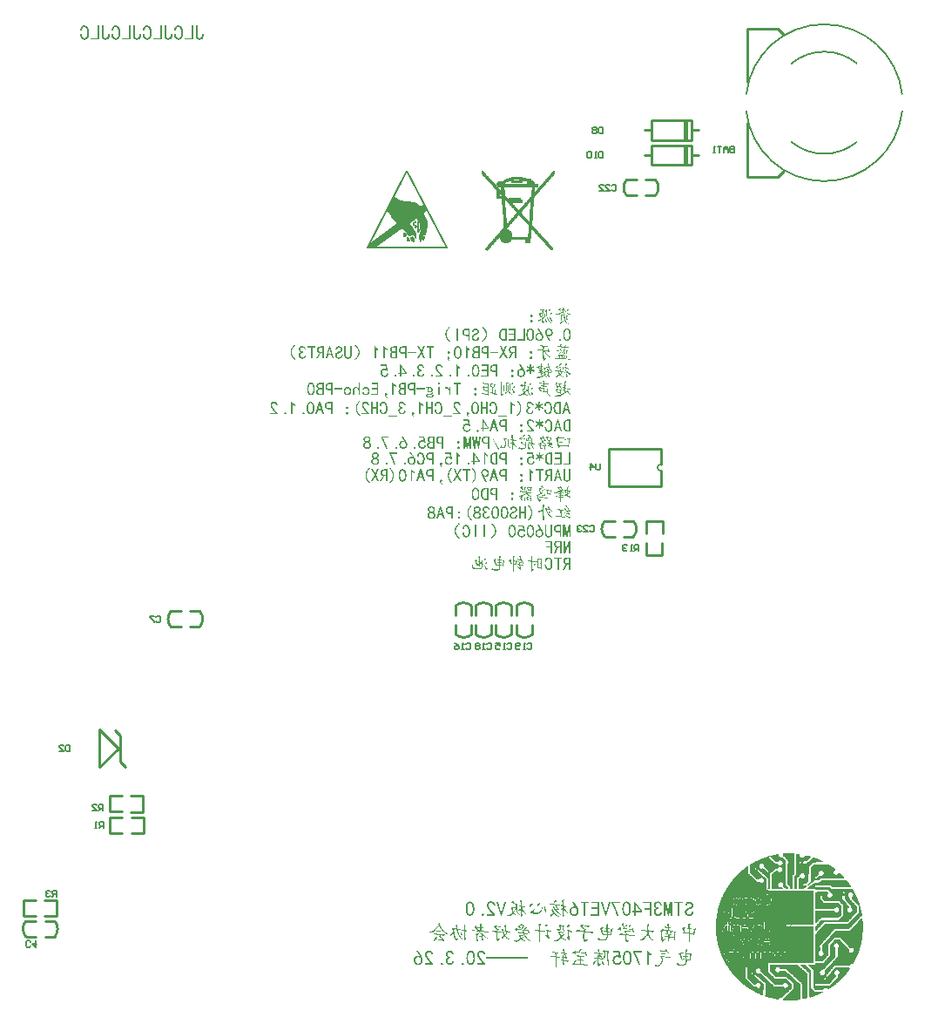
<source format=gbo>
G04*
G04 #@! TF.GenerationSoftware,Altium Limited,Altium Designer,19.0.4 (130)*
G04*
G04 Layer_Color=32896*
%FSLAX24Y24*%
%MOIN*%
G70*
G01*
G75*
%ADD10C,0.0100*%
%ADD13C,0.0079*%
%ADD16C,0.0050*%
%ADD87C,0.0070*%
%ADD88C,0.0010*%
%ADD89R,0.0500X0.0160*%
G36*
X17080Y31270D02*
Y31210D01*
X17070Y31200D01*
X17060D01*
X17040Y31210D01*
Y31280D01*
X17070D01*
X17080Y31270D01*
D02*
G37*
G36*
X17010Y31220D02*
X17020Y31210D01*
Y31130D01*
X17010Y31120D01*
Y31110D01*
X17000Y31100D01*
Y31090D01*
X16960D01*
Y31140D01*
X16970Y31150D01*
Y31160D01*
X16960Y31170D01*
Y31190D01*
X16950Y31200D01*
Y31220D01*
X16960Y31230D01*
X16980D01*
X17010Y31220D01*
D02*
G37*
G36*
X17110Y31110D02*
Y31050D01*
X17100Y31040D01*
Y31030D01*
X17090Y31020D01*
Y31010D01*
X17080Y31000D01*
X17030D01*
X17020Y31010D01*
Y31080D01*
X17030Y31090D01*
Y31100D01*
X17040Y31110D01*
Y31120D01*
X17050Y31130D01*
X17070Y31140D01*
X17080D01*
X17110Y31110D01*
D02*
G37*
G36*
X17160Y31250D02*
Y31240D01*
X17180Y31220D01*
Y31210D01*
X17190Y31200D01*
Y31120D01*
X17200Y31110D01*
Y30980D01*
X17210Y30970D01*
Y30880D01*
X17200Y30870D01*
Y30860D01*
X17190Y30850D01*
Y30840D01*
X17170Y30820D01*
X17140D01*
X17130Y30830D01*
Y30840D01*
X17120Y30850D01*
Y31000D01*
X17130Y31010D01*
Y31140D01*
X17120Y31150D01*
Y31270D01*
X17140D01*
X17160Y31250D01*
D02*
G37*
G36*
X16710Y30790D02*
Y30750D01*
X16720Y30740D01*
Y30730D01*
X16710Y30720D01*
Y30700D01*
X16700Y30690D01*
Y30680D01*
X16680Y30660D01*
X16610D01*
X16590Y30680D01*
Y30820D01*
X16600Y30830D01*
X16670D01*
X16710Y30790D01*
D02*
G37*
G36*
X17410Y30690D02*
Y30670D01*
X17420Y30660D01*
Y30640D01*
X17410Y30630D01*
Y30590D01*
X17400Y30580D01*
Y30550D01*
X17390Y30540D01*
Y30530D01*
X17380Y30520D01*
X17340D01*
X17330Y30530D01*
Y30600D01*
X17370Y30680D01*
X17390Y30700D01*
X17400D01*
X17410Y30690D01*
D02*
G37*
G36*
X16810Y30640D02*
Y30620D01*
X16830Y30600D01*
Y30590D01*
X16840Y30580D01*
Y30560D01*
X16850Y30550D01*
Y30540D01*
X16860Y30530D01*
Y30510D01*
X16830Y30480D01*
X16750D01*
X16740Y30490D01*
Y30500D01*
X16730Y30510D01*
Y30660D01*
X16750Y30670D01*
X16780D01*
X16810Y30640D01*
D02*
G37*
G36*
X16490Y32070D02*
X16570Y32050D01*
X16670Y32040D01*
X16850Y32020D01*
X16920Y32010D01*
X16980Y32000D01*
X17030Y31990D01*
X17090Y31970D01*
X17110Y31960D01*
X17120Y31950D01*
X17140Y31940D01*
X17190Y31890D01*
X17200Y31870D01*
X17210Y31860D01*
X17220Y31840D01*
X17230Y31830D01*
Y31820D01*
X17235Y31812D01*
X17390Y31923D01*
X17530Y31690D01*
X17368Y31573D01*
X17370Y31570D01*
X17380Y31560D01*
Y31550D01*
X17400Y31530D01*
Y31510D01*
X17420Y31490D01*
Y31470D01*
X17440Y31450D01*
Y31440D01*
X17450Y31430D01*
Y31420D01*
X17460Y31410D01*
X17530Y31270D01*
Y31240D01*
X17540Y31230D01*
Y31190D01*
X17530Y31180D01*
Y31090D01*
X17520Y31080D01*
Y31040D01*
X17510Y31030D01*
Y31000D01*
X17500Y30990D01*
Y30940D01*
X17490Y30930D01*
Y30900D01*
X17480Y30890D01*
Y30840D01*
X17470Y30830D01*
Y30810D01*
X17460Y30800D01*
Y30770D01*
X17450Y30760D01*
Y30740D01*
X17380Y30730D01*
X17370Y30720D01*
Y30700D01*
X17360Y30690D01*
Y30680D01*
X17350Y30670D01*
X17340Y30650D01*
Y30640D01*
X17320Y30580D01*
X17300Y30540D01*
X17270Y30470D01*
X17230D01*
Y30490D01*
X17220Y30500D01*
Y30510D01*
X17210Y30520D01*
Y30550D01*
X17200Y30560D01*
Y30620D01*
X17190Y30630D01*
Y30710D01*
X17200Y30720D01*
Y30770D01*
X17210Y30780D01*
Y30790D01*
X17220Y30800D01*
Y30810D01*
X17230Y30820D01*
Y30850D01*
X17240Y30860D01*
Y30870D01*
X17250Y30880D01*
Y30940D01*
X17240Y30950D01*
Y31020D01*
X17230Y31030D01*
Y31190D01*
X17200Y31220D01*
Y31230D01*
X17170Y31260D01*
Y31270D01*
X17150Y31290D01*
Y31300D01*
X17130Y31320D01*
Y31330D01*
X17120Y31340D01*
Y31350D01*
X17110Y31360D01*
Y31370D01*
X17100Y31380D01*
X17078Y31365D01*
X16844Y31196D01*
X16850Y31190D01*
Y31180D01*
X16870Y31160D01*
Y31150D01*
X16890Y31130D01*
Y31120D01*
X16920Y31090D01*
Y31080D01*
X16950Y31050D01*
Y31040D01*
X16970Y31020D01*
Y31010D01*
X17000Y30980D01*
Y30970D01*
X17030Y30940D01*
Y30930D01*
X17050Y30910D01*
Y30900D01*
X17060Y30890D01*
Y30880D01*
X17070Y30870D01*
Y30850D01*
X17080Y30840D01*
Y30810D01*
X17090Y30800D01*
Y30770D01*
X17100Y30760D01*
Y30600D01*
X17090D01*
X17050Y30620D01*
Y30640D01*
X17040Y30650D01*
Y30660D01*
X17030Y30670D01*
Y30680D01*
X16970Y30740D01*
X16910D01*
Y30730D01*
X16890Y30720D01*
X16850Y30680D01*
X16830D01*
X16800Y30710D01*
Y30720D01*
X16760Y30760D01*
Y30770D01*
X16720Y30810D01*
Y30820D01*
X16670Y30870D01*
Y30880D01*
X16620Y30930D01*
Y30940D01*
X16565Y30995D01*
X15530Y30251D01*
X15450Y30240D01*
X15240Y30250D01*
X15330Y30440D01*
X16365Y31186D01*
X16350Y31200D01*
X16330Y31210D01*
Y31220D01*
X16320Y31230D01*
X16300Y31240D01*
Y31250D01*
X16220Y31330D01*
Y31340D01*
X16170Y31390D01*
Y31400D01*
X16140Y31430D01*
Y31440D01*
X16110Y31470D01*
Y31480D01*
X16100Y31490D01*
Y31500D01*
X16090Y31510D01*
Y31520D01*
X16080Y31530D01*
Y31540D01*
X16070Y31550D01*
Y31560D01*
X16060Y31570D01*
Y31580D01*
X16040Y31590D01*
X16030Y31600D01*
X15970Y31630D01*
X15960Y31620D01*
X15910D01*
X16200Y32200D01*
X16250D01*
X16490Y32070D01*
D02*
G37*
G36*
X16980Y30670D02*
X17000Y30650D01*
Y30640D01*
X17020Y30620D01*
Y30610D01*
X17030Y30600D01*
Y30570D01*
X17040Y30560D01*
Y30480D01*
X17030Y30470D01*
X16980D01*
X16930Y30480D01*
X16910Y30490D01*
Y30500D01*
X16890Y30520D01*
Y30530D01*
X16880Y30540D01*
Y30560D01*
X16870Y30570D01*
Y30660D01*
X16880Y30670D01*
X16910Y30680D01*
X16950D01*
X16980Y30670D01*
D02*
G37*
G36*
X22735Y27966D02*
X22737Y27964D01*
X22738Y27961D01*
X22739Y27957D01*
Y27954D01*
Y27952D01*
Y27951D01*
X22740Y27943D01*
X22741Y27934D01*
X22745Y27924D01*
X22749Y27915D01*
X22752Y27907D01*
X22756Y27900D01*
X22758Y27898D01*
X22759Y27896D01*
X22760Y27895D01*
Y27894D01*
X22768Y27880D01*
X22776Y27867D01*
X22785Y27856D01*
X22792Y27845D01*
X22799Y27837D01*
X22804Y27830D01*
X22808Y27826D01*
X22808Y27826D01*
X22809Y27825D01*
X22813Y27820D01*
X22817Y27816D01*
X22819Y27813D01*
X22820Y27810D01*
X22821Y27808D01*
X22820Y27807D01*
X22819Y27806D01*
X22816Y27806D01*
X22813Y27807D01*
X22810Y27808D01*
X22809Y27809D01*
X22804Y27812D01*
X22798Y27815D01*
X22786Y27825D01*
X22774Y27835D01*
X22763Y27845D01*
X22752Y27856D01*
X22749Y27860D01*
X22745Y27864D01*
X22741Y27867D01*
X22740Y27870D01*
X22738Y27871D01*
X22738Y27872D01*
X22731Y27871D01*
X22724Y27870D01*
X22710D01*
X22704Y27871D01*
X22699Y27871D01*
X22696Y27872D01*
X22695D01*
X22684Y27874D01*
X22674Y27876D01*
X22664Y27879D01*
X22655Y27881D01*
X22646Y27883D01*
X22640Y27884D01*
X22637Y27885D01*
X22635D01*
X22635Y27885D01*
X22634D01*
X22627Y27887D01*
X22622Y27888D01*
X22618Y27889D01*
X22608D01*
X22604Y27888D01*
X22602Y27887D01*
X22601Y27885D01*
Y27885D01*
Y27884D01*
X22602Y27880D01*
X22604Y27876D01*
X22609Y27866D01*
X22612Y27861D01*
X22614Y27858D01*
X22615Y27855D01*
X22616Y27854D01*
X22620Y27848D01*
X22622Y27843D01*
X22623Y27840D01*
Y27838D01*
X22622Y27838D01*
X22620D01*
X22616Y27839D01*
X22612Y27843D01*
X22601Y27849D01*
X22596Y27852D01*
X22592Y27854D01*
X22590Y27856D01*
X22589Y27857D01*
X22579Y27862D01*
X22571Y27866D01*
X22562Y27869D01*
X22554Y27871D01*
X22548Y27873D01*
X22543Y27874D01*
X22539Y27874D01*
X22538D01*
X22533Y27875D01*
X22530Y27876D01*
X22528Y27878D01*
X22526Y27879D01*
X22525Y27880D01*
X22524Y27882D01*
X22525Y27885D01*
X22527Y27889D01*
X22530Y27891D01*
X22532Y27893D01*
X22533Y27894D01*
X22541Y27900D01*
X22548Y27905D01*
X22556Y27909D01*
X22563Y27913D01*
X22568Y27916D01*
X22572Y27918D01*
X22575Y27919D01*
X22576Y27920D01*
X22584Y27922D01*
X22591Y27924D01*
X22601D01*
X22605Y27923D01*
X22608Y27922D01*
X22610Y27922D01*
X22611Y27921D01*
X22616Y27918D01*
X22624Y27915D01*
X22631Y27911D01*
X22640Y27908D01*
X22647Y27906D01*
X22654Y27903D01*
X22657Y27902D01*
X22658Y27902D01*
X22659Y27901D01*
X22660D01*
X22673Y27897D01*
X22686Y27893D01*
X22698Y27891D01*
X22708Y27889D01*
X22717Y27887D01*
X22723Y27886D01*
X22726D01*
X22728Y27885D01*
X22729D01*
X22724Y27893D01*
X22719Y27900D01*
X22714Y27906D01*
X22710Y27911D01*
X22703Y27919D01*
X22697Y27926D01*
X22692Y27930D01*
X22690Y27933D01*
X22688Y27934D01*
X22687Y27935D01*
X22685Y27937D01*
X22684Y27938D01*
X22683Y27941D01*
X22684Y27944D01*
X22687Y27948D01*
X22690Y27950D01*
X22694Y27952D01*
X22696Y27953D01*
X22697Y27954D01*
X22705Y27958D01*
X22711Y27961D01*
X22716Y27963D01*
X22721Y27965D01*
X22725Y27966D01*
X22727Y27967D01*
X22728Y27968D01*
X22732D01*
X22735Y27966D01*
D02*
G37*
G36*
X22922Y27895D02*
X22925Y27894D01*
X22927Y27893D01*
X22928Y27891D01*
X22929Y27889D01*
Y27886D01*
Y27884D01*
X22929Y27883D01*
X22924Y27876D01*
X22916Y27868D01*
X22908Y27861D01*
X22900Y27854D01*
X22892Y27849D01*
X22885Y27843D01*
X22883Y27842D01*
X22881Y27841D01*
X22880Y27839D01*
X22879D01*
X22872Y27836D01*
X22866Y27834D01*
X22861Y27832D01*
X22852D01*
X22850Y27834D01*
X22845Y27837D01*
X22843Y27841D01*
X22841Y27846D01*
Y27850D01*
Y27850D01*
Y27851D01*
X22843Y27858D01*
X22844Y27863D01*
X22847Y27868D01*
X22850Y27872D01*
X22858Y27880D01*
X22867Y27885D01*
X22876Y27889D01*
X22884Y27892D01*
X22887Y27893D01*
X22890Y27893D01*
X22891Y27894D01*
X22892D01*
X22900Y27895D01*
X22907Y27896D01*
X22918D01*
X22922Y27895D01*
D02*
G37*
G36*
X22218Y27891D02*
X22220Y27889D01*
X22222Y27889D01*
X22224Y27886D01*
X22224Y27883D01*
X22224Y27881D01*
Y27880D01*
X22219Y27872D01*
X22213Y27864D01*
X22207Y27856D01*
X22200Y27847D01*
X22193Y27839D01*
X22187Y27834D01*
X22184Y27830D01*
X22183Y27829D01*
X22182Y27828D01*
X22176Y27823D01*
X22171Y27820D01*
X22167Y27818D01*
X22163Y27817D01*
X22159D01*
X22156Y27817D01*
X22154Y27819D01*
X22151Y27821D01*
X22148Y27826D01*
X22146Y27831D01*
X22145Y27835D01*
Y27836D01*
Y27836D01*
X22144Y27843D01*
X22145Y27850D01*
X22146Y27856D01*
X22149Y27861D01*
X22152Y27865D01*
X22155Y27869D01*
X22163Y27876D01*
X22171Y27882D01*
X22178Y27885D01*
X22181Y27886D01*
X22184Y27887D01*
X22185Y27887D01*
X22185D01*
X22193Y27889D01*
X22200Y27891D01*
X22206Y27891D01*
X22215D01*
X22218Y27891D01*
D02*
G37*
G36*
X21949Y27847D02*
X21950Y27844D01*
Y27841D01*
Y27838D01*
X21950Y27835D01*
X21949Y27833D01*
Y27832D01*
X21948Y27828D01*
Y27823D01*
Y27817D01*
X21949Y27810D01*
X21952Y27794D01*
X21955Y27777D01*
X21959Y27761D01*
X21961Y27754D01*
X21963Y27748D01*
X21964Y27743D01*
X21965Y27738D01*
X21966Y27736D01*
Y27735D01*
X21979Y27734D01*
X21989Y27733D01*
X22004D01*
X22009Y27733D01*
X22012D01*
X22014Y27734D01*
X22014D01*
X22023Y27736D01*
X22031Y27737D01*
X22034D01*
X22036Y27736D01*
X22038D01*
X22041Y27735D01*
X22042Y27733D01*
Y27729D01*
X22042Y27725D01*
X22040Y27722D01*
X22039Y27719D01*
X22038Y27716D01*
X22038Y27716D01*
X22034Y27708D01*
X22031Y27699D01*
X22027Y27689D01*
X22025Y27679D01*
X22023Y27671D01*
X22022Y27664D01*
X22021Y27661D01*
X22020Y27659D01*
Y27658D01*
Y27657D01*
X22018Y27643D01*
X22014Y27629D01*
X22012Y27617D01*
X22009Y27606D01*
X22007Y27597D01*
X22005Y27591D01*
X22004Y27588D01*
Y27586D01*
X22003Y27585D01*
Y27585D01*
X22001Y27580D01*
X21999Y27575D01*
X21998Y27572D01*
X21995Y27570D01*
X21993Y27569D01*
X21991Y27568D01*
X21987Y27569D01*
X21983Y27571D01*
X21980Y27574D01*
X21978Y27576D01*
X21977Y27577D01*
X21974Y27578D01*
X21969Y27579D01*
X21959Y27581D01*
X21955Y27582D01*
X21951D01*
X21948Y27582D01*
X21948D01*
X21944Y27569D01*
X21941Y27556D01*
X21940Y27544D01*
X21939Y27533D01*
X21938Y27524D01*
Y27517D01*
Y27514D01*
Y27513D01*
Y27512D01*
Y27511D01*
X21939Y27498D01*
X21939Y27486D01*
X21941Y27474D01*
X21941Y27464D01*
X21942Y27455D01*
X21943Y27449D01*
Y27446D01*
X21944Y27444D01*
Y27444D01*
Y27443D01*
X21945Y27437D01*
X21947Y27432D01*
X21950Y27429D01*
X21952Y27425D01*
X21956Y27423D01*
X21959Y27421D01*
X21968Y27418D01*
X21976Y27418D01*
X21985D01*
X21987Y27418D01*
X21988D01*
X21995Y27420D01*
X22000Y27420D01*
X22007D01*
X22008Y27419D01*
Y27418D01*
X22007Y27417D01*
X22007Y27415D01*
X22003Y27412D01*
X21999Y27409D01*
X21995Y27407D01*
X21994Y27406D01*
X21994D01*
X21981Y27398D01*
X21972Y27390D01*
X21964Y27383D01*
X21958Y27376D01*
X21953Y27370D01*
X21951Y27365D01*
X21950Y27363D01*
X21949Y27361D01*
X21947Y27357D01*
X21945Y27355D01*
X21942Y27353D01*
X21938D01*
X21935Y27354D01*
X21930Y27357D01*
X21926Y27363D01*
X21922Y27367D01*
X21920Y27371D01*
X21919Y27372D01*
Y27372D01*
X21912Y27385D01*
X21907Y27396D01*
X21904Y27406D01*
X21902Y27414D01*
X21900Y27421D01*
X21900Y27427D01*
Y27429D01*
Y27431D01*
X21900Y27440D01*
Y27450D01*
Y27460D01*
Y27469D01*
X21900Y27478D01*
Y27485D01*
Y27488D01*
Y27490D01*
Y27490D01*
Y27491D01*
X21899Y27504D01*
X21898Y27515D01*
X21896Y27525D01*
X21895Y27533D01*
X21894Y27539D01*
X21893Y27544D01*
X21892Y27547D01*
Y27548D01*
X21891Y27552D01*
X21892Y27556D01*
X21893Y27559D01*
X21896Y27562D01*
X21899Y27565D01*
X21903Y27569D01*
X21911Y27574D01*
X21920Y27578D01*
X21929Y27582D01*
X21932Y27583D01*
X21935Y27584D01*
X21936Y27585D01*
X21937D01*
X21924Y27586D01*
X21913Y27587D01*
X21902Y27588D01*
X21893Y27589D01*
X21885Y27590D01*
X21879D01*
X21875Y27591D01*
X21874D01*
X21872Y27587D01*
X21871Y27584D01*
X21869Y27582D01*
X21867Y27580D01*
X21863Y27579D01*
X21859Y27580D01*
X21856Y27581D01*
X21853Y27583D01*
X21851Y27584D01*
X21850Y27585D01*
X21848Y27588D01*
X21845Y27593D01*
X21839Y27602D01*
X21834Y27613D01*
X21829Y27624D01*
X21825Y27635D01*
X21823Y27639D01*
X21822Y27643D01*
X21821Y27646D01*
X21820Y27649D01*
X21819Y27650D01*
Y27651D01*
X21816Y27660D01*
X21813Y27668D01*
X21810Y27675D01*
X21806Y27682D01*
X21804Y27688D01*
X21801Y27693D01*
X21795Y27702D01*
X21791Y27709D01*
X21787Y27713D01*
X21784Y27716D01*
X21784Y27716D01*
X21780Y27720D01*
X21778Y27722D01*
X21777Y27725D01*
X21776Y27728D01*
X21775Y27733D01*
X21777Y27738D01*
X21779Y27742D01*
X21782Y27745D01*
X21784Y27747D01*
X21785Y27747D01*
X21793Y27753D01*
X21800Y27757D01*
X21807Y27761D01*
X21814Y27764D01*
X21819Y27767D01*
X21823Y27768D01*
X21826Y27769D01*
X21827D01*
X21835Y27771D01*
X21842Y27772D01*
X21848D01*
X21853Y27771D01*
X21858Y27769D01*
X21860Y27768D01*
X21862Y27768D01*
X21863Y27767D01*
X21866Y27765D01*
X21870Y27763D01*
X21875Y27761D01*
X21882Y27758D01*
X21895Y27755D01*
X21909Y27750D01*
X21922Y27747D01*
X21928Y27745D01*
X21933Y27744D01*
X21938Y27742D01*
X21941Y27742D01*
X21944Y27741D01*
X21944D01*
X21939Y27751D01*
X21935Y27760D01*
X21930Y27768D01*
X21926Y27775D01*
X21922Y27781D01*
X21918Y27786D01*
X21915Y27791D01*
X21912Y27795D01*
X21907Y27802D01*
X21903Y27806D01*
X21900Y27808D01*
X21900Y27809D01*
X21896Y27812D01*
X21895Y27814D01*
X21893Y27816D01*
X21893Y27819D01*
X21893Y27823D01*
X21895Y27826D01*
X21898Y27830D01*
X21902Y27832D01*
X21904Y27833D01*
X21905Y27834D01*
X21913Y27838D01*
X21920Y27840D01*
X21927Y27843D01*
X21932Y27845D01*
X21936Y27846D01*
X21939Y27847D01*
X21941Y27847D01*
X21946D01*
X21949Y27847D01*
D02*
G37*
G36*
X22719Y27853D02*
X22721Y27852D01*
X22721Y27850D01*
Y27849D01*
Y27849D01*
X22721Y27844D01*
X22720Y27839D01*
X22721Y27828D01*
X22721Y27823D01*
X22722Y27819D01*
X22723Y27817D01*
Y27816D01*
X22725Y27808D01*
X22728Y27799D01*
X22734Y27790D01*
X22738Y27782D01*
X22743Y27775D01*
X22747Y27769D01*
X22750Y27765D01*
X22751Y27764D01*
Y27764D01*
X22761Y27752D01*
X22772Y27742D01*
X22784Y27732D01*
X22794Y27723D01*
X22804Y27716D01*
X22811Y27711D01*
X22815Y27709D01*
X22817Y27708D01*
X22818Y27707D01*
X22819D01*
X22826Y27702D01*
X22831Y27699D01*
X22834Y27696D01*
X22836Y27694D01*
X22837Y27692D01*
Y27692D01*
X22833D01*
X22829Y27692D01*
X22823Y27694D01*
X22819Y27695D01*
X22818Y27696D01*
X22817D01*
X22802Y27701D01*
X22787Y27708D01*
X22775Y27714D01*
X22763Y27720D01*
X22755Y27725D01*
X22749Y27730D01*
X22747Y27732D01*
X22745Y27733D01*
X22744Y27734D01*
X22743D01*
X22732Y27743D01*
X22722Y27753D01*
X22714Y27764D01*
X22706Y27773D01*
X22699Y27782D01*
X22695Y27789D01*
X22693Y27791D01*
X22692Y27793D01*
X22691Y27795D01*
Y27795D01*
X22671Y27780D01*
X22653Y27766D01*
X22637Y27754D01*
X22623Y27743D01*
X22611Y27733D01*
X22600Y27725D01*
X22590Y27718D01*
X22582Y27712D01*
X22576Y27707D01*
X22570Y27703D01*
X22566Y27700D01*
X22563Y27698D01*
X22560Y27696D01*
X22559Y27695D01*
X22557Y27694D01*
X22548Y27690D01*
X22537Y27688D01*
X22526Y27687D01*
X22504D01*
X22499Y27687D01*
X22495D01*
X22492Y27688D01*
X22489Y27688D01*
X22487D01*
X22479Y27690D01*
X22471Y27692D01*
X22463Y27693D01*
X22457Y27695D01*
X22445Y27698D01*
X22437Y27700D01*
X22430Y27702D01*
X22425Y27704D01*
X22423Y27705D01*
X22422Y27705D01*
X22419Y27707D01*
X22418Y27709D01*
X22419Y27710D01*
X22420Y27711D01*
X22423Y27713D01*
X22426Y27714D01*
X22434Y27716D01*
X22443Y27719D01*
X22450Y27720D01*
X22454Y27721D01*
X22456D01*
X22458Y27722D01*
X22459D01*
X22480Y27725D01*
X22499Y27730D01*
X22519Y27734D01*
X22535Y27740D01*
X22543Y27742D01*
X22550Y27744D01*
X22556Y27746D01*
X22561Y27748D01*
X22565Y27749D01*
X22568Y27751D01*
X22570Y27751D01*
X22571D01*
X22592Y27760D01*
X22613Y27769D01*
X22633Y27779D01*
X22642Y27784D01*
X22649Y27788D01*
X22657Y27793D01*
X22664Y27797D01*
X22671Y27800D01*
X22676Y27803D01*
X22680Y27806D01*
X22683Y27808D01*
X22685Y27808D01*
X22686Y27809D01*
X22681Y27815D01*
X22677Y27822D01*
X22675Y27825D01*
X22673Y27826D01*
X22673Y27828D01*
X22672Y27828D01*
X22671Y27830D01*
Y27832D01*
Y27834D01*
X22672Y27836D01*
X22675Y27840D01*
X22680Y27843D01*
X22685Y27846D01*
X22690Y27848D01*
X22693Y27849D01*
X22694Y27850D01*
X22694D01*
X22699Y27852D01*
X22704Y27853D01*
X22708Y27854D01*
X22711Y27854D01*
X22716D01*
X22719Y27853D01*
D02*
G37*
G36*
X22285Y27767D02*
X22287Y27766D01*
X22288Y27764D01*
X22290Y27762D01*
Y27759D01*
Y27757D01*
X22289Y27756D01*
X22284Y27747D01*
X22278Y27739D01*
X22272Y27730D01*
X22265Y27722D01*
X22258Y27714D01*
X22253Y27708D01*
X22250Y27704D01*
X22248Y27703D01*
Y27703D01*
X22242Y27698D01*
X22237Y27694D01*
X22232Y27692D01*
X22228Y27691D01*
X22224D01*
X22221Y27692D01*
X22219Y27693D01*
X22216Y27695D01*
X22213Y27700D01*
X22210Y27705D01*
X22209Y27709D01*
Y27710D01*
Y27710D01*
X22208Y27718D01*
X22209Y27724D01*
X22210Y27730D01*
X22212Y27735D01*
X22215Y27740D01*
X22219Y27744D01*
X22227Y27751D01*
X22236Y27757D01*
X22243Y27760D01*
X22246Y27762D01*
X22249Y27762D01*
X22250Y27763D01*
X22251D01*
X22259Y27765D01*
X22266Y27767D01*
X22273Y27768D01*
X22281D01*
X22285Y27767D01*
D02*
G37*
G36*
X22817Y27780D02*
X22817D01*
X22830Y27777D01*
X22841Y27773D01*
X22852Y27768D01*
X22862Y27764D01*
X22870Y27761D01*
X22877Y27758D01*
X22879Y27757D01*
X22881Y27757D01*
X22882Y27756D01*
X22883D01*
X22894Y27751D01*
X22905Y27745D01*
X22916Y27742D01*
X22925Y27738D01*
X22932Y27735D01*
X22938Y27733D01*
X22941Y27732D01*
X22942Y27731D01*
X22952Y27728D01*
X22962Y27725D01*
X22970Y27723D01*
X22977Y27722D01*
X22983Y27721D01*
X22988D01*
X22990Y27720D01*
X22992D01*
X22995Y27720D01*
X22997Y27719D01*
X22999Y27718D01*
X23000Y27716D01*
Y27714D01*
X22999Y27711D01*
X22997Y27707D01*
X22993Y27702D01*
X22989Y27698D01*
X22986Y27696D01*
X22985Y27694D01*
X22980Y27690D01*
X22975Y27687D01*
X22970Y27685D01*
X22966Y27683D01*
X22958Y27681D01*
X22951D01*
X22946Y27682D01*
X22943Y27684D01*
X22940Y27685D01*
X22940Y27686D01*
X22936Y27689D01*
X22931Y27693D01*
X22926Y27698D01*
X22920Y27703D01*
X22906Y27712D01*
X22891Y27722D01*
X22878Y27731D01*
X22871Y27736D01*
X22866Y27739D01*
X22861Y27742D01*
X22858Y27744D01*
X22856Y27745D01*
X22855Y27746D01*
X22843Y27754D01*
X22833Y27760D01*
X22825Y27766D01*
X22819Y27770D01*
X22815Y27773D01*
X22812Y27777D01*
X22810Y27779D01*
X22809Y27780D01*
Y27780D01*
X22811Y27781D01*
X22816D01*
X22817Y27780D01*
D02*
G37*
G36*
X21508Y27695D02*
X21515Y27694D01*
X21519Y27692D01*
X21523Y27691D01*
X21524Y27690D01*
X21532Y27685D01*
X21538Y27679D01*
X21543Y27673D01*
X21546Y27666D01*
X21548Y27661D01*
X21549Y27657D01*
X21550Y27653D01*
Y27652D01*
X21549Y27643D01*
X21547Y27635D01*
X21544Y27628D01*
X21540Y27622D01*
X21536Y27617D01*
X21532Y27613D01*
X21530Y27611D01*
X21529Y27611D01*
X21521Y27606D01*
X21512Y27604D01*
X21503Y27604D01*
X21495D01*
X21489Y27605D01*
X21483Y27606D01*
X21480Y27607D01*
X21479Y27608D01*
X21473Y27611D01*
X21469Y27613D01*
X21462Y27620D01*
X21457Y27627D01*
X21453Y27633D01*
X21451Y27640D01*
X21451Y27645D01*
X21450Y27648D01*
Y27650D01*
X21451Y27659D01*
X21454Y27668D01*
X21458Y27675D01*
X21462Y27681D01*
X21467Y27685D01*
X21471Y27688D01*
X21473Y27690D01*
X21475Y27690D01*
X21484Y27694D01*
X21493Y27696D01*
X21501D01*
X21508Y27695D01*
D02*
G37*
G36*
X22686Y27707D02*
X22690Y27707D01*
X22693Y27706D01*
X22694Y27705D01*
X22695D01*
X22697Y27704D01*
X22701Y27703D01*
X22708Y27701D01*
X22717Y27698D01*
X22727Y27696D01*
X22735Y27694D01*
X22742Y27692D01*
X22745Y27691D01*
X22747D01*
X22748Y27690D01*
X22749D01*
X22763Y27687D01*
X22776Y27684D01*
X22787Y27681D01*
X22797Y27679D01*
X22805Y27678D01*
X22811Y27677D01*
X22814Y27676D01*
X22815D01*
X22824Y27675D01*
X22832Y27674D01*
X22839Y27674D01*
X22852D01*
X22861Y27675D01*
X22869Y27676D01*
X22873D01*
X22876Y27677D01*
X22881D01*
X22883Y27676D01*
X22885Y27674D01*
X22885Y27671D01*
X22885Y27668D01*
X22883Y27664D01*
X22881Y27661D01*
X22880Y27658D01*
X22879Y27657D01*
X22877Y27653D01*
X22875Y27648D01*
X22872Y27637D01*
X22870Y27625D01*
X22868Y27612D01*
X22867Y27601D01*
Y27596D01*
Y27591D01*
Y27587D01*
Y27585D01*
Y27583D01*
Y27582D01*
Y27572D01*
X22868Y27563D01*
X22868Y27555D01*
X22869Y27548D01*
Y27541D01*
X22870Y27535D01*
X22870Y27530D01*
X22871Y27525D01*
X22872Y27517D01*
X22874Y27512D01*
X22874Y27509D01*
Y27508D01*
X22876Y27501D01*
Y27493D01*
X22875Y27486D01*
X22873Y27480D01*
X22872Y27474D01*
X22870Y27469D01*
X22869Y27466D01*
X22868Y27465D01*
X22867Y27461D01*
X22865Y27457D01*
X22863Y27455D01*
X22861Y27453D01*
X22858Y27450D01*
X22856Y27449D01*
X22854Y27449D01*
X22852Y27450D01*
X22851Y27451D01*
Y27451D01*
X22848Y27456D01*
X22846Y27462D01*
X22843Y27476D01*
X22843Y27482D01*
X22842Y27488D01*
X22841Y27491D01*
Y27492D01*
X22840Y27515D01*
X22839Y27526D01*
X22839Y27536D01*
Y27545D01*
Y27552D01*
Y27554D01*
Y27556D01*
Y27557D01*
Y27558D01*
Y27656D01*
X22826Y27658D01*
X22815Y27659D01*
X22803Y27661D01*
X22793Y27663D01*
X22774Y27664D01*
X22757Y27667D01*
X22743Y27668D01*
X22730Y27670D01*
X22719Y27671D01*
X22711Y27672D01*
X22704Y27672D01*
X22686D01*
X22680Y27670D01*
X22676Y27667D01*
X22673Y27663D01*
X22670Y27659D01*
X22669Y27654D01*
X22668Y27650D01*
X22668Y27648D01*
Y27646D01*
X22667Y27637D01*
Y27627D01*
X22666Y27617D01*
Y27607D01*
Y27598D01*
Y27591D01*
Y27589D01*
Y27587D01*
Y27585D01*
Y27585D01*
Y27572D01*
X22667Y27560D01*
X22668Y27550D01*
X22668Y27541D01*
X22670Y27534D01*
X22670Y27528D01*
X22671Y27525D01*
Y27523D01*
X22671Y27513D01*
X22671Y27504D01*
X22670Y27495D01*
X22668Y27487D01*
X22666Y27480D01*
X22664Y27475D01*
X22663Y27471D01*
X22662Y27470D01*
X22660Y27466D01*
X22658Y27462D01*
X22656Y27460D01*
X22654Y27458D01*
X22652Y27458D01*
X22650D01*
X22647Y27459D01*
X22645Y27462D01*
X22643Y27465D01*
X22642Y27467D01*
X22642Y27469D01*
X22639Y27479D01*
X22636Y27489D01*
X22635Y27499D01*
X22635Y27508D01*
X22634Y27516D01*
X22633Y27522D01*
Y27525D01*
Y27526D01*
Y27527D01*
Y27528D01*
Y27604D01*
Y27612D01*
X22633Y27619D01*
X22632Y27626D01*
X22631Y27631D01*
X22629Y27641D01*
X22627Y27649D01*
X22625Y27655D01*
X22624Y27659D01*
X22622Y27661D01*
X22622Y27661D01*
X22620Y27664D01*
X22618Y27666D01*
X22618Y27672D01*
X22618Y27676D01*
X22620Y27681D01*
X22623Y27684D01*
X22626Y27687D01*
X22628Y27688D01*
X22629Y27689D01*
X22636Y27694D01*
X22642Y27698D01*
X22648Y27701D01*
X22654Y27703D01*
X22659Y27705D01*
X22662Y27706D01*
X22664Y27707D01*
X22665D01*
X22671Y27708D01*
X22682D01*
X22686Y27707D01*
D02*
G37*
G36*
X22171Y27650D02*
X22173Y27648D01*
X22178Y27642D01*
X22183Y27635D01*
X22185Y27632D01*
X22187Y27629D01*
X22187Y27628D01*
X22188Y27628D01*
X22201Y27609D01*
X22213Y27591D01*
X22223Y27576D01*
X22231Y27564D01*
X22235Y27558D01*
X22239Y27554D01*
X22241Y27550D01*
X22244Y27547D01*
X22246Y27543D01*
X22247Y27541D01*
X22248Y27541D01*
Y27540D01*
X22253Y27534D01*
X22257Y27528D01*
X22265Y27519D01*
X22272Y27513D01*
X22277Y27508D01*
X22282Y27504D01*
X22285Y27502D01*
X22287Y27501D01*
X22288D01*
X22290Y27500D01*
X22292Y27498D01*
X22292Y27495D01*
Y27492D01*
X22290Y27484D01*
X22287Y27475D01*
X22283Y27466D01*
X22279Y27459D01*
X22278Y27456D01*
X22277Y27454D01*
X22276Y27453D01*
Y27452D01*
X22270Y27445D01*
X22266Y27439D01*
X22262Y27435D01*
X22259Y27433D01*
X22255Y27432D01*
X22252D01*
X22250Y27433D01*
X22248Y27434D01*
X22244Y27439D01*
X22242Y27445D01*
X22241Y27449D01*
X22240Y27450D01*
Y27451D01*
X22236Y27467D01*
X22231Y27483D01*
X22227Y27497D01*
X22222Y27510D01*
X22217Y27521D01*
X22215Y27526D01*
X22213Y27530D01*
X22212Y27533D01*
X22211Y27535D01*
X22210Y27536D01*
Y27537D01*
X22202Y27553D01*
X22195Y27569D01*
X22188Y27585D01*
X22183Y27599D01*
X22180Y27606D01*
X22178Y27611D01*
X22176Y27616D01*
X22174Y27620D01*
X22173Y27624D01*
X22173Y27627D01*
X22172Y27628D01*
Y27629D01*
X22169Y27637D01*
X22167Y27644D01*
X22166Y27648D01*
Y27650D01*
X22167Y27652D01*
X22169D01*
X22171Y27650D01*
D02*
G37*
G36*
X21859Y27522D02*
X21861Y27521D01*
X21861Y27519D01*
Y27515D01*
X21860Y27512D01*
X21856Y27505D01*
X21851Y27497D01*
X21847Y27491D01*
X21844Y27488D01*
X21842Y27486D01*
X21841Y27484D01*
X21841Y27484D01*
X21834Y27476D01*
X21827Y27469D01*
X21815Y27456D01*
X21805Y27446D01*
X21796Y27438D01*
X21790Y27432D01*
X21784Y27428D01*
X21782Y27425D01*
X21780Y27425D01*
X21777Y27422D01*
X21773Y27421D01*
X21770Y27420D01*
X21767D01*
X21762Y27421D01*
X21759Y27424D01*
X21757Y27427D01*
X21755Y27431D01*
X21755Y27433D01*
Y27434D01*
X21754Y27444D01*
X21755Y27451D01*
X21756Y27458D01*
X21758Y27465D01*
X21760Y27469D01*
X21762Y27473D01*
X21764Y27476D01*
X21764Y27477D01*
X21770Y27483D01*
X21776Y27489D01*
X21782Y27494D01*
X21788Y27498D01*
X21794Y27501D01*
X21799Y27504D01*
X21801Y27505D01*
X21802Y27506D01*
X21819Y27513D01*
X21828Y27515D01*
X21836Y27518D01*
X21842Y27520D01*
X21847Y27521D01*
X21850Y27522D01*
X21852D01*
X21856Y27523D01*
X21859Y27522D01*
D02*
G37*
G36*
X22029Y27536D02*
X22030Y27535D01*
X22031Y27534D01*
X22031Y27533D01*
X22034Y27526D01*
X22038Y27520D01*
X22041Y27513D01*
X22045Y27508D01*
X22049Y27502D01*
X22051Y27499D01*
X22053Y27496D01*
X22054Y27495D01*
X22060Y27487D01*
X22065Y27480D01*
X22069Y27474D01*
X22073Y27469D01*
X22077Y27464D01*
X22079Y27462D01*
X22080Y27460D01*
X22081Y27459D01*
X22084Y27453D01*
X22086Y27447D01*
X22087Y27440D01*
Y27434D01*
X22086Y27427D01*
X22086Y27423D01*
X22084Y27420D01*
Y27418D01*
X22082Y27414D01*
X22080Y27411D01*
X22078Y27410D01*
X22075D01*
X22072Y27410D01*
X22069Y27412D01*
X22066Y27414D01*
X22063Y27418D01*
X22057Y27423D01*
X22052Y27430D01*
X22050Y27432D01*
X22049Y27434D01*
X22047Y27436D01*
Y27436D01*
X22042Y27445D01*
X22038Y27453D01*
X22034Y27460D01*
X22031Y27467D01*
X22027Y27481D01*
X22023Y27493D01*
X22022Y27502D01*
X22022Y27506D01*
Y27510D01*
Y27512D01*
Y27514D01*
Y27515D01*
Y27515D01*
X22022Y27521D01*
X22023Y27526D01*
X22023Y27530D01*
X22024Y27533D01*
X22025Y27535D01*
X22025Y27536D01*
X22027Y27537D01*
X22029Y27536D01*
D02*
G37*
G36*
X21508Y27490D02*
X21515Y27488D01*
X21519Y27487D01*
X21523Y27486D01*
X21524Y27485D01*
X21532Y27480D01*
X21538Y27474D01*
X21543Y27467D01*
X21546Y27461D01*
X21548Y27456D01*
X21549Y27451D01*
X21550Y27448D01*
Y27447D01*
X21549Y27438D01*
X21547Y27429D01*
X21544Y27423D01*
X21540Y27417D01*
X21536Y27412D01*
X21532Y27409D01*
X21530Y27407D01*
X21529Y27406D01*
X21521Y27402D01*
X21512Y27399D01*
X21503Y27399D01*
X21495Y27399D01*
X21489Y27400D01*
X21483Y27402D01*
X21480Y27403D01*
X21479Y27403D01*
X21473Y27406D01*
X21469Y27409D01*
X21462Y27415D01*
X21457Y27421D01*
X21453Y27429D01*
X21451Y27434D01*
X21451Y27440D01*
X21450Y27443D01*
Y27444D01*
X21451Y27454D01*
X21454Y27462D01*
X21458Y27469D01*
X21462Y27475D01*
X21467Y27480D01*
X21471Y27482D01*
X21473Y27484D01*
X21475Y27485D01*
X21484Y27488D01*
X21493Y27490D01*
X21501D01*
X21508Y27490D01*
D02*
G37*
G36*
X21860Y27910D02*
X21872Y27908D01*
X21883Y27906D01*
X21888Y27904D01*
X21893Y27903D01*
X21896Y27902D01*
X21898Y27901D01*
X21900Y27900D01*
X21901D01*
X21911Y27897D01*
X21922Y27894D01*
X21944Y27889D01*
X21967Y27884D01*
X21988Y27880D01*
X21999Y27878D01*
X22008Y27876D01*
X22016Y27875D01*
X22023Y27874D01*
X22029Y27873D01*
X22034Y27872D01*
X22036Y27872D01*
X22038D01*
X22047Y27876D01*
X22055Y27880D01*
X22061Y27883D01*
X22066Y27885D01*
X22071Y27886D01*
X22075Y27887D01*
X22079D01*
X22082Y27885D01*
X22082Y27883D01*
X22082Y27881D01*
Y27880D01*
X22080Y27876D01*
X22079Y27871D01*
X22077Y27860D01*
X22077Y27847D01*
Y27834D01*
Y27821D01*
Y27816D01*
Y27812D01*
X22077Y27808D01*
Y27804D01*
Y27803D01*
Y27802D01*
X22079Y27779D01*
X22082Y27756D01*
X22086Y27733D01*
X22087Y27722D01*
X22089Y27711D01*
X22091Y27701D01*
X22092Y27692D01*
X22094Y27684D01*
X22095Y27677D01*
X22097Y27672D01*
X22097Y27667D01*
X22098Y27664D01*
Y27664D01*
X22105Y27635D01*
X22113Y27607D01*
X22117Y27593D01*
X22122Y27581D01*
X22127Y27569D01*
X22130Y27558D01*
X22135Y27548D01*
X22139Y27539D01*
X22142Y27530D01*
X22145Y27524D01*
X22148Y27518D01*
X22149Y27514D01*
X22150Y27512D01*
X22151Y27511D01*
X22158Y27497D01*
X22165Y27485D01*
X22172Y27473D01*
X22178Y27462D01*
X22185Y27453D01*
X22191Y27444D01*
X22197Y27435D01*
X22202Y27428D01*
X22208Y27421D01*
X22212Y27416D01*
X22217Y27410D01*
X22220Y27407D01*
X22222Y27403D01*
X22224Y27401D01*
X22226Y27400D01*
X22226Y27399D01*
X22233Y27393D01*
X22237Y27388D01*
X22241Y27383D01*
X22243Y27380D01*
X22244Y27378D01*
Y27376D01*
X22244Y27375D01*
X22242Y27375D01*
X22239Y27375D01*
X22235Y27377D01*
X22231Y27379D01*
X22231Y27379D01*
X22230D01*
X22217Y27386D01*
X22206Y27396D01*
X22195Y27405D01*
X22185Y27414D01*
X22176Y27421D01*
X22170Y27429D01*
X22168Y27431D01*
X22166Y27432D01*
X22165Y27434D01*
X22165Y27434D01*
X22153Y27449D01*
X22143Y27464D01*
X22134Y27479D01*
X22126Y27493D01*
X22119Y27505D01*
X22117Y27510D01*
X22114Y27515D01*
X22113Y27518D01*
X22112Y27521D01*
X22110Y27523D01*
Y27523D01*
X22102Y27543D01*
X22093Y27565D01*
X22086Y27586D01*
X22079Y27606D01*
X22077Y27615D01*
X22074Y27624D01*
X22071Y27631D01*
X22070Y27638D01*
X22068Y27644D01*
X22067Y27648D01*
X22066Y27650D01*
Y27651D01*
X22062Y27666D01*
X22059Y27681D01*
X22052Y27715D01*
X22046Y27749D01*
X22044Y27765D01*
X22041Y27780D01*
X22039Y27795D01*
X22037Y27809D01*
X22036Y27821D01*
X22034Y27832D01*
X22033Y27841D01*
X22033Y27847D01*
Y27850D01*
X22032Y27852D01*
Y27852D01*
Y27853D01*
X22016Y27854D01*
X22001Y27854D01*
X21987Y27855D01*
X21974Y27856D01*
X21961Y27858D01*
X21950Y27858D01*
X21939Y27860D01*
X21929Y27861D01*
X21920Y27862D01*
X21912Y27863D01*
X21905Y27864D01*
X21899Y27865D01*
X21895Y27865D01*
X21891Y27866D01*
X21889Y27867D01*
X21889D01*
X21878Y27869D01*
X21869Y27871D01*
X21860Y27872D01*
X21852Y27874D01*
X21846Y27876D01*
X21840Y27878D01*
X21835Y27879D01*
X21831Y27880D01*
X21827Y27882D01*
X21825Y27882D01*
X21820Y27884D01*
X21818Y27885D01*
X21817Y27885D01*
X21815Y27887D01*
X21814Y27889D01*
X21814Y27893D01*
X21815Y27896D01*
X21817Y27899D01*
X21821Y27902D01*
X21824Y27904D01*
X21826Y27906D01*
X21827Y27906D01*
X21832Y27908D01*
X21837Y27909D01*
X21848Y27911D01*
X21860Y27910D01*
D02*
G37*
G36*
X22729Y27451D02*
X22731Y27449D01*
X22732Y27447D01*
X22731Y27445D01*
X22729Y27442D01*
X22727Y27438D01*
X22722Y27432D01*
X22719Y27431D01*
X22717Y27429D01*
X22716Y27427D01*
X22716Y27427D01*
X22697Y27413D01*
X22681Y27400D01*
X22666Y27388D01*
X22653Y27378D01*
X22647Y27374D01*
X22642Y27370D01*
X22637Y27366D01*
X22634Y27363D01*
X22631Y27361D01*
X22629Y27359D01*
X22627Y27359D01*
X22627Y27358D01*
X22620Y27353D01*
X22614Y27349D01*
X22608Y27346D01*
X22603Y27344D01*
X22600Y27343D01*
X22596D01*
X22591Y27344D01*
X22587Y27348D01*
X22586Y27351D01*
X22585Y27353D01*
Y27355D01*
Y27365D01*
X22585Y27375D01*
X22588Y27383D01*
X22591Y27390D01*
X22594Y27396D01*
X22597Y27401D01*
X22599Y27404D01*
X22600Y27405D01*
X22603Y27409D01*
X22609Y27413D01*
X22614Y27417D01*
X22621Y27421D01*
X22636Y27428D01*
X22652Y27434D01*
X22666Y27439D01*
X22673Y27442D01*
X22679Y27444D01*
X22684Y27445D01*
X22688Y27446D01*
X22690Y27447D01*
X22691D01*
X22697Y27449D01*
X22703Y27450D01*
X22708Y27451D01*
X22713Y27452D01*
X22721Y27453D01*
X22726D01*
X22729Y27451D01*
D02*
G37*
G36*
X22786Y27626D02*
X22788Y27624D01*
X22789Y27621D01*
X22788Y27618D01*
X22787Y27615D01*
X22787Y27613D01*
Y27612D01*
X22784Y27604D01*
X22782Y27595D01*
X22782Y27585D01*
X22781Y27576D01*
Y27567D01*
Y27560D01*
X22782Y27558D01*
Y27556D01*
Y27554D01*
Y27554D01*
X22783Y27539D01*
X22785Y27525D01*
X22787Y27512D01*
X22790Y27501D01*
X22793Y27491D01*
X22793Y27487D01*
X22795Y27484D01*
X22795Y27481D01*
X22796Y27479D01*
X22797Y27478D01*
Y27477D01*
X22802Y27464D01*
X22808Y27451D01*
X22816Y27439D01*
X22823Y27429D01*
X22830Y27420D01*
X22836Y27414D01*
X22838Y27411D01*
X22840Y27409D01*
X22841Y27409D01*
X22841Y27408D01*
X22855Y27396D01*
X22869Y27385D01*
X22885Y27375D01*
X22899Y27366D01*
X22912Y27359D01*
X22918Y27357D01*
X22922Y27354D01*
X22926Y27352D01*
X22929Y27351D01*
X22931Y27350D01*
X22932D01*
X22942Y27345D01*
X22948Y27341D01*
X22953Y27339D01*
X22957Y27336D01*
X22958Y27335D01*
X22959Y27333D01*
X22957Y27333D01*
X22949D01*
X22943Y27334D01*
X22940Y27335D01*
X22938D01*
X22936Y27335D01*
X22936D01*
X22916Y27340D01*
X22898Y27346D01*
X22881Y27353D01*
X22867Y27359D01*
X22861Y27362D01*
X22856Y27364D01*
X22850Y27367D01*
X22846Y27369D01*
X22843Y27371D01*
X22841Y27372D01*
X22839Y27374D01*
X22839D01*
X22823Y27384D01*
X22809Y27396D01*
X22798Y27408D01*
X22789Y27420D01*
X22782Y27429D01*
X22778Y27434D01*
X22776Y27438D01*
X22775Y27441D01*
X22773Y27444D01*
X22772Y27445D01*
Y27445D01*
X22764Y27463D01*
X22758Y27479D01*
X22752Y27495D01*
X22749Y27509D01*
X22747Y27515D01*
X22746Y27520D01*
X22745Y27525D01*
X22745Y27529D01*
X22744Y27532D01*
X22743Y27535D01*
Y27536D01*
Y27537D01*
X22742Y27545D01*
X22741Y27552D01*
X22740Y27559D01*
X22739Y27565D01*
X22738Y27570D01*
X22736Y27574D01*
X22734Y27582D01*
X22732Y27587D01*
X22730Y27590D01*
X22730Y27591D01*
X22729Y27592D01*
X22728Y27594D01*
X22727Y27596D01*
Y27599D01*
X22729Y27603D01*
X22732Y27606D01*
X22734Y27609D01*
X22737Y27611D01*
X22740Y27612D01*
X22740Y27613D01*
X22754Y27619D01*
X22760Y27622D01*
X22766Y27624D01*
X22771Y27625D01*
X22774Y27626D01*
X22776Y27627D01*
X22777D01*
X22782Y27628D01*
X22786Y27626D01*
D02*
G37*
G36*
X21895Y26993D02*
X21903Y26978D01*
X21911Y26965D01*
X21917Y26953D01*
X21922Y26944D01*
X21926Y26936D01*
X21929Y26930D01*
X21931Y26926D01*
X21931Y26925D01*
X21935Y26915D01*
X21939Y26903D01*
X21942Y26892D01*
X21944Y26882D01*
X21945Y26872D01*
X21946Y26865D01*
Y26862D01*
X21946Y26860D01*
Y26859D01*
Y26858D01*
X21947Y26843D01*
X21946Y26828D01*
X21944Y26815D01*
X21942Y26802D01*
X21939Y26792D01*
X21938Y26787D01*
X21937Y26783D01*
X21936Y26780D01*
X21935Y26778D01*
X21935Y26777D01*
Y26776D01*
X21928Y26761D01*
X21920Y26748D01*
X21911Y26737D01*
X21901Y26727D01*
X21893Y26720D01*
X21886Y26715D01*
X21883Y26713D01*
X21882Y26712D01*
X21880Y26711D01*
X21880D01*
X21864Y26703D01*
X21848Y26698D01*
X21832Y26694D01*
X21817Y26692D01*
X21810Y26690D01*
X21804D01*
X21799Y26690D01*
X21784D01*
X21764Y26692D01*
X21747Y26696D01*
X21732Y26701D01*
X21725Y26703D01*
X21720Y26707D01*
X21714Y26709D01*
X21710Y26712D01*
X21706Y26714D01*
X21703Y26716D01*
X21700Y26718D01*
X21698Y26720D01*
X21698Y26721D01*
X21697D01*
X21686Y26732D01*
X21677Y26744D01*
X21669Y26754D01*
X21663Y26764D01*
X21659Y26773D01*
X21655Y26780D01*
X21654Y26782D01*
X21653Y26784D01*
X21653Y26785D01*
Y26786D01*
X21649Y26799D01*
X21646Y26812D01*
X21644Y26825D01*
X21642Y26836D01*
X21642Y26845D01*
Y26852D01*
Y26854D01*
Y26856D01*
Y26858D01*
Y26858D01*
X21643Y26872D01*
X21645Y26884D01*
X21648Y26896D01*
X21650Y26906D01*
X21653Y26915D01*
X21655Y26921D01*
X21657Y26923D01*
X21657Y26925D01*
X21658Y26926D01*
Y26926D01*
X21661Y26932D01*
X21664Y26938D01*
X21674Y26948D01*
X21683Y26958D01*
X21693Y26966D01*
X21702Y26973D01*
X21710Y26978D01*
X21713Y26980D01*
X21715Y26981D01*
X21716Y26983D01*
X21717D01*
X21725Y26987D01*
X21734Y26990D01*
X21744Y26992D01*
X21754Y26994D01*
X21764Y26995D01*
X21773D01*
X21792Y26994D01*
X21801Y26994D01*
X21808Y26993D01*
X21815Y26992D01*
X21822Y26990D01*
X21827Y26990D01*
X21831Y26988D01*
X21834Y26988D01*
X21834D01*
X21720Y27168D01*
X21782D01*
X21895Y26993D01*
D02*
G37*
G36*
X22165Y27171D02*
X22176Y27169D01*
X22185Y27168D01*
X22195Y27166D01*
X22203Y27163D01*
X22209Y27162D01*
X22211Y27162D01*
X22213Y27161D01*
X22214Y27160D01*
X22215D01*
X22226Y27156D01*
X22237Y27150D01*
X22246Y27144D01*
X22255Y27138D01*
X22261Y27132D01*
X22266Y27128D01*
X22269Y27125D01*
X22270Y27123D01*
X22279Y27113D01*
X22285Y27102D01*
X22292Y27091D01*
X22296Y27081D01*
X22300Y27071D01*
X22303Y27064D01*
X22303Y27061D01*
X22304Y27059D01*
X22305Y27058D01*
Y27057D01*
X22308Y27042D01*
X22309Y27027D01*
X22310Y27012D01*
X22309Y26998D01*
X22309Y26986D01*
X22308Y26981D01*
X22307Y26977D01*
X22307Y26973D01*
Y26970D01*
X22306Y26969D01*
Y26968D01*
X22304Y26959D01*
X22301Y26951D01*
X22294Y26936D01*
X22285Y26922D01*
X22275Y26911D01*
X22266Y26902D01*
X22259Y26896D01*
X22255Y26894D01*
X22253Y26892D01*
X22252Y26891D01*
X22252Y26891D01*
X22242Y26885D01*
X22233Y26882D01*
X22224Y26878D01*
X22215Y26876D01*
X22196Y26872D01*
X22178Y26871D01*
X22155D01*
X22149Y26872D01*
X22145Y26872D01*
X22141D01*
X22139Y26873D01*
X22138D01*
X22153Y26841D01*
X22169Y26810D01*
X22186Y26779D01*
X22194Y26764D01*
X22202Y26751D01*
X22209Y26738D01*
X22215Y26726D01*
X22221Y26716D01*
X22226Y26707D01*
X22230Y26699D01*
X22233Y26694D01*
X22235Y26691D01*
X22236Y26690D01*
X22176D01*
X22167Y26707D01*
X22157Y26722D01*
X22149Y26738D01*
X22140Y26752D01*
X22132Y26766D01*
X22125Y26779D01*
X22117Y26792D01*
X22110Y26803D01*
X22098Y26825D01*
X22087Y26845D01*
X22077Y26861D01*
X22069Y26876D01*
X22062Y26889D01*
X22057Y26900D01*
X22052Y26909D01*
X22048Y26916D01*
X22046Y26921D01*
X22044Y26925D01*
X22042Y26927D01*
Y26928D01*
X22033Y26948D01*
X22027Y26966D01*
X22022Y26983D01*
X22020Y26990D01*
X22018Y26996D01*
X22017Y27002D01*
X22016Y27007D01*
X22016Y27012D01*
Y27016D01*
X22015Y27018D01*
Y27020D01*
Y27022D01*
Y27022D01*
X22016Y27035D01*
X22016Y27047D01*
X22018Y27057D01*
X22019Y27066D01*
X22021Y27073D01*
X22022Y27078D01*
X22023Y27081D01*
X22023Y27082D01*
X22027Y27090D01*
X22031Y27099D01*
X22036Y27106D01*
X22041Y27114D01*
X22046Y27119D01*
X22049Y27123D01*
X22052Y27127D01*
X22053Y27127D01*
X22062Y27135D01*
X22070Y27141D01*
X22079Y27147D01*
X22086Y27152D01*
X22093Y27156D01*
X22098Y27158D01*
X22101Y27160D01*
X22103Y27160D01*
X22113Y27164D01*
X22122Y27167D01*
X22131Y27169D01*
X22139Y27170D01*
X22146Y27171D01*
X22151Y27171D01*
X22156D01*
X22165Y27171D01*
D02*
G37*
G36*
X21241Y26696D02*
X20957D01*
Y26747D01*
X21178D01*
Y27163D01*
X21241D01*
Y26696D01*
D02*
G37*
G36*
X20886D02*
X20607D01*
Y26747D01*
X20823D01*
Y26914D01*
X20637D01*
Y26966D01*
X20823D01*
Y27111D01*
X20621D01*
Y27163D01*
X20886D01*
Y26696D01*
D02*
G37*
G36*
X20544D02*
X20451D01*
X20435Y26696D01*
X20419Y26698D01*
X20404Y26701D01*
X20391Y26704D01*
X20378Y26708D01*
X20366Y26712D01*
X20356Y26717D01*
X20345Y26722D01*
X20337Y26727D01*
X20329Y26732D01*
X20322Y26736D01*
X20317Y26740D01*
X20313Y26744D01*
X20310Y26747D01*
X20308Y26748D01*
X20308Y26749D01*
X20298Y26760D01*
X20290Y26771D01*
X20283Y26785D01*
X20277Y26799D01*
X20272Y26814D01*
X20267Y26828D01*
X20264Y26843D01*
X20261Y26858D01*
X20259Y26872D01*
X20257Y26885D01*
X20256Y26897D01*
X20255Y26907D01*
Y26916D01*
X20254Y26922D01*
Y26924D01*
Y26926D01*
Y26927D01*
Y26928D01*
X20255Y26950D01*
X20256Y26972D01*
X20259Y26991D01*
X20262Y27009D01*
X20265Y27025D01*
X20269Y27040D01*
X20274Y27053D01*
X20278Y27065D01*
X20283Y27075D01*
X20287Y27084D01*
X20291Y27092D01*
X20295Y27097D01*
X20298Y27102D01*
X20300Y27105D01*
X20302Y27107D01*
X20302Y27108D01*
X20312Y27117D01*
X20322Y27126D01*
X20334Y27133D01*
X20346Y27139D01*
X20358Y27145D01*
X20370Y27149D01*
X20383Y27153D01*
X20395Y27156D01*
X20406Y27158D01*
X20417Y27160D01*
X20427Y27161D01*
X20435Y27162D01*
X20442D01*
X20447Y27163D01*
X20544D01*
Y26696D01*
D02*
G37*
G36*
X19139Y26696D02*
X19076D01*
Y26878D01*
X18997D01*
X18984Y26879D01*
X18973Y26880D01*
X18962Y26882D01*
X18951Y26884D01*
X18942Y26887D01*
X18933Y26891D01*
X18925Y26894D01*
X18918Y26898D01*
X18912Y26901D01*
X18906Y26904D01*
X18901Y26907D01*
X18898Y26911D01*
X18894Y26913D01*
X18892Y26915D01*
X18891Y26916D01*
X18890Y26917D01*
X18884Y26924D01*
X18877Y26932D01*
X18873Y26941D01*
X18868Y26949D01*
X18864Y26958D01*
X18861Y26966D01*
X18857Y26983D01*
X18855Y26991D01*
X18854Y26998D01*
X18853Y27005D01*
X18853Y27010D01*
X18852Y27014D01*
Y27018D01*
Y27020D01*
Y27021D01*
X18853Y27033D01*
X18854Y27044D01*
X18855Y27055D01*
X18858Y27065D01*
X18861Y27074D01*
X18864Y27082D01*
X18868Y27090D01*
X18871Y27097D01*
X18875Y27104D01*
X18878Y27109D01*
X18881Y27114D01*
X18885Y27117D01*
X18887Y27121D01*
X18888Y27123D01*
X18890Y27124D01*
X18890Y27125D01*
X18898Y27131D01*
X18906Y27138D01*
X18914Y27142D01*
X18923Y27147D01*
X18932Y27150D01*
X18941Y27154D01*
X18958Y27158D01*
X18966Y27160D01*
X18973Y27161D01*
X18980Y27162D01*
X18986Y27162D01*
X18990Y27163D01*
X19139D01*
Y26696D01*
D02*
G37*
G36*
X18685D02*
X18622D01*
Y27163D01*
X18685D01*
Y26696D01*
D02*
G37*
G36*
X22865Y27170D02*
X22880Y27167D01*
X22894Y27162D01*
X22905Y27158D01*
X22915Y27152D01*
X22919Y27150D01*
X22922Y27148D01*
X22925Y27146D01*
X22927Y27145D01*
X22927Y27144D01*
X22928Y27143D01*
X22940Y27132D01*
X22949Y27121D01*
X22959Y27110D01*
X22966Y27099D01*
X22971Y27089D01*
X22973Y27084D01*
X22975Y27081D01*
X22977Y27078D01*
X22978Y27076D01*
X22979Y27075D01*
Y27074D01*
X22982Y27066D01*
X22984Y27057D01*
X22989Y27038D01*
X22993Y27019D01*
X22995Y27001D01*
X22997Y26992D01*
X22997Y26985D01*
X22998Y26977D01*
X22999Y26972D01*
Y26966D01*
X22999Y26963D01*
Y26960D01*
Y26959D01*
X23000Y26946D01*
Y26933D01*
Y26922D01*
X22999Y26911D01*
Y26900D01*
X22999Y26891D01*
X22998Y26882D01*
X22997Y26874D01*
X22997Y26867D01*
X22996Y26861D01*
X22995Y26856D01*
X22995Y26852D01*
X22994Y26849D01*
Y26846D01*
X22994Y26845D01*
Y26844D01*
X22990Y26828D01*
X22986Y26814D01*
X22981Y26800D01*
X22977Y26788D01*
X22973Y26778D01*
X22971Y26774D01*
X22970Y26770D01*
X22968Y26768D01*
X22967Y26766D01*
X22966Y26764D01*
Y26764D01*
X22958Y26750D01*
X22948Y26738D01*
X22937Y26727D01*
X22926Y26718D01*
X22916Y26712D01*
X22912Y26709D01*
X22909Y26707D01*
X22905Y26705D01*
X22903Y26703D01*
X22901Y26702D01*
X22901D01*
X22892Y26698D01*
X22883Y26696D01*
X22875Y26693D01*
X22867Y26692D01*
X22851Y26691D01*
X22837Y26692D01*
X22830Y26692D01*
X22825Y26694D01*
X22820Y26694D01*
X22815Y26696D01*
X22812Y26697D01*
X22809Y26698D01*
X22808Y26698D01*
X22808D01*
X22799Y26702D01*
X22791Y26707D01*
X22777Y26717D01*
X22765Y26728D01*
X22755Y26739D01*
X22748Y26749D01*
X22745Y26755D01*
X22743Y26758D01*
X22741Y26762D01*
X22740Y26764D01*
X22738Y26766D01*
Y26766D01*
X22734Y26776D01*
X22730Y26786D01*
X22724Y26807D01*
X22719Y26828D01*
X22716Y26849D01*
X22714Y26858D01*
X22714Y26866D01*
X22712Y26874D01*
X22712Y26880D01*
Y26885D01*
X22711Y26890D01*
Y26893D01*
Y26893D01*
X22710Y26922D01*
Y26935D01*
X22710Y26948D01*
Y26960D01*
X22711Y26972D01*
X22712Y26982D01*
X22712Y26992D01*
X22714Y27000D01*
X22714Y27009D01*
X22715Y27015D01*
X22716Y27021D01*
X22716Y27025D01*
X22717Y27029D01*
X22717Y27031D01*
Y27031D01*
X22723Y27053D01*
X22729Y27072D01*
X22733Y27081D01*
X22737Y27090D01*
X22741Y27097D01*
X22745Y27104D01*
X22749Y27110D01*
X22752Y27115D01*
X22756Y27120D01*
X22758Y27124D01*
X22761Y27127D01*
X22763Y27129D01*
X22763Y27130D01*
X22764Y27131D01*
X22771Y27138D01*
X22778Y27144D01*
X22785Y27150D01*
X22792Y27154D01*
X22799Y27158D01*
X22806Y27162D01*
X22819Y27166D01*
X22831Y27169D01*
X22835Y27170D01*
X22840Y27171D01*
X22843Y27171D01*
X22856D01*
X22865Y27170D01*
D02*
G37*
G36*
X22593Y26765D02*
X22599Y26763D01*
X22603Y26761D01*
X22608Y26759D01*
X22611Y26757D01*
X22613Y26755D01*
X22614Y26755D01*
X22615Y26754D01*
X22618Y26750D01*
X22621Y26746D01*
X22622Y26742D01*
X22624Y26738D01*
X22624Y26734D01*
X22625Y26731D01*
Y26729D01*
Y26728D01*
X22624Y26722D01*
X22623Y26716D01*
X22621Y26711D01*
X22618Y26707D01*
X22616Y26703D01*
X22614Y26701D01*
X22613Y26700D01*
X22613Y26699D01*
X22608Y26696D01*
X22603Y26694D01*
X22599Y26692D01*
X22594Y26691D01*
X22591Y26690D01*
X22589Y26690D01*
X22586D01*
X22580Y26690D01*
X22575Y26691D01*
X22570Y26693D01*
X22566Y26695D01*
X22563Y26696D01*
X22561Y26698D01*
X22559Y26699D01*
X22559Y26699D01*
X22555Y26703D01*
X22552Y26708D01*
X22550Y26713D01*
X22549Y26718D01*
X22548Y26722D01*
X22548Y26725D01*
Y26727D01*
Y26728D01*
X22548Y26734D01*
X22549Y26740D01*
X22551Y26744D01*
X22552Y26748D01*
X22554Y26751D01*
X22556Y26753D01*
X22557Y26755D01*
X22557Y26755D01*
X22561Y26759D01*
X22566Y26762D01*
X22570Y26764D01*
X22576Y26765D01*
X22579Y26766D01*
X22583Y26766D01*
X22586D01*
X22593Y26765D01*
D02*
G37*
G36*
X21465Y27167D02*
X21477Y27165D01*
X21488Y27163D01*
X21499Y27160D01*
X21509Y27156D01*
X21519Y27150D01*
X21527Y27146D01*
X21534Y27141D01*
X21541Y27136D01*
X21547Y27131D01*
X21552Y27127D01*
X21556Y27122D01*
X21560Y27119D01*
X21562Y27116D01*
X21563Y27114D01*
X21564Y27114D01*
X21571Y27103D01*
X21578Y27090D01*
X21583Y27077D01*
X21587Y27062D01*
X21591Y27047D01*
X21595Y27032D01*
X21600Y27001D01*
X21602Y26987D01*
X21603Y26974D01*
X21604Y26962D01*
X21604Y26951D01*
X21605Y26942D01*
Y26936D01*
Y26933D01*
Y26931D01*
Y26931D01*
Y26930D01*
X21604Y26907D01*
X21603Y26885D01*
X21601Y26865D01*
X21598Y26847D01*
X21595Y26830D01*
X21592Y26815D01*
X21588Y26802D01*
X21584Y26790D01*
X21581Y26779D01*
X21577Y26770D01*
X21574Y26762D01*
X21571Y26757D01*
X21568Y26751D01*
X21566Y26748D01*
X21565Y26746D01*
X21564Y26745D01*
X21556Y26736D01*
X21547Y26727D01*
X21538Y26720D01*
X21529Y26713D01*
X21519Y26708D01*
X21510Y26703D01*
X21501Y26699D01*
X21492Y26697D01*
X21484Y26694D01*
X21477Y26693D01*
X21469Y26692D01*
X21464Y26690D01*
X21458D01*
X21455Y26690D01*
X21452D01*
X21439Y26690D01*
X21427Y26692D01*
X21415Y26695D01*
X21405Y26698D01*
X21395Y26703D01*
X21386Y26707D01*
X21377Y26712D01*
X21370Y26718D01*
X21363Y26723D01*
X21357Y26728D01*
X21352Y26733D01*
X21348Y26737D01*
X21345Y26740D01*
X21343Y26743D01*
X21342Y26745D01*
X21341Y26745D01*
X21334Y26757D01*
X21328Y26769D01*
X21323Y26784D01*
X21318Y26798D01*
X21315Y26814D01*
X21311Y26828D01*
X21309Y26844D01*
X21307Y26859D01*
X21305Y26873D01*
X21304Y26887D01*
X21303Y26898D01*
X21302Y26909D01*
X21302Y26918D01*
Y26924D01*
Y26927D01*
Y26929D01*
Y26930D01*
Y26930D01*
X21302Y26953D01*
X21304Y26975D01*
X21305Y26995D01*
X21307Y27013D01*
X21311Y27030D01*
X21314Y27045D01*
X21318Y27058D01*
X21321Y27070D01*
X21325Y27081D01*
X21329Y27090D01*
X21332Y27097D01*
X21335Y27103D01*
X21337Y27108D01*
X21339Y27111D01*
X21340Y27113D01*
X21341Y27114D01*
X21349Y27123D01*
X21357Y27132D01*
X21366Y27139D01*
X21375Y27145D01*
X21385Y27150D01*
X21394Y27155D01*
X21403Y27158D01*
X21411Y27162D01*
X21420Y27163D01*
X21427Y27165D01*
X21434Y27166D01*
X21440Y27167D01*
X21445D01*
X21449Y27168D01*
X21452D01*
X21465Y27167D01*
D02*
G37*
G36*
X19365Y27167D02*
X19374Y27167D01*
X19393Y27162D01*
X19409Y27157D01*
X19422Y27150D01*
X19429Y27147D01*
X19434Y27143D01*
X19439Y27141D01*
X19442Y27138D01*
X19446Y27136D01*
X19448Y27134D01*
X19449Y27133D01*
X19450Y27132D01*
X19457Y27126D01*
X19463Y27118D01*
X19468Y27111D01*
X19472Y27103D01*
X19476Y27095D01*
X19479Y27088D01*
X19484Y27073D01*
X19487Y27060D01*
X19488Y27054D01*
X19488Y27049D01*
X19489Y27046D01*
Y27042D01*
Y27040D01*
Y27040D01*
X19488Y27032D01*
X19488Y27025D01*
X19485Y27011D01*
X19480Y26999D01*
X19475Y26988D01*
X19470Y26980D01*
X19465Y26974D01*
X19463Y26972D01*
X19462Y26970D01*
X19461Y26969D01*
Y26968D01*
X19455Y26963D01*
X19448Y26957D01*
X19433Y26948D01*
X19418Y26938D01*
X19402Y26930D01*
X19388Y26923D01*
X19382Y26920D01*
X19376Y26919D01*
X19373Y26917D01*
X19369Y26915D01*
X19367Y26914D01*
X19366D01*
X19350Y26907D01*
X19335Y26900D01*
X19323Y26893D01*
X19313Y26886D01*
X19305Y26880D01*
X19299Y26876D01*
X19296Y26873D01*
X19295Y26872D01*
X19286Y26863D01*
X19280Y26854D01*
X19276Y26846D01*
X19273Y26838D01*
X19271Y26831D01*
X19271Y26826D01*
X19270Y26823D01*
Y26821D01*
X19271Y26810D01*
X19273Y26799D01*
X19277Y26789D01*
X19280Y26780D01*
X19284Y26774D01*
X19288Y26769D01*
X19290Y26766D01*
X19291Y26765D01*
X19299Y26757D01*
X19310Y26751D01*
X19320Y26747D01*
X19330Y26745D01*
X19340Y26743D01*
X19348Y26742D01*
X19350Y26742D01*
X19355D01*
X19367Y26742D01*
X19378Y26745D01*
X19388Y26749D01*
X19396Y26753D01*
X19403Y26757D01*
X19408Y26760D01*
X19411Y26763D01*
X19413Y26764D01*
X19420Y26773D01*
X19426Y26783D01*
X19431Y26793D01*
X19433Y26803D01*
X19435Y26812D01*
X19436Y26820D01*
X19437Y26823D01*
Y26825D01*
Y26826D01*
Y26826D01*
Y26843D01*
X19500D01*
Y26824D01*
X19499Y26814D01*
X19498Y26803D01*
X19497Y26793D01*
X19494Y26784D01*
X19488Y26768D01*
X19485Y26761D01*
X19481Y26755D01*
X19477Y26748D01*
X19474Y26743D01*
X19471Y26738D01*
X19468Y26735D01*
X19465Y26732D01*
X19464Y26730D01*
X19463Y26729D01*
X19462Y26728D01*
X19454Y26722D01*
X19446Y26716D01*
X19437Y26711D01*
X19429Y26706D01*
X19420Y26702D01*
X19411Y26699D01*
X19394Y26694D01*
X19386Y26693D01*
X19378Y26692D01*
X19372Y26691D01*
X19366Y26690D01*
X19361Y26690D01*
X19355D01*
X19343Y26690D01*
X19330Y26691D01*
X19319Y26693D01*
X19309Y26696D01*
X19299Y26698D01*
X19291Y26701D01*
X19282Y26705D01*
X19275Y26709D01*
X19269Y26712D01*
X19263Y26715D01*
X19258Y26718D01*
X19254Y26721D01*
X19251Y26723D01*
X19249Y26725D01*
X19247Y26726D01*
X19247Y26727D01*
X19240Y26734D01*
X19234Y26742D01*
X19229Y26749D01*
X19224Y26758D01*
X19220Y26766D01*
X19217Y26775D01*
X19212Y26790D01*
X19210Y26798D01*
X19209Y26804D01*
X19209Y26811D01*
X19208Y26816D01*
X19207Y26821D01*
Y26824D01*
Y26826D01*
Y26826D01*
X19208Y26835D01*
X19209Y26843D01*
X19212Y26857D01*
X19218Y26871D01*
X19223Y26882D01*
X19230Y26891D01*
X19233Y26895D01*
X19235Y26898D01*
X19237Y26901D01*
X19239Y26903D01*
X19240Y26904D01*
X19240Y26904D01*
X19247Y26911D01*
X19253Y26917D01*
X19268Y26928D01*
X19284Y26938D01*
X19299Y26946D01*
X19312Y26953D01*
X19318Y26957D01*
X19323Y26959D01*
X19327Y26961D01*
X19330Y26962D01*
X19332Y26963D01*
X19333D01*
X19344Y26968D01*
X19354Y26972D01*
X19363Y26976D01*
X19372Y26980D01*
X19379Y26984D01*
X19385Y26987D01*
X19391Y26990D01*
X19396Y26994D01*
X19400Y26996D01*
X19403Y26998D01*
X19408Y27002D01*
X19411Y27005D01*
X19411Y27005D01*
X19417Y27012D01*
X19420Y27020D01*
X19422Y27027D01*
X19424Y27034D01*
X19426Y27040D01*
X19426Y27044D01*
Y27047D01*
Y27048D01*
X19426Y27058D01*
X19423Y27068D01*
X19420Y27076D01*
X19417Y27083D01*
X19413Y27088D01*
X19410Y27092D01*
X19408Y27095D01*
X19407Y27095D01*
X19400Y27101D01*
X19391Y27106D01*
X19382Y27109D01*
X19374Y27112D01*
X19367Y27113D01*
X19360Y27114D01*
X19355D01*
X19343Y27112D01*
X19332Y27110D01*
X19322Y27106D01*
X19314Y27101D01*
X19308Y27097D01*
X19304Y27093D01*
X19301Y27090D01*
X19301Y27089D01*
X19294Y27080D01*
X19290Y27070D01*
X19287Y27061D01*
X19285Y27053D01*
X19284Y27046D01*
Y27040D01*
Y27036D01*
Y27035D01*
Y27034D01*
X19221D01*
X19222Y27044D01*
X19222Y27053D01*
X19226Y27069D01*
X19231Y27085D01*
X19236Y27099D01*
X19240Y27104D01*
X19242Y27110D01*
X19245Y27115D01*
X19247Y27119D01*
X19249Y27122D01*
X19251Y27124D01*
X19252Y27125D01*
X19253Y27126D01*
X19259Y27133D01*
X19266Y27139D01*
X19273Y27145D01*
X19282Y27150D01*
X19290Y27154D01*
X19299Y27158D01*
X19315Y27163D01*
X19323Y27165D01*
X19331Y27166D01*
X19338Y27167D01*
X19343Y27167D01*
X19349Y27168D01*
X19355D01*
X19365Y27167D01*
D02*
G37*
G36*
X19646Y27227D02*
X19660Y27214D01*
X19673Y27201D01*
X19685Y27189D01*
X19697Y27176D01*
X19707Y27163D01*
X19717Y27150D01*
X19726Y27138D01*
X19734Y27126D01*
X19742Y27114D01*
X19748Y27102D01*
X19755Y27090D01*
X19766Y27068D01*
X19774Y27047D01*
X19781Y27027D01*
X19787Y27009D01*
X19790Y26994D01*
X19792Y26981D01*
X19793Y26975D01*
X19794Y26970D01*
X19794Y26965D01*
Y26961D01*
X19795Y26959D01*
Y26957D01*
Y26955D01*
Y26955D01*
Y26938D01*
X19794Y26921D01*
X19792Y26905D01*
X19790Y26889D01*
X19787Y26874D01*
X19782Y26859D01*
X19772Y26830D01*
X19760Y26804D01*
X19746Y26779D01*
X19731Y26756D01*
X19717Y26735D01*
X19701Y26716D01*
X19686Y26699D01*
X19673Y26686D01*
X19660Y26674D01*
X19649Y26664D01*
X19645Y26661D01*
X19641Y26658D01*
X19638Y26655D01*
X19636Y26653D01*
X19634Y26653D01*
X19634Y26652D01*
X19604Y26687D01*
X19617Y26698D01*
X19629Y26707D01*
X19641Y26718D01*
X19652Y26729D01*
X19662Y26739D01*
X19671Y26750D01*
X19680Y26760D01*
X19688Y26771D01*
X19702Y26793D01*
X19714Y26814D01*
X19724Y26834D01*
X19732Y26853D01*
X19738Y26871D01*
X19743Y26887D01*
X19746Y26902D01*
X19749Y26914D01*
X19750Y26920D01*
X19750Y26924D01*
X19751Y26929D01*
Y26932D01*
X19752Y26935D01*
Y26937D01*
Y26938D01*
Y26939D01*
Y26953D01*
X19751Y26966D01*
X19749Y26980D01*
X19746Y26993D01*
X19743Y27006D01*
X19740Y27019D01*
X19730Y27044D01*
X19719Y27067D01*
X19706Y27088D01*
X19693Y27109D01*
X19678Y27128D01*
X19664Y27145D01*
X19650Y27160D01*
X19637Y27173D01*
X19625Y27184D01*
X19615Y27192D01*
X19612Y27196D01*
X19608Y27198D01*
X19605Y27200D01*
X19603Y27202D01*
X19602Y27204D01*
X19601D01*
X19631Y27239D01*
X19646Y27227D01*
D02*
G37*
G36*
X18395Y27204D02*
X18381Y27193D01*
X18368Y27182D01*
X18356Y27171D01*
X18344Y27160D01*
X18334Y27148D01*
X18323Y27137D01*
X18314Y27125D01*
X18306Y27114D01*
X18299Y27103D01*
X18292Y27092D01*
X18279Y27069D01*
X18270Y27048D01*
X18262Y27028D01*
X18256Y27009D01*
X18251Y26992D01*
X18248Y26977D01*
X18246Y26964D01*
X18246Y26958D01*
Y26953D01*
X18245Y26949D01*
Y26945D01*
Y26942D01*
Y26941D01*
Y26939D01*
Y26939D01*
X18246Y26925D01*
X18247Y26912D01*
X18250Y26899D01*
X18252Y26886D01*
X18259Y26861D01*
X18269Y26838D01*
X18281Y26816D01*
X18293Y26795D01*
X18306Y26776D01*
X18319Y26758D01*
X18334Y26742D01*
X18347Y26729D01*
X18359Y26716D01*
X18370Y26706D01*
X18379Y26698D01*
X18386Y26692D01*
X18389Y26690D01*
X18391Y26688D01*
X18392Y26688D01*
X18393Y26687D01*
X18363Y26652D01*
X18348Y26664D01*
X18334Y26676D01*
X18320Y26687D01*
X18308Y26699D01*
X18297Y26712D01*
X18286Y26725D01*
X18276Y26737D01*
X18267Y26750D01*
X18259Y26763D01*
X18251Y26775D01*
X18244Y26788D01*
X18239Y26801D01*
X18228Y26825D01*
X18220Y26849D01*
X18213Y26871D01*
X18209Y26891D01*
X18205Y26909D01*
X18204Y26917D01*
X18204Y26924D01*
X18203Y26931D01*
X18202Y26937D01*
X18202Y26942D01*
Y26947D01*
Y26950D01*
Y26953D01*
Y26954D01*
Y26955D01*
X18202Y26969D01*
X18204Y26983D01*
X18205Y26996D01*
X18209Y27011D01*
X18213Y27023D01*
X18216Y27037D01*
X18227Y27063D01*
X18240Y27088D01*
X18253Y27111D01*
X18268Y27133D01*
X18283Y27154D01*
X18299Y27172D01*
X18314Y27189D01*
X18327Y27204D01*
X18340Y27216D01*
X18345Y27221D01*
X18351Y27226D01*
X18354Y27230D01*
X18358Y27233D01*
X18362Y27236D01*
X18364Y27238D01*
X18365Y27239D01*
X18365Y27239D01*
X18395Y27204D01*
D02*
G37*
G36*
X22642Y26557D02*
X22644Y26555D01*
X22644Y26553D01*
Y26550D01*
X22644Y26549D01*
Y26548D01*
X22641Y26539D01*
X22640Y26530D01*
X22639Y26526D01*
Y26524D01*
Y26522D01*
Y26521D01*
X22640Y26515D01*
X22640Y26508D01*
X22643Y26493D01*
X22645Y26486D01*
X22646Y26480D01*
X22647Y26476D01*
X22647Y26476D01*
Y26475D01*
X22668Y26473D01*
X22688Y26471D01*
X22708Y26469D01*
X22725Y26467D01*
X22733Y26467D01*
X22740Y26466D01*
X22747Y26465D01*
X22752Y26465D01*
X22756D01*
X22760Y26464D01*
X22762D01*
X22763Y26471D01*
X22763Y26477D01*
X22764Y26483D01*
Y26487D01*
X22765Y26491D01*
Y26494D01*
Y26496D01*
Y26497D01*
X22765Y26502D01*
X22768Y26508D01*
X22771Y26511D01*
X22775Y26515D01*
X22778Y26517D01*
X22781Y26519D01*
X22784Y26520D01*
X22784D01*
X22791Y26522D01*
X22798Y26524D01*
X22804Y26525D01*
X22809Y26526D01*
X22813D01*
X22817Y26527D01*
X22822D01*
X22824Y26526D01*
X22827Y26525D01*
X22828Y26522D01*
X22827Y26521D01*
X22826Y26518D01*
X22824Y26515D01*
X22823Y26514D01*
X22822Y26513D01*
X22820Y26511D01*
X22817Y26507D01*
X22812Y26499D01*
X22808Y26490D01*
X22803Y26481D01*
X22800Y26472D01*
X22797Y26465D01*
X22796Y26462D01*
X22795Y26460D01*
X22795Y26459D01*
Y26458D01*
X22806Y26458D01*
X22817Y26456D01*
X22826Y26456D01*
X22835Y26455D01*
X22843Y26454D01*
X22850Y26454D01*
X22856D01*
X22861Y26453D01*
X22866D01*
X22870Y26452D01*
X22874D01*
X22876Y26452D01*
X22881D01*
X22898Y26451D01*
X22905D01*
X22912Y26451D01*
X22929D01*
X22932Y26450D01*
X22935Y26449D01*
X22936Y26447D01*
Y26445D01*
X22935Y26442D01*
X22933Y26440D01*
X22932Y26439D01*
X22931Y26438D01*
X22926Y26434D01*
X22922Y26430D01*
X22916Y26427D01*
X22913Y26425D01*
X22909Y26423D01*
X22907Y26422D01*
X22905Y26421D01*
X22904D01*
X22894Y26419D01*
X22879D01*
X22876Y26420D01*
X22873D01*
X22869Y26421D01*
X22864Y26421D01*
X22859Y26423D01*
X22852Y26424D01*
X22839Y26427D01*
X22824Y26430D01*
X22811Y26432D01*
X22805Y26434D01*
X22800Y26435D01*
X22795Y26436D01*
X22792Y26436D01*
X22790Y26437D01*
X22789D01*
X22787Y26427D01*
X22785Y26418D01*
X22782Y26411D01*
X22780Y26405D01*
X22778Y26399D01*
X22777Y26396D01*
X22776Y26393D01*
X22776Y26393D01*
X22775Y26390D01*
X22773Y26388D01*
X22770Y26386D01*
X22768Y26384D01*
X22766Y26385D01*
X22764Y26386D01*
X22763Y26387D01*
X22762Y26388D01*
Y26389D01*
X22760Y26395D01*
X22760Y26402D01*
X22759Y26410D01*
Y26419D01*
Y26427D01*
Y26434D01*
X22760Y26436D01*
Y26438D01*
Y26439D01*
Y26439D01*
X22740Y26442D01*
X22721Y26445D01*
X22703Y26447D01*
X22686Y26448D01*
X22679Y26449D01*
X22673Y26449D01*
X22667Y26450D01*
X22658D01*
X22655Y26451D01*
X22653D01*
X22655Y26443D01*
X22658Y26436D01*
X22660Y26430D01*
X22662Y26425D01*
X22664Y26416D01*
X22666Y26410D01*
X22667Y26405D01*
X22668Y26401D01*
Y26400D01*
Y26399D01*
X22667Y26397D01*
X22666Y26395D01*
X22664Y26395D01*
X22662Y26395D01*
X22659Y26397D01*
X22658Y26398D01*
X22657D01*
X22655Y26400D01*
X22653Y26403D01*
X22647Y26410D01*
X22642Y26419D01*
X22636Y26428D01*
X22631Y26438D01*
X22627Y26446D01*
X22625Y26449D01*
X22624Y26451D01*
X22623Y26452D01*
Y26453D01*
X22531D01*
X22521Y26452D01*
X22513Y26452D01*
X22505D01*
X22499Y26451D01*
X22494Y26451D01*
X22491Y26450D01*
X22490D01*
X22482Y26449D01*
X22476Y26450D01*
X22473Y26451D01*
X22469Y26452D01*
X22468Y26453D01*
X22467Y26454D01*
X22467Y26455D01*
Y26456D01*
X22467Y26460D01*
X22470Y26464D01*
X22473Y26467D01*
X22476Y26471D01*
X22480Y26474D01*
X22483Y26476D01*
X22485Y26477D01*
X22486Y26478D01*
X22493Y26481D01*
X22500Y26484D01*
X22508Y26485D01*
X22514Y26486D01*
X22520Y26486D01*
X22524D01*
X22527Y26486D01*
X22528D01*
X22533Y26485D01*
X22539Y26484D01*
X22552Y26483D01*
X22566Y26481D01*
X22580Y26480D01*
X22593Y26478D01*
X22599Y26477D01*
X22604Y26476D01*
X22609Y26476D01*
X22612D01*
X22614Y26475D01*
X22614D01*
X22609Y26487D01*
X22603Y26497D01*
X22599Y26505D01*
X22596Y26511D01*
X22592Y26516D01*
X22590Y26519D01*
X22589Y26521D01*
X22589Y26521D01*
X22587Y26523D01*
X22586Y26525D01*
Y26530D01*
X22587Y26533D01*
X22589Y26536D01*
X22592Y26539D01*
X22594Y26541D01*
X22596Y26543D01*
X22597Y26543D01*
X22603Y26547D01*
X22610Y26550D01*
X22616Y26553D01*
X22621Y26555D01*
X22625Y26556D01*
X22628Y26557D01*
X22631Y26558D01*
X22631D01*
X22636Y26559D01*
X22640D01*
X22642Y26557D01*
D02*
G37*
G36*
X21890Y26521D02*
X21894Y26521D01*
X21898Y26520D01*
X21901Y26519D01*
X21904D01*
X21905Y26519D01*
X21906D01*
X21923Y26515D01*
X21941Y26511D01*
X21959Y26507D01*
X21976Y26504D01*
X21984Y26502D01*
X21991Y26500D01*
X21997Y26499D01*
X22003Y26498D01*
X22007Y26498D01*
X22011Y26497D01*
X22012Y26497D01*
X22013D01*
X22025Y26495D01*
X22035Y26493D01*
X22046Y26491D01*
X22055Y26490D01*
X22063Y26489D01*
X22071Y26488D01*
X22078Y26487D01*
X22084Y26486D01*
X22090Y26486D01*
X22095D01*
X22099Y26485D01*
X22103D01*
X22106Y26484D01*
X22109D01*
X22114Y26484D01*
X22119Y26483D01*
X22122Y26482D01*
X22124Y26481D01*
X22125Y26479D01*
X22126Y26478D01*
X22125Y26474D01*
X22123Y26471D01*
X22120Y26467D01*
X22118Y26465D01*
X22117Y26465D01*
X22108Y26459D01*
X22099Y26456D01*
X22090Y26453D01*
X22083Y26452D01*
X22071D01*
X22069Y26452D01*
X22068D01*
X22062Y26454D01*
X22057Y26455D01*
X22044Y26458D01*
X22029Y26460D01*
X22014Y26463D01*
X22001Y26465D01*
X21996Y26467D01*
X21990Y26467D01*
X21986Y26468D01*
X21983Y26469D01*
X21981Y26469D01*
X21980D01*
X21979Y26461D01*
X21977Y26451D01*
X21976Y26431D01*
X21974Y26410D01*
X21973Y26390D01*
Y26381D01*
Y26372D01*
X21972Y26364D01*
Y26357D01*
Y26351D01*
Y26347D01*
Y26344D01*
Y26344D01*
X21995Y26340D01*
X22015Y26336D01*
X22033Y26333D01*
X22049Y26330D01*
X22062Y26328D01*
X22075Y26325D01*
X22085Y26324D01*
X22094Y26322D01*
X22101Y26321D01*
X22107Y26320D01*
X22112Y26319D01*
X22115D01*
X22118Y26318D01*
X22120Y26318D01*
X22121D01*
X22125Y26317D01*
X22128Y26318D01*
X22134Y26320D01*
X22136Y26324D01*
X22138Y26328D01*
Y26333D01*
Y26337D01*
X22138Y26340D01*
Y26341D01*
X22135Y26351D01*
X22132Y26359D01*
X22130Y26366D01*
X22128Y26372D01*
X22127Y26377D01*
X22125Y26381D01*
X22124Y26382D01*
Y26383D01*
X22122Y26388D01*
Y26393D01*
X22123Y26397D01*
X22125Y26401D01*
X22127Y26404D01*
X22128Y26406D01*
X22130Y26407D01*
X22130Y26408D01*
X22141Y26414D01*
X22150Y26418D01*
X22154Y26419D01*
X22157Y26421D01*
X22159Y26421D01*
X22160D01*
X22164Y26422D01*
X22167Y26421D01*
X22169Y26419D01*
X22169Y26417D01*
Y26414D01*
X22169Y26412D01*
X22168Y26410D01*
Y26409D01*
X22165Y26403D01*
X22164Y26395D01*
X22163Y26387D01*
X22162Y26379D01*
Y26372D01*
Y26366D01*
Y26362D01*
Y26362D01*
Y26361D01*
X22163Y26350D01*
X22165Y26340D01*
X22168Y26333D01*
X22171Y26325D01*
X22174Y26320D01*
X22177Y26316D01*
X22179Y26314D01*
X22180Y26313D01*
X22185Y26307D01*
X22187Y26300D01*
X22189Y26294D01*
X22189Y26288D01*
X22189Y26283D01*
X22188Y26279D01*
X22187Y26276D01*
X22187Y26275D01*
X22185Y26271D01*
X22182Y26268D01*
X22180Y26266D01*
X22178Y26265D01*
X22172Y26263D01*
X22167D01*
X22161Y26264D01*
X22158Y26265D01*
X22155Y26266D01*
X22154Y26267D01*
X22145Y26272D01*
X22135Y26277D01*
X22125Y26281D01*
X22115Y26285D01*
X22108Y26288D01*
X22101Y26290D01*
X22099Y26290D01*
X22097Y26291D01*
X22096Y26292D01*
X22095D01*
X22082Y26296D01*
X22067Y26300D01*
X22053Y26303D01*
X22040Y26305D01*
X22028Y26307D01*
X22023Y26309D01*
X22019Y26309D01*
X22015Y26310D01*
X22012D01*
X22011Y26311D01*
X22011D01*
X22028Y26282D01*
X22037Y26268D01*
X22046Y26255D01*
X22055Y26243D01*
X22063Y26232D01*
X22071Y26221D01*
X22079Y26211D01*
X22085Y26202D01*
X22092Y26195D01*
X22097Y26187D01*
X22103Y26182D01*
X22106Y26177D01*
X22109Y26174D01*
X22111Y26172D01*
X22112Y26171D01*
X22132Y26150D01*
X22141Y26140D01*
X22151Y26131D01*
X22160Y26123D01*
X22169Y26115D01*
X22178Y26108D01*
X22185Y26101D01*
X22192Y26095D01*
X22198Y26091D01*
X22204Y26086D01*
X22209Y26083D01*
X22213Y26081D01*
X22215Y26078D01*
X22217Y26077D01*
X22218Y26077D01*
X22226Y26071D01*
X22233Y26066D01*
X22238Y26062D01*
X22241Y26059D01*
X22243Y26057D01*
X22244Y26055D01*
X22244Y26054D01*
X22242Y26053D01*
X22239D01*
X22235Y26054D01*
X22231Y26055D01*
X22230Y26055D01*
X22229D01*
X22214Y26060D01*
X22199Y26067D01*
X22185Y26073D01*
X22173Y26081D01*
X22163Y26086D01*
X22159Y26089D01*
X22155Y26092D01*
X22152Y26093D01*
X22150Y26095D01*
X22149Y26096D01*
X22149D01*
X22134Y26107D01*
X22120Y26119D01*
X22107Y26130D01*
X22096Y26141D01*
X22086Y26150D01*
X22079Y26157D01*
X22077Y26160D01*
X22075Y26162D01*
X22074Y26163D01*
X22073Y26163D01*
X22066Y26171D01*
X22058Y26180D01*
X22051Y26190D01*
X22042Y26201D01*
X22025Y26224D01*
X22009Y26246D01*
X22002Y26257D01*
X21995Y26267D01*
X21988Y26276D01*
X21983Y26284D01*
X21979Y26291D01*
X21975Y26296D01*
X21973Y26299D01*
X21972Y26300D01*
Y26281D01*
Y26263D01*
Y26246D01*
Y26229D01*
Y26214D01*
X21973Y26199D01*
Y26185D01*
Y26173D01*
Y26161D01*
Y26150D01*
X21974Y26139D01*
Y26130D01*
Y26121D01*
Y26113D01*
X21974Y26105D01*
Y26098D01*
X21975Y26086D01*
Y26077D01*
X21976Y26069D01*
Y26063D01*
Y26058D01*
X21976Y26056D01*
Y26055D01*
Y26054D01*
X21977Y26047D01*
X21978Y26042D01*
X21979Y26037D01*
X21980Y26033D01*
X21983Y26025D01*
X21986Y26020D01*
X21988Y26017D01*
X21990Y26015D01*
X21992Y26014D01*
X21992D01*
X21998Y26012D01*
X22005D01*
X22014Y26013D01*
X22022Y26014D01*
X22030Y26014D01*
X22036Y26016D01*
X22039D01*
X22041Y26016D01*
X22043D01*
X22049Y26018D01*
X22057D01*
X22060Y26017D01*
X22060Y26016D01*
Y26014D01*
Y26013D01*
X22059Y26011D01*
X22055Y26008D01*
X22051Y26004D01*
X22047Y26002D01*
X22047Y26001D01*
X22046D01*
X22034Y25992D01*
X22023Y25983D01*
X22015Y25975D01*
X22008Y25966D01*
X22003Y25960D01*
X21999Y25954D01*
X21998Y25951D01*
X21997Y25950D01*
Y25950D01*
X21994Y25945D01*
X21992Y25941D01*
X21988Y25939D01*
X21986Y25937D01*
X21983Y25935D01*
X21981D01*
X21976Y25937D01*
X21972Y25939D01*
X21968Y25942D01*
X21966Y25944D01*
X21965Y25945D01*
X21959Y25954D01*
X21954Y25963D01*
X21950Y25970D01*
X21947Y25977D01*
X21945Y25982D01*
X21944Y25987D01*
X21942Y25989D01*
Y25990D01*
X21941Y25998D01*
X21939Y26007D01*
X21938Y26016D01*
X21937Y26026D01*
X21936Y26034D01*
X21935Y26041D01*
Y26044D01*
Y26046D01*
Y26046D01*
Y26047D01*
Y26051D01*
X21935Y26056D01*
Y26062D01*
Y26070D01*
Y26077D01*
Y26086D01*
Y26095D01*
Y26105D01*
Y26127D01*
Y26150D01*
X21935Y26174D01*
Y26198D01*
Y26222D01*
X21936Y26244D01*
Y26265D01*
Y26275D01*
Y26284D01*
Y26292D01*
X21937Y26300D01*
Y26306D01*
Y26311D01*
Y26316D01*
Y26319D01*
Y26321D01*
Y26322D01*
X21924Y26323D01*
X21911Y26324D01*
X21900Y26325D01*
X21889Y26327D01*
X21878Y26327D01*
X21869Y26328D01*
X21860Y26329D01*
X21852D01*
X21845Y26329D01*
X21839D01*
X21834Y26330D01*
X21792D01*
X21780Y26329D01*
X21764D01*
X21758Y26329D01*
X21745D01*
X21738Y26329D01*
X21733Y26330D01*
X21729Y26331D01*
X21727Y26333D01*
X21725Y26334D01*
X21723Y26335D01*
X21722Y26338D01*
X21723Y26342D01*
X21725Y26346D01*
X21728Y26350D01*
X21731Y26353D01*
X21734Y26356D01*
X21736Y26358D01*
X21737Y26358D01*
X21745Y26363D01*
X21753Y26367D01*
X21762Y26369D01*
X21771Y26370D01*
X21779Y26371D01*
X21791D01*
X21799Y26370D01*
X21808Y26369D01*
X21818Y26368D01*
X21829Y26366D01*
X21841Y26365D01*
X21853Y26363D01*
X21878Y26359D01*
X21889Y26357D01*
X21900Y26355D01*
X21910Y26354D01*
X21919Y26353D01*
X21926Y26351D01*
X21932Y26350D01*
X21935Y26349D01*
X21937D01*
X21936Y26360D01*
X21935Y26371D01*
X21935Y26380D01*
X21934Y26388D01*
X21933Y26396D01*
X21932Y26403D01*
X21931Y26408D01*
X21931Y26413D01*
X21930Y26417D01*
X21929Y26421D01*
X21928Y26424D01*
Y26426D01*
X21927Y26429D01*
Y26430D01*
X21926Y26433D01*
Y26437D01*
X21927Y26440D01*
X21929Y26444D01*
X21933Y26451D01*
X21940Y26458D01*
X21946Y26463D01*
X21952Y26468D01*
X21955Y26469D01*
X21956Y26471D01*
X21957Y26472D01*
X21958D01*
X21946Y26473D01*
X21934Y26475D01*
X21922Y26476D01*
X21912Y26477D01*
X21902Y26478D01*
X21893Y26480D01*
X21885Y26480D01*
X21878Y26481D01*
X21871Y26482D01*
X21865D01*
X21860Y26483D01*
X21856Y26484D01*
X21852D01*
X21850Y26484D01*
X21848D01*
X21841Y26486D01*
X21835Y26487D01*
X21830Y26488D01*
X21828Y26490D01*
X21825Y26492D01*
X21825Y26494D01*
X21824Y26496D01*
X21825Y26498D01*
X21826Y26502D01*
X21829Y26506D01*
X21832Y26508D01*
X21833Y26509D01*
X21838Y26512D01*
X21844Y26515D01*
X21856Y26519D01*
X21868Y26521D01*
X21880Y26522D01*
X21890Y26521D01*
D02*
G37*
G36*
X12741Y26486D02*
X12743D01*
X12752Y26484D01*
X12760Y26482D01*
X12776Y26477D01*
X12789Y26471D01*
X12800Y26465D01*
X12810Y26458D01*
X12816Y26452D01*
X12818Y26451D01*
X12820Y26449D01*
X12821Y26448D01*
X12821Y26447D01*
X12832Y26434D01*
X12840Y26421D01*
X12848Y26407D01*
X12854Y26394D01*
X12859Y26383D01*
X12861Y26378D01*
X12863Y26374D01*
X12864Y26370D01*
X12865Y26368D01*
X12866Y26366D01*
Y26366D01*
X12817Y26357D01*
X12812Y26368D01*
X12808Y26379D01*
X12803Y26388D01*
X12798Y26395D01*
X12793Y26403D01*
X12788Y26409D01*
X12784Y26414D01*
X12779Y26419D01*
X12775Y26423D01*
X12771Y26426D01*
X12764Y26430D01*
X12761Y26432D01*
X12759Y26433D01*
X12758Y26434D01*
X12758D01*
X12751Y26436D01*
X12744Y26438D01*
X12731Y26439D01*
X12719Y26438D01*
X12709Y26437D01*
X12701Y26434D01*
X12694Y26432D01*
X12692Y26431D01*
X12690Y26430D01*
X12689Y26430D01*
X12688D01*
X12683Y26427D01*
X12677Y26422D01*
X12669Y26414D01*
X12662Y26404D01*
X12658Y26394D01*
X12655Y26386D01*
X12653Y26379D01*
Y26376D01*
X12653Y26374D01*
Y26373D01*
Y26372D01*
Y26365D01*
Y26358D01*
X12655Y26346D01*
X12659Y26335D01*
X12663Y26325D01*
X12668Y26318D01*
X12672Y26312D01*
X12675Y26309D01*
X12676Y26308D01*
X12681Y26303D01*
X12687Y26300D01*
X12700Y26293D01*
X12714Y26288D01*
X12727Y26284D01*
X12740Y26281D01*
X12745Y26280D01*
X12750Y26279D01*
X12754Y26279D01*
X12756Y26278D01*
X12759D01*
Y26243D01*
X12749Y26241D01*
X12739Y26239D01*
X12730Y26237D01*
X12722Y26235D01*
X12714Y26232D01*
X12708Y26230D01*
X12701Y26227D01*
X12696Y26225D01*
X12692Y26222D01*
X12687Y26220D01*
X12684Y26219D01*
X12681Y26217D01*
X12677Y26214D01*
X12676Y26213D01*
X12668Y26205D01*
X12661Y26196D01*
X12655Y26187D01*
X12652Y26177D01*
X12650Y26169D01*
X12648Y26162D01*
Y26160D01*
X12648Y26158D01*
Y26157D01*
Y26156D01*
Y26143D01*
X12649Y26130D01*
X12652Y26119D01*
X12656Y26110D01*
X12659Y26102D01*
X12663Y26096D01*
X12666Y26092D01*
X12666Y26092D01*
Y26091D01*
X12675Y26081D01*
X12685Y26074D01*
X12695Y26069D01*
X12704Y26065D01*
X12712Y26062D01*
X12719Y26061D01*
X12721D01*
X12723Y26060D01*
X12725D01*
X12738Y26061D01*
X12751Y26064D01*
X12761Y26067D01*
X12770Y26071D01*
X12777Y26075D01*
X12782Y26079D01*
X12786Y26081D01*
X12787Y26082D01*
X12795Y26092D01*
X12802Y26101D01*
X12808Y26112D01*
X12813Y26121D01*
X12817Y26129D01*
X12820Y26136D01*
X12821Y26138D01*
X12821Y26140D01*
X12822Y26141D01*
Y26141D01*
X12871Y26133D01*
X12869Y26122D01*
X12866Y26112D01*
X12863Y26102D01*
X12859Y26093D01*
X12855Y26085D01*
X12850Y26077D01*
X12846Y26071D01*
X12843Y26064D01*
X12838Y26059D01*
X12835Y26054D01*
X12831Y26050D01*
X12828Y26047D01*
X12826Y26044D01*
X12824Y26042D01*
X12823Y26042D01*
X12822Y26041D01*
X12815Y26036D01*
X12807Y26031D01*
X12791Y26023D01*
X12776Y26017D01*
X12762Y26013D01*
X12750Y26011D01*
X12745Y26010D01*
X12740Y26009D01*
X12737D01*
X12734Y26009D01*
X12722D01*
X12713Y26010D01*
X12695Y26013D01*
X12680Y26018D01*
X12666Y26023D01*
X12660Y26027D01*
X12655Y26029D01*
X12650Y26032D01*
X12646Y26035D01*
X12643Y26036D01*
X12641Y26038D01*
X12640Y26039D01*
X12639Y26040D01*
X12632Y26046D01*
X12625Y26053D01*
X12619Y26060D01*
X12614Y26067D01*
X12609Y26074D01*
X12605Y26082D01*
X12600Y26095D01*
X12596Y26107D01*
X12594Y26112D01*
X12593Y26117D01*
X12592Y26121D01*
Y26123D01*
X12591Y26125D01*
Y26126D01*
X12590Y26136D01*
Y26145D01*
X12591Y26162D01*
X12592Y26177D01*
X12595Y26189D01*
X12597Y26195D01*
X12598Y26199D01*
X12600Y26203D01*
X12602Y26206D01*
X12603Y26209D01*
X12604Y26211D01*
X12605Y26211D01*
Y26212D01*
X12613Y26224D01*
X12623Y26234D01*
X12633Y26243D01*
X12642Y26250D01*
X12651Y26255D01*
X12657Y26259D01*
X12660Y26260D01*
X12662Y26261D01*
X12663Y26262D01*
X12664D01*
X12655Y26268D01*
X12646Y26274D01*
X12638Y26281D01*
X12632Y26287D01*
X12626Y26294D01*
X12621Y26300D01*
X12616Y26306D01*
X12613Y26312D01*
X12607Y26322D01*
X12605Y26327D01*
X12603Y26331D01*
X12602Y26334D01*
X12602Y26336D01*
X12601Y26337D01*
Y26338D01*
X12598Y26354D01*
X12597Y26369D01*
Y26382D01*
X12599Y26395D01*
X12601Y26405D01*
X12602Y26409D01*
X12603Y26412D01*
X12603Y26415D01*
X12604Y26417D01*
X12605Y26418D01*
Y26419D01*
X12611Y26432D01*
X12619Y26443D01*
X12627Y26452D01*
X12637Y26460D01*
X12644Y26465D01*
X12651Y26470D01*
X12653Y26471D01*
X12655Y26473D01*
X12656Y26473D01*
X12657D01*
X12671Y26479D01*
X12686Y26483D01*
X12700Y26485D01*
X12714Y26486D01*
X12738D01*
X12741Y26486D01*
D02*
G37*
G36*
X19039Y26463D02*
X19058Y26442D01*
X19067Y26432D01*
X19077Y26423D01*
X19086Y26415D01*
X19095Y26408D01*
X19103Y26401D01*
X19110Y26395D01*
X19117Y26389D01*
X19122Y26385D01*
X19128Y26381D01*
X19131Y26379D01*
X19133Y26377D01*
X19134Y26377D01*
Y26325D01*
X19115Y26337D01*
X19097Y26349D01*
X19082Y26360D01*
X19069Y26371D01*
X19063Y26375D01*
X19058Y26380D01*
X19054Y26384D01*
X19050Y26387D01*
X19048Y26390D01*
X19045Y26392D01*
X19045Y26392D01*
X19044Y26393D01*
Y26016D01*
X18990D01*
Y26486D01*
X19022D01*
X19039Y26463D01*
D02*
G37*
G36*
X15890D02*
X15909Y26442D01*
X15918Y26432D01*
X15928Y26423D01*
X15937Y26415D01*
X15945Y26408D01*
X15954Y26401D01*
X15961Y26395D01*
X15968Y26389D01*
X15973Y26385D01*
X15978Y26381D01*
X15982Y26379D01*
X15984Y26377D01*
X15985Y26377D01*
Y26325D01*
X15965Y26337D01*
X15948Y26349D01*
X15932Y26360D01*
X15919Y26371D01*
X15913Y26375D01*
X15909Y26380D01*
X15904Y26384D01*
X15901Y26387D01*
X15899Y26390D01*
X15896Y26392D01*
X15895Y26392D01*
X15895Y26393D01*
Y26016D01*
X15840D01*
Y26486D01*
X15873D01*
X15890Y26463D01*
D02*
G37*
G36*
X15540D02*
X15559Y26442D01*
X15568Y26432D01*
X15578Y26423D01*
X15587Y26415D01*
X15595Y26408D01*
X15604Y26401D01*
X15611Y26395D01*
X15618Y26389D01*
X15623Y26385D01*
X15628Y26381D01*
X15632Y26379D01*
X15634Y26377D01*
X15635Y26377D01*
Y26325D01*
X15615Y26337D01*
X15598Y26349D01*
X15582Y26360D01*
X15569Y26371D01*
X15564Y26375D01*
X15559Y26380D01*
X15554Y26384D01*
X15551Y26387D01*
X15549Y26390D01*
X15546Y26392D01*
X15545Y26392D01*
X15545Y26393D01*
Y26016D01*
X15490D01*
Y26486D01*
X15523D01*
X15540Y26463D01*
D02*
G37*
G36*
X20457Y26259D02*
X20586Y26013D01*
X20520D01*
X20427Y26204D01*
X20334Y26013D01*
X20269D01*
X20398Y26259D01*
X20282Y26480D01*
X20348D01*
X20427Y26311D01*
X20506Y26480D01*
X20573D01*
X20457Y26259D01*
D02*
G37*
G36*
X17308Y26259D02*
X17437Y26013D01*
X17371D01*
X17278Y26204D01*
X17185Y26013D01*
X17119D01*
X17248Y26259D01*
X17133Y26480D01*
X17199D01*
X17278Y26311D01*
X17357Y26480D01*
X17423D01*
X17308Y26259D01*
D02*
G37*
G36*
X22632Y26395D02*
X22634Y26393D01*
X22636Y26392D01*
X22636Y26389D01*
Y26386D01*
Y26386D01*
X22636Y26382D01*
Y26377D01*
X22636Y26367D01*
X22640Y26355D01*
X22643Y26344D01*
X22647Y26334D01*
X22649Y26329D01*
X22650Y26325D01*
X22652Y26322D01*
X22653Y26320D01*
X22654Y26318D01*
Y26318D01*
X22662Y26301D01*
X22670Y26286D01*
X22678Y26274D01*
X22684Y26263D01*
X22690Y26255D01*
X22694Y26250D01*
X22696Y26246D01*
X22697Y26245D01*
X22700Y26241D01*
X22702Y26237D01*
X22703Y26235D01*
X22705Y26232D01*
X22704Y26230D01*
X22703Y26228D01*
X22700D01*
X22697Y26229D01*
X22695Y26230D01*
X22694Y26230D01*
X22690Y26233D01*
X22685Y26235D01*
X22680Y26239D01*
X22675Y26244D01*
X22664Y26254D01*
X22654Y26265D01*
X22645Y26275D01*
X22641Y26279D01*
X22637Y26283D01*
X22635Y26287D01*
X22633Y26290D01*
X22631Y26291D01*
X22631Y26292D01*
X22624Y26289D01*
X22616Y26286D01*
X22598Y26282D01*
X22580Y26280D01*
X22562Y26279D01*
X22554D01*
X22546Y26280D01*
X22539D01*
X22532Y26281D01*
X22527Y26281D01*
X22523D01*
X22520Y26282D01*
X22520D01*
X22507Y26284D01*
X22496Y26286D01*
X22487Y26288D01*
X22480Y26290D01*
X22474Y26292D01*
X22469Y26294D01*
X22467Y26297D01*
X22464Y26299D01*
X22463Y26301D01*
X22463Y26302D01*
X22463Y26305D01*
X22465Y26307D01*
X22465Y26308D01*
X22473Y26313D01*
X22482Y26317D01*
X22489Y26319D01*
X22497Y26320D01*
X22504Y26320D01*
X22509Y26320D01*
X22512Y26319D01*
X22513D01*
X22523Y26317D01*
X22533Y26315D01*
X22542Y26313D01*
X22550Y26312D01*
X22556Y26310D01*
X22561Y26309D01*
X22564Y26308D01*
X22565D01*
X22575Y26307D01*
X22585Y26305D01*
X22595Y26305D01*
X22613D01*
X22620Y26305D01*
X22625D01*
X22620Y26314D01*
X22614Y26321D01*
X22609Y26328D01*
X22605Y26334D01*
X22600Y26339D01*
X22596Y26344D01*
X22590Y26351D01*
X22586Y26356D01*
X22583Y26359D01*
X22581Y26360D01*
X22580Y26361D01*
X22578Y26363D01*
X22578Y26365D01*
X22577Y26367D01*
X22578Y26370D01*
X22580Y26374D01*
X22585Y26378D01*
X22589Y26382D01*
X22594Y26385D01*
X22597Y26387D01*
X22598Y26388D01*
X22598D01*
X22606Y26391D01*
X22613Y26393D01*
X22618Y26395D01*
X22622Y26395D01*
X22629D01*
X22632Y26395D01*
D02*
G37*
G36*
X20233Y26232D02*
X19921Y26231D01*
Y26276D01*
X20233Y26276D01*
Y26232D01*
D02*
G37*
G36*
X17084Y26231D02*
X16772D01*
Y26276D01*
X17084D01*
Y26231D01*
D02*
G37*
G36*
X21484Y26295D02*
X21490Y26294D01*
X21495Y26292D01*
X21498Y26291D01*
X21499Y26290D01*
X21508Y26285D01*
X21513Y26279D01*
X21518Y26273D01*
X21521Y26266D01*
X21523Y26261D01*
X21525Y26257D01*
X21525Y26254D01*
Y26252D01*
X21525Y26243D01*
X21523Y26235D01*
X21519Y26228D01*
X21515Y26222D01*
X21512Y26217D01*
X21508Y26213D01*
X21505Y26211D01*
X21504Y26211D01*
X21496Y26206D01*
X21487Y26204D01*
X21479Y26204D01*
X21471D01*
X21464Y26205D01*
X21458Y26206D01*
X21455Y26208D01*
X21454Y26208D01*
X21449Y26211D01*
X21444Y26213D01*
X21438Y26220D01*
X21432Y26227D01*
X21429Y26233D01*
X21427Y26240D01*
X21426Y26245D01*
X21425Y26248D01*
Y26250D01*
X21427Y26259D01*
X21429Y26268D01*
X21433Y26275D01*
X21438Y26281D01*
X21442Y26285D01*
X21446Y26288D01*
X21449Y26290D01*
X21450Y26290D01*
X21459Y26294D01*
X21468Y26296D01*
X21477D01*
X21484Y26295D01*
D02*
G37*
G36*
X18334Y26295D02*
X18341Y26294D01*
X18345Y26292D01*
X18349Y26291D01*
X18350Y26290D01*
X18358Y26285D01*
X18364Y26279D01*
X18369Y26273D01*
X18372Y26266D01*
X18374Y26261D01*
X18375Y26257D01*
X18376Y26254D01*
Y26252D01*
X18375Y26243D01*
X18373Y26235D01*
X18370Y26228D01*
X18366Y26222D01*
X18362Y26217D01*
X18358Y26213D01*
X18356Y26211D01*
X18355Y26211D01*
X18347Y26206D01*
X18338Y26204D01*
X18329Y26204D01*
X18321D01*
X18315Y26205D01*
X18309Y26206D01*
X18306Y26208D01*
X18305Y26208D01*
X18299Y26211D01*
X18295Y26213D01*
X18288Y26220D01*
X18283Y26227D01*
X18279Y26233D01*
X18277Y26240D01*
X18277Y26245D01*
X18276Y26248D01*
Y26250D01*
X18277Y26259D01*
X18280Y26268D01*
X18284Y26275D01*
X18288Y26281D01*
X18293Y26285D01*
X18297Y26288D01*
X18299Y26290D01*
X18301Y26290D01*
X18310Y26294D01*
X18319Y26296D01*
X18327D01*
X18334Y26295D01*
D02*
G37*
G36*
X22878Y26333D02*
X22880Y26331D01*
Y26328D01*
X22879Y26325D01*
X22879Y26324D01*
X22878Y26323D01*
X22874Y26316D01*
X22871Y26308D01*
X22869Y26300D01*
X22867Y26292D01*
X22867Y26286D01*
X22866Y26281D01*
Y26277D01*
Y26276D01*
Y26276D01*
Y26266D01*
X22867Y26257D01*
X22867Y26250D01*
X22868Y26243D01*
X22869Y26238D01*
X22870Y26235D01*
X22870Y26232D01*
Y26232D01*
X22871Y26226D01*
Y26219D01*
X22870Y26213D01*
X22868Y26208D01*
X22867Y26204D01*
X22865Y26200D01*
X22864Y26198D01*
X22863Y26197D01*
X22861Y26194D01*
X22859Y26192D01*
X22856Y26189D01*
X22853Y26187D01*
X22850D01*
X22848Y26188D01*
X22847Y26189D01*
X22846Y26190D01*
Y26191D01*
X22844Y26193D01*
X22843Y26196D01*
X22841Y26204D01*
X22839Y26214D01*
X22838Y26224D01*
X22837Y26233D01*
X22837Y26241D01*
X22836Y26244D01*
Y26247D01*
Y26248D01*
Y26249D01*
X22835Y26257D01*
X22835Y26265D01*
X22834Y26272D01*
X22833Y26279D01*
X22833Y26284D01*
X22832Y26289D01*
X22832Y26297D01*
X22830Y26303D01*
X22830Y26307D01*
X22829Y26309D01*
Y26309D01*
X22828Y26312D01*
X22829Y26314D01*
X22832Y26318D01*
X22835Y26322D01*
X22841Y26324D01*
X22846Y26327D01*
X22850Y26329D01*
X22854Y26329D01*
X22854Y26330D01*
X22855D01*
X22861Y26332D01*
X22866Y26333D01*
X22870Y26333D01*
X22876D01*
X22878Y26333D01*
D02*
G37*
G36*
X22623Y26254D02*
X22625Y26253D01*
X22626Y26250D01*
Y26247D01*
X22625Y26244D01*
X22625Y26242D01*
X22624Y26241D01*
X22620Y26234D01*
X22615Y26227D01*
X22611Y26221D01*
X22607Y26217D01*
X22603Y26212D01*
X22601Y26209D01*
X22599Y26208D01*
X22598Y26207D01*
X22589Y26198D01*
X22579Y26191D01*
X22576Y26189D01*
X22574Y26187D01*
X22572Y26187D01*
X22571Y26186D01*
X22566Y26185D01*
X22562D01*
X22559Y26186D01*
X22557Y26189D01*
X22555Y26191D01*
X22554Y26193D01*
X22553Y26195D01*
Y26196D01*
X22552Y26202D01*
Y26208D01*
X22554Y26213D01*
X22555Y26218D01*
X22557Y26222D01*
X22558Y26225D01*
X22559Y26227D01*
X22560Y26228D01*
X22565Y26233D01*
X22571Y26238D01*
X22578Y26242D01*
X22585Y26246D01*
X22592Y26248D01*
X22598Y26250D01*
X22602Y26252D01*
X22603Y26252D01*
X22603D01*
X22609Y26254D01*
X22614Y26255D01*
X22620D01*
X22623Y26254D01*
D02*
G37*
G36*
X22786Y26372D02*
X22787Y26371D01*
X22789Y26368D01*
X22788Y26364D01*
X22787Y26360D01*
X22786Y26357D01*
X22785Y26355D01*
X22784Y26353D01*
X22780Y26344D01*
X22776Y26333D01*
X22773Y26322D01*
X22771Y26311D01*
X22770Y26300D01*
X22769Y26296D01*
Y26292D01*
X22769Y26289D01*
Y26287D01*
Y26285D01*
Y26285D01*
Y26269D01*
X22769Y26255D01*
X22770Y26244D01*
X22771Y26235D01*
X22773Y26228D01*
X22773Y26223D01*
X22774Y26220D01*
X22775Y26219D01*
X22776Y26211D01*
Y26204D01*
X22775Y26196D01*
X22773Y26189D01*
X22771Y26183D01*
X22769Y26178D01*
X22768Y26176D01*
X22767Y26174D01*
X22764Y26171D01*
X22762Y26168D01*
X22759Y26166D01*
X22757Y26165D01*
X22752Y26165D01*
X22749Y26166D01*
X22747Y26168D01*
X22745Y26171D01*
X22744Y26173D01*
X22743Y26174D01*
X22742Y26178D01*
X22741Y26184D01*
X22739Y26196D01*
X22738Y26210D01*
X22737Y26224D01*
X22736Y26237D01*
Y26243D01*
Y26248D01*
Y26252D01*
Y26255D01*
Y26257D01*
Y26257D01*
Y26268D01*
Y26278D01*
Y26287D01*
Y26296D01*
X22736Y26303D01*
X22735Y26309D01*
Y26314D01*
X22734Y26320D01*
X22734Y26324D01*
X22733Y26327D01*
X22732Y26332D01*
X22731Y26335D01*
Y26335D01*
X22729Y26341D01*
X22730Y26346D01*
X22731Y26350D01*
X22733Y26354D01*
X22736Y26357D01*
X22738Y26358D01*
X22740Y26359D01*
X22740Y26360D01*
X22752Y26365D01*
X22759Y26368D01*
X22765Y26369D01*
X22770Y26370D01*
X22774Y26371D01*
X22776Y26372D01*
X22777D01*
X22780Y26373D01*
X22784D01*
X22786Y26372D01*
D02*
G37*
G36*
X14618Y26150D02*
X14617Y26138D01*
X14617Y26127D01*
X14615Y26116D01*
X14613Y26106D01*
X14610Y26096D01*
X14608Y26088D01*
X14605Y26080D01*
X14601Y26073D01*
X14598Y26067D01*
X14595Y26061D01*
X14592Y26057D01*
X14590Y26053D01*
X14588Y26049D01*
X14586Y26047D01*
X14585Y26046D01*
X14584Y26046D01*
X14577Y26039D01*
X14570Y26033D01*
X14562Y26028D01*
X14553Y26023D01*
X14544Y26020D01*
X14535Y26016D01*
X14518Y26012D01*
X14509Y26011D01*
X14501Y26009D01*
X14494Y26009D01*
X14489Y26008D01*
X14483Y26007D01*
X14476D01*
X14463Y26008D01*
X14450Y26009D01*
X14439Y26011D01*
X14428Y26013D01*
X14419Y26016D01*
X14409Y26020D01*
X14402Y26023D01*
X14395Y26027D01*
X14388Y26030D01*
X14383Y26033D01*
X14378Y26036D01*
X14374Y26040D01*
X14372Y26042D01*
X14369Y26044D01*
X14369Y26045D01*
X14368Y26046D01*
X14362Y26053D01*
X14356Y26061D01*
X14352Y26069D01*
X14348Y26078D01*
X14342Y26095D01*
X14338Y26112D01*
X14336Y26120D01*
X14336Y26127D01*
X14335Y26134D01*
X14334Y26139D01*
X14334Y26143D01*
Y26147D01*
Y26149D01*
Y26150D01*
Y26480D01*
X14397D01*
Y26150D01*
X14397Y26134D01*
X14400Y26119D01*
X14404Y26108D01*
X14408Y26098D01*
X14411Y26091D01*
X14415Y26085D01*
X14418Y26082D01*
X14419Y26081D01*
X14428Y26074D01*
X14437Y26068D01*
X14446Y26064D01*
X14455Y26062D01*
X14464Y26060D01*
X14470Y26060D01*
X14473Y26059D01*
X14476D01*
X14489Y26060D01*
X14500Y26062D01*
X14510Y26066D01*
X14518Y26070D01*
X14525Y26074D01*
X14530Y26078D01*
X14533Y26081D01*
X14534Y26081D01*
X14541Y26090D01*
X14546Y26101D01*
X14550Y26113D01*
X14553Y26124D01*
X14554Y26134D01*
X14555Y26138D01*
Y26142D01*
X14555Y26145D01*
Y26148D01*
Y26149D01*
Y26150D01*
Y26480D01*
X14618D01*
Y26150D01*
D02*
G37*
G36*
X22588Y26170D02*
X22589D01*
X22592Y26169D01*
X22598Y26168D01*
X22605Y26167D01*
X22613Y26165D01*
X22623Y26164D01*
X22634Y26163D01*
X22656Y26160D01*
X22667Y26158D01*
X22678Y26157D01*
X22688Y26156D01*
X22696Y26154D01*
X22704Y26154D01*
X22709Y26153D01*
X22713Y26152D01*
X22714D01*
X22734Y26150D01*
X22752Y26148D01*
X22768Y26147D01*
X22782Y26145D01*
X22794Y26144D01*
X22804Y26143D01*
X22813Y26143D01*
X22820D01*
X22826Y26142D01*
X22836D01*
X22838Y26143D01*
X22840D01*
X22845Y26144D01*
X22850Y26145D01*
X22868D01*
X22871Y26144D01*
X22872D01*
X22875Y26143D01*
X22877Y26142D01*
X22879Y26141D01*
X22880Y26139D01*
Y26136D01*
X22879Y26132D01*
X22878Y26128D01*
X22876Y26125D01*
X22874Y26123D01*
X22873Y26122D01*
X22870Y26117D01*
X22867Y26112D01*
X22863Y26104D01*
X22860Y26097D01*
X22857Y26088D01*
X22854Y26079D01*
X22849Y26059D01*
X22846Y26049D01*
X22844Y26040D01*
X22843Y26032D01*
X22841Y26025D01*
X22840Y26019D01*
X22839Y26014D01*
X22839Y26011D01*
Y26010D01*
X22857Y26008D01*
X22874Y26007D01*
X22889Y26005D01*
X22903Y26004D01*
X22916Y26003D01*
X22927Y26003D01*
X22938Y26002D01*
X22947Y26001D01*
X22955D01*
X22961Y26001D01*
X22991D01*
X22995Y26000D01*
X22997Y25999D01*
X22999Y25998D01*
X23000Y25996D01*
Y25995D01*
X22999Y25993D01*
X22997Y25990D01*
X22994Y25987D01*
X22992Y25985D01*
X22990Y25985D01*
X22979Y25979D01*
X22968Y25976D01*
X22956Y25974D01*
X22945Y25973D01*
X22935D01*
X22927Y25974D01*
X22925D01*
X22923Y25974D01*
X22921D01*
X22916Y25975D01*
X22912Y25976D01*
X22906Y25976D01*
X22900Y25977D01*
X22885Y25979D01*
X22869Y25980D01*
X22852Y25982D01*
X22833Y25983D01*
X22795Y25987D01*
X22777Y25989D01*
X22760Y25990D01*
X22743Y25991D01*
X22729Y25992D01*
X22723D01*
X22717Y25993D01*
X22712Y25994D01*
X22708D01*
X22705Y25994D01*
X22701D01*
X22684Y25996D01*
X22668Y25996D01*
X22653Y25998D01*
X22639Y25998D01*
X22625Y25999D01*
X22613Y26000D01*
X22600Y26000D01*
X22589Y26001D01*
X22566Y26001D01*
X22548Y26002D01*
X22531D01*
X22517Y26003D01*
X22504Y26002D01*
X22485D01*
X22478Y26001D01*
X22473D01*
X22469Y26001D01*
X22467D01*
X22457Y26000D01*
X22448Y25999D01*
X22439Y25998D01*
X22432Y25997D01*
X22425Y25996D01*
X22419Y25996D01*
X22414D01*
X22409Y25995D01*
X22402D01*
X22397Y25994D01*
X22389D01*
X22386Y25996D01*
X22384Y25996D01*
X22383Y25998D01*
X22382Y26001D01*
X22384Y26006D01*
X22386Y26010D01*
X22388Y26014D01*
X22391Y26016D01*
X22392Y26017D01*
X22401Y26025D01*
X22410Y26030D01*
X22421Y26034D01*
X22432Y26036D01*
X22442Y26037D01*
X22458D01*
X22475Y26036D01*
X22494Y26035D01*
X22512Y26033D01*
X22530Y26033D01*
X22537Y26032D01*
X22544Y26031D01*
X22551Y26031D01*
X22557Y26030D01*
X22561D01*
X22565Y26029D01*
X22568D01*
X22564Y26042D01*
X22559Y26053D01*
X22555Y26064D01*
X22552Y26073D01*
X22547Y26081D01*
X22544Y26088D01*
X22540Y26095D01*
X22537Y26100D01*
X22533Y26104D01*
X22530Y26108D01*
X22528Y26111D01*
X22526Y26113D01*
X22523Y26116D01*
X22522Y26117D01*
X22518Y26120D01*
X22515Y26123D01*
X22514Y26127D01*
Y26129D01*
Y26132D01*
X22516Y26136D01*
X22520Y26141D01*
X22526Y26147D01*
X22531Y26151D01*
X22535Y26153D01*
X22536Y26154D01*
X22537D01*
X22550Y26160D01*
X22561Y26165D01*
X22570Y26168D01*
X22578Y26170D01*
X22583Y26171D01*
X22586D01*
X22588Y26170D01*
D02*
G37*
G36*
X20917Y26013D02*
X20854D01*
Y26215D01*
X20783D01*
X20684Y26013D01*
X20619D01*
X20723Y26223D01*
X20710Y26227D01*
X20698Y26233D01*
X20687Y26239D01*
X20678Y26245D01*
X20670Y26252D01*
X20665Y26257D01*
X20661Y26260D01*
X20660Y26261D01*
X20655Y26267D01*
X20651Y26274D01*
X20644Y26287D01*
X20639Y26301D01*
X20635Y26315D01*
X20633Y26327D01*
X20633Y26333D01*
Y26337D01*
X20632Y26341D01*
Y26344D01*
Y26346D01*
Y26346D01*
X20633Y26359D01*
X20634Y26371D01*
X20636Y26382D01*
X20639Y26392D01*
X20642Y26401D01*
X20645Y26410D01*
X20649Y26417D01*
X20653Y26424D01*
X20657Y26430D01*
X20661Y26435D01*
X20664Y26439D01*
X20667Y26443D01*
X20670Y26445D01*
X20672Y26447D01*
X20673Y26448D01*
X20674Y26449D01*
X20681Y26454D01*
X20690Y26459D01*
X20698Y26463D01*
X20707Y26467D01*
X20726Y26473D01*
X20742Y26476D01*
X20750Y26478D01*
X20757Y26478D01*
X20764Y26480D01*
X20769D01*
X20773Y26480D01*
X20917D01*
Y26013D01*
D02*
G37*
G36*
X19862Y26013D02*
X19799D01*
Y26196D01*
X19719D01*
X19707Y26196D01*
X19695Y26198D01*
X19684Y26199D01*
X19674Y26202D01*
X19664Y26205D01*
X19656Y26208D01*
X19648Y26211D01*
X19641Y26215D01*
X19634Y26219D01*
X19628Y26222D01*
X19624Y26225D01*
X19620Y26228D01*
X19617Y26231D01*
X19615Y26232D01*
X19614Y26233D01*
X19613Y26234D01*
X19606Y26242D01*
X19600Y26250D01*
X19595Y26258D01*
X19591Y26266D01*
X19587Y26276D01*
X19584Y26284D01*
X19579Y26301D01*
X19578Y26309D01*
X19577Y26316D01*
X19576Y26322D01*
X19575Y26327D01*
X19575Y26332D01*
Y26336D01*
Y26338D01*
Y26338D01*
X19575Y26350D01*
X19577Y26362D01*
X19578Y26372D01*
X19581Y26382D01*
X19584Y26392D01*
X19587Y26400D01*
X19590Y26408D01*
X19593Y26415D01*
X19597Y26421D01*
X19601Y26427D01*
X19604Y26431D01*
X19607Y26435D01*
X19610Y26438D01*
X19611Y26440D01*
X19612Y26441D01*
X19613Y26442D01*
X19621Y26449D01*
X19628Y26455D01*
X19637Y26460D01*
X19645Y26464D01*
X19654Y26468D01*
X19663Y26471D01*
X19680Y26476D01*
X19688Y26477D01*
X19696Y26478D01*
X19702Y26479D01*
X19708Y26480D01*
X19713Y26480D01*
X19862D01*
Y26013D01*
D02*
G37*
G36*
X19517D02*
X19380D01*
X19368Y26014D01*
X19356Y26014D01*
X19345Y26016D01*
X19334Y26018D01*
X19325Y26020D01*
X19315Y26023D01*
X19306Y26025D01*
X19299Y26028D01*
X19292Y26031D01*
X19286Y26033D01*
X19281Y26036D01*
X19277Y26038D01*
X19273Y26040D01*
X19271Y26042D01*
X19269Y26043D01*
X19269D01*
X19261Y26049D01*
X19255Y26057D01*
X19248Y26064D01*
X19244Y26073D01*
X19239Y26082D01*
X19236Y26091D01*
X19230Y26109D01*
X19229Y26117D01*
X19227Y26126D01*
X19226Y26133D01*
X19225Y26139D01*
X19225Y26145D01*
Y26149D01*
Y26152D01*
Y26152D01*
X19226Y26168D01*
X19229Y26182D01*
X19233Y26193D01*
X19238Y26204D01*
X19242Y26211D01*
X19247Y26217D01*
X19249Y26220D01*
X19251Y26222D01*
X19260Y26231D01*
X19271Y26238D01*
X19280Y26244D01*
X19290Y26249D01*
X19297Y26252D01*
X19304Y26254D01*
X19308Y26255D01*
X19308Y26256D01*
X19309D01*
X19300Y26260D01*
X19291Y26265D01*
X19283Y26270D01*
X19276Y26275D01*
X19270Y26279D01*
X19266Y26283D01*
X19263Y26287D01*
X19262Y26287D01*
X19254Y26297D01*
X19248Y26309D01*
X19244Y26320D01*
X19241Y26333D01*
X19240Y26343D01*
X19239Y26347D01*
Y26352D01*
X19238Y26355D01*
Y26358D01*
Y26359D01*
Y26360D01*
X19239Y26369D01*
X19240Y26377D01*
X19244Y26394D01*
X19249Y26408D01*
X19255Y26421D01*
X19262Y26431D01*
X19265Y26435D01*
X19268Y26438D01*
X19269Y26441D01*
X19271Y26443D01*
X19272Y26444D01*
X19273Y26445D01*
X19279Y26451D01*
X19287Y26456D01*
X19295Y26462D01*
X19303Y26465D01*
X19320Y26472D01*
X19336Y26476D01*
X19344Y26477D01*
X19352Y26478D01*
X19358Y26479D01*
X19364Y26480D01*
X19369Y26480D01*
X19517D01*
Y26013D01*
D02*
G37*
G36*
X17767Y26428D02*
X17658D01*
Y26013D01*
X17595D01*
Y26428D01*
X17486D01*
Y26480D01*
X17767D01*
Y26428D01*
D02*
G37*
G36*
X16712Y26013D02*
X16650D01*
Y26196D01*
X16570D01*
X16558Y26196D01*
X16546Y26198D01*
X16535Y26199D01*
X16525Y26202D01*
X16515Y26205D01*
X16506Y26208D01*
X16499Y26211D01*
X16491Y26215D01*
X16485Y26219D01*
X16479Y26222D01*
X16475Y26225D01*
X16471Y26228D01*
X16468Y26231D01*
X16466Y26232D01*
X16464Y26233D01*
X16464Y26234D01*
X16457Y26242D01*
X16451Y26250D01*
X16446Y26258D01*
X16442Y26266D01*
X16438Y26276D01*
X16434Y26284D01*
X16430Y26301D01*
X16429Y26309D01*
X16427Y26316D01*
X16427Y26322D01*
X16426Y26327D01*
X16425Y26332D01*
Y26336D01*
Y26338D01*
Y26338D01*
X16426Y26350D01*
X16427Y26362D01*
X16429Y26372D01*
X16431Y26382D01*
X16434Y26392D01*
X16438Y26400D01*
X16441Y26408D01*
X16444Y26415D01*
X16448Y26421D01*
X16451Y26427D01*
X16455Y26431D01*
X16458Y26435D01*
X16460Y26438D01*
X16462Y26440D01*
X16463Y26441D01*
X16464Y26442D01*
X16471Y26449D01*
X16479Y26455D01*
X16488Y26460D01*
X16496Y26464D01*
X16505Y26468D01*
X16514Y26471D01*
X16531Y26476D01*
X16539Y26477D01*
X16547Y26478D01*
X16553Y26479D01*
X16559Y26480D01*
X16563Y26480D01*
X16712D01*
Y26013D01*
D02*
G37*
G36*
X16368D02*
X16231D01*
X16219Y26014D01*
X16206Y26014D01*
X16195Y26016D01*
X16185Y26018D01*
X16175Y26020D01*
X16166Y26023D01*
X16157Y26025D01*
X16150Y26028D01*
X16143Y26031D01*
X16137Y26033D01*
X16132Y26036D01*
X16127Y26038D01*
X16124Y26040D01*
X16121Y26042D01*
X16120Y26043D01*
X16120D01*
X16112Y26049D01*
X16105Y26057D01*
X16099Y26064D01*
X16094Y26073D01*
X16090Y26082D01*
X16086Y26091D01*
X16081Y26109D01*
X16079Y26117D01*
X16078Y26126D01*
X16077Y26133D01*
X16076Y26139D01*
X16075Y26145D01*
Y26149D01*
Y26152D01*
Y26152D01*
X16077Y26168D01*
X16079Y26182D01*
X16084Y26193D01*
X16088Y26204D01*
X16093Y26211D01*
X16098Y26217D01*
X16100Y26220D01*
X16101Y26222D01*
X16111Y26231D01*
X16121Y26238D01*
X16131Y26244D01*
X16140Y26249D01*
X16148Y26252D01*
X16155Y26254D01*
X16158Y26255D01*
X16159Y26256D01*
X16160D01*
X16151Y26260D01*
X16142Y26265D01*
X16134Y26270D01*
X16127Y26275D01*
X16121Y26279D01*
X16116Y26283D01*
X16114Y26287D01*
X16112Y26287D01*
X16105Y26297D01*
X16099Y26309D01*
X16095Y26320D01*
X16092Y26333D01*
X16090Y26343D01*
X16090Y26347D01*
Y26352D01*
X16089Y26355D01*
Y26358D01*
Y26359D01*
Y26360D01*
X16090Y26369D01*
X16090Y26377D01*
X16094Y26394D01*
X16100Y26408D01*
X16106Y26421D01*
X16112Y26431D01*
X16116Y26435D01*
X16118Y26438D01*
X16120Y26441D01*
X16122Y26443D01*
X16123Y26444D01*
X16123Y26445D01*
X16130Y26451D01*
X16138Y26456D01*
X16145Y26462D01*
X16154Y26465D01*
X16171Y26472D01*
X16187Y26476D01*
X16195Y26477D01*
X16202Y26478D01*
X16209Y26479D01*
X16215Y26480D01*
X16219Y26480D01*
X16368D01*
Y26013D01*
D02*
G37*
G36*
X13940Y26013D02*
X13875D01*
X13837Y26158D01*
X13716D01*
X13678Y26013D01*
X13612D01*
X13749Y26486D01*
X13804D01*
X13940Y26013D01*
D02*
G37*
G36*
X13568D02*
X13506D01*
Y26215D01*
X13434D01*
X13336Y26013D01*
X13270D01*
X13375Y26223D01*
X13362Y26227D01*
X13350Y26233D01*
X13339Y26239D01*
X13330Y26245D01*
X13322Y26252D01*
X13316Y26257D01*
X13313Y26260D01*
X13312Y26261D01*
X13307Y26267D01*
X13303Y26274D01*
X13296Y26287D01*
X13290Y26301D01*
X13287Y26315D01*
X13285Y26327D01*
X13285Y26333D01*
Y26337D01*
X13284Y26341D01*
Y26344D01*
Y26346D01*
Y26346D01*
X13285Y26359D01*
X13286Y26371D01*
X13288Y26382D01*
X13290Y26392D01*
X13294Y26401D01*
X13297Y26410D01*
X13301Y26417D01*
X13305Y26424D01*
X13309Y26430D01*
X13312Y26435D01*
X13316Y26439D01*
X13319Y26443D01*
X13321Y26445D01*
X13323Y26447D01*
X13325Y26448D01*
X13325Y26449D01*
X13333Y26454D01*
X13342Y26459D01*
X13350Y26463D01*
X13359Y26467D01*
X13377Y26473D01*
X13394Y26476D01*
X13402Y26478D01*
X13409Y26478D01*
X13415Y26480D01*
X13421D01*
X13425Y26480D01*
X13568D01*
Y26013D01*
D02*
G37*
G36*
X13218Y26428D02*
X13109D01*
Y26013D01*
X13046D01*
Y26428D01*
X12937D01*
Y26480D01*
X13218D01*
Y26428D01*
D02*
G37*
G36*
X18688Y26487D02*
X18704Y26484D01*
X18717Y26480D01*
X18729Y26475D01*
X18739Y26470D01*
X18743Y26467D01*
X18746Y26465D01*
X18748Y26463D01*
X18750Y26462D01*
X18751Y26462D01*
X18752Y26461D01*
X18763Y26450D01*
X18773Y26439D01*
X18782Y26427D01*
X18789Y26416D01*
X18794Y26406D01*
X18797Y26402D01*
X18799Y26399D01*
X18800Y26395D01*
X18802Y26393D01*
X18802Y26392D01*
Y26392D01*
X18806Y26383D01*
X18808Y26375D01*
X18813Y26356D01*
X18817Y26336D01*
X18819Y26318D01*
X18820Y26310D01*
X18821Y26302D01*
X18822Y26295D01*
X18822Y26289D01*
Y26284D01*
X18823Y26280D01*
Y26277D01*
Y26277D01*
X18824Y26264D01*
Y26251D01*
Y26239D01*
X18823Y26228D01*
Y26218D01*
X18822Y26208D01*
X18822Y26200D01*
X18821Y26192D01*
X18820Y26185D01*
X18820Y26179D01*
X18819Y26174D01*
X18818Y26169D01*
X18818Y26166D01*
Y26163D01*
X18817Y26162D01*
Y26162D01*
X18813Y26146D01*
X18809Y26131D01*
X18805Y26117D01*
X18800Y26106D01*
X18796Y26095D01*
X18794Y26092D01*
X18793Y26088D01*
X18792Y26085D01*
X18791Y26083D01*
X18790Y26082D01*
Y26081D01*
X18782Y26068D01*
X18772Y26055D01*
X18761Y26045D01*
X18750Y26036D01*
X18740Y26029D01*
X18736Y26026D01*
X18732Y26024D01*
X18729Y26022D01*
X18726Y26021D01*
X18725Y26020D01*
X18724D01*
X18715Y26016D01*
X18707Y26013D01*
X18699Y26011D01*
X18690Y26009D01*
X18675Y26009D01*
X18660Y26009D01*
X18654Y26010D01*
X18649Y26011D01*
X18643Y26012D01*
X18639Y26013D01*
X18636Y26014D01*
X18633Y26015D01*
X18632Y26016D01*
X18631D01*
X18623Y26020D01*
X18615Y26024D01*
X18601Y26035D01*
X18588Y26046D01*
X18579Y26057D01*
X18572Y26067D01*
X18568Y26072D01*
X18566Y26076D01*
X18564Y26079D01*
X18563Y26082D01*
X18562Y26083D01*
Y26084D01*
X18558Y26093D01*
X18554Y26103D01*
X18548Y26125D01*
X18543Y26145D01*
X18539Y26166D01*
X18538Y26175D01*
X18537Y26184D01*
X18536Y26191D01*
X18535Y26198D01*
Y26203D01*
X18535Y26208D01*
Y26210D01*
Y26211D01*
X18533Y26239D01*
Y26253D01*
X18534Y26265D01*
Y26277D01*
X18535Y26289D01*
X18535Y26300D01*
X18536Y26309D01*
X18537Y26318D01*
X18538Y26326D01*
X18539Y26333D01*
X18539Y26338D01*
X18540Y26343D01*
X18540Y26346D01*
X18541Y26348D01*
Y26349D01*
X18546Y26370D01*
X18553Y26390D01*
X18557Y26399D01*
X18561Y26407D01*
X18564Y26414D01*
X18568Y26421D01*
X18572Y26427D01*
X18576Y26433D01*
X18579Y26438D01*
X18582Y26441D01*
X18585Y26445D01*
X18586Y26447D01*
X18587Y26448D01*
X18588Y26449D01*
X18594Y26456D01*
X18601Y26462D01*
X18608Y26467D01*
X18616Y26472D01*
X18623Y26476D01*
X18630Y26479D01*
X18643Y26484D01*
X18655Y26487D01*
X18659Y26487D01*
X18664Y26488D01*
X18667Y26489D01*
X18680D01*
X18688Y26487D01*
D02*
G37*
G36*
X14139Y26485D02*
X14148Y26484D01*
X14166Y26480D01*
X14183Y26474D01*
X14196Y26468D01*
X14203Y26464D01*
X14208Y26461D01*
X14212Y26458D01*
X14216Y26456D01*
X14220Y26453D01*
X14222Y26451D01*
X14223Y26451D01*
X14223Y26450D01*
X14231Y26443D01*
X14236Y26436D01*
X14242Y26428D01*
X14246Y26421D01*
X14250Y26413D01*
X14253Y26405D01*
X14258Y26390D01*
X14261Y26377D01*
X14262Y26371D01*
X14262Y26367D01*
X14263Y26363D01*
Y26360D01*
Y26358D01*
Y26357D01*
X14262Y26349D01*
X14262Y26342D01*
X14258Y26329D01*
X14254Y26317D01*
X14249Y26306D01*
X14244Y26298D01*
X14239Y26291D01*
X14237Y26289D01*
X14236Y26287D01*
X14234Y26287D01*
Y26286D01*
X14229Y26281D01*
X14222Y26275D01*
X14207Y26265D01*
X14192Y26255D01*
X14176Y26248D01*
X14162Y26241D01*
X14156Y26238D01*
X14150Y26236D01*
X14146Y26234D01*
X14142Y26233D01*
X14141Y26231D01*
X14140D01*
X14124Y26224D01*
X14109Y26217D01*
X14097Y26210D01*
X14087Y26204D01*
X14079Y26198D01*
X14073Y26193D01*
X14070Y26191D01*
X14069Y26189D01*
X14060Y26180D01*
X14054Y26172D01*
X14050Y26163D01*
X14047Y26156D01*
X14045Y26149D01*
X14045Y26143D01*
X14044Y26140D01*
Y26139D01*
X14045Y26127D01*
X14047Y26116D01*
X14050Y26106D01*
X14054Y26098D01*
X14058Y26092D01*
X14061Y26086D01*
X14064Y26084D01*
X14065Y26082D01*
X14073Y26075D01*
X14084Y26069D01*
X14094Y26065D01*
X14104Y26062D01*
X14114Y26060D01*
X14122Y26060D01*
X14124Y26059D01*
X14129D01*
X14141Y26060D01*
X14152Y26062D01*
X14162Y26066D01*
X14170Y26070D01*
X14177Y26074D01*
X14182Y26078D01*
X14185Y26081D01*
X14187Y26081D01*
X14194Y26090D01*
X14200Y26101D01*
X14205Y26111D01*
X14207Y26121D01*
X14209Y26130D01*
X14210Y26138D01*
X14211Y26140D01*
Y26142D01*
Y26143D01*
Y26144D01*
Y26160D01*
X14274D01*
Y26141D01*
X14273Y26131D01*
X14272Y26121D01*
X14271Y26111D01*
X14268Y26102D01*
X14262Y26086D01*
X14258Y26079D01*
X14255Y26072D01*
X14251Y26066D01*
X14248Y26060D01*
X14245Y26056D01*
X14242Y26053D01*
X14239Y26049D01*
X14238Y26047D01*
X14236Y26046D01*
X14236Y26046D01*
X14228Y26039D01*
X14220Y26033D01*
X14211Y26028D01*
X14203Y26023D01*
X14194Y26020D01*
X14185Y26016D01*
X14168Y26012D01*
X14160Y26011D01*
X14152Y26009D01*
X14146Y26009D01*
X14140Y26008D01*
X14135Y26007D01*
X14129D01*
X14117Y26008D01*
X14104Y26009D01*
X14093Y26011D01*
X14083Y26013D01*
X14073Y26016D01*
X14065Y26019D01*
X14056Y26022D01*
X14049Y26026D01*
X14043Y26029D01*
X14037Y26033D01*
X14032Y26036D01*
X14028Y26038D01*
X14025Y26041D01*
X14023Y26043D01*
X14021Y26044D01*
X14021Y26044D01*
X14014Y26051D01*
X14008Y26059D01*
X14003Y26067D01*
X13998Y26075D01*
X13994Y26084D01*
X13991Y26092D01*
X13986Y26108D01*
X13984Y26116D01*
X13983Y26122D01*
X13982Y26128D01*
X13982Y26134D01*
X13981Y26138D01*
Y26141D01*
Y26143D01*
Y26144D01*
X13982Y26152D01*
X13982Y26160D01*
X13986Y26174D01*
X13992Y26188D01*
X13997Y26200D01*
X14004Y26209D01*
X14006Y26213D01*
X14009Y26216D01*
X14011Y26219D01*
X14013Y26220D01*
X14014Y26221D01*
X14014Y26222D01*
X14021Y26228D01*
X14027Y26234D01*
X14042Y26246D01*
X14058Y26255D01*
X14073Y26264D01*
X14086Y26271D01*
X14092Y26274D01*
X14097Y26276D01*
X14101Y26278D01*
X14104Y26279D01*
X14106Y26281D01*
X14107D01*
X14118Y26285D01*
X14128Y26290D01*
X14137Y26294D01*
X14146Y26298D01*
X14153Y26301D01*
X14159Y26305D01*
X14165Y26308D01*
X14170Y26311D01*
X14174Y26314D01*
X14177Y26316D01*
X14182Y26320D01*
X14185Y26322D01*
X14185Y26323D01*
X14190Y26330D01*
X14194Y26337D01*
X14196Y26344D01*
X14198Y26351D01*
X14200Y26357D01*
X14200Y26362D01*
Y26364D01*
Y26366D01*
X14200Y26376D01*
X14197Y26386D01*
X14194Y26393D01*
X14190Y26401D01*
X14187Y26406D01*
X14184Y26410D01*
X14182Y26412D01*
X14181Y26413D01*
X14174Y26419D01*
X14165Y26423D01*
X14156Y26427D01*
X14148Y26429D01*
X14141Y26430D01*
X14134Y26431D01*
X14129D01*
X14117Y26430D01*
X14106Y26427D01*
X14096Y26423D01*
X14088Y26419D01*
X14082Y26414D01*
X14078Y26410D01*
X14075Y26408D01*
X14074Y26406D01*
X14068Y26397D01*
X14063Y26388D01*
X14061Y26379D01*
X14059Y26370D01*
X14058Y26363D01*
Y26357D01*
Y26353D01*
Y26353D01*
Y26352D01*
X13995D01*
X13995Y26361D01*
X13996Y26370D01*
X14000Y26387D01*
X14004Y26403D01*
X14010Y26416D01*
X14014Y26422D01*
X14016Y26427D01*
X14019Y26432D01*
X14021Y26436D01*
X14023Y26439D01*
X14025Y26441D01*
X14026Y26443D01*
X14026Y26443D01*
X14033Y26451D01*
X14040Y26457D01*
X14047Y26463D01*
X14056Y26468D01*
X14064Y26472D01*
X14073Y26475D01*
X14089Y26480D01*
X14097Y26482D01*
X14105Y26484D01*
X14111Y26484D01*
X14117Y26485D01*
X14122Y26486D01*
X14129D01*
X14139Y26485D01*
D02*
G37*
G36*
X18328Y26081D02*
X18332D01*
X18335Y26081D01*
X18337Y26080D01*
X18338D01*
X18343Y26078D01*
X18347Y26077D01*
X18351Y26074D01*
X18355Y26072D01*
X18358Y26070D01*
X18360Y26069D01*
X18360Y26068D01*
X18361Y26068D01*
X18365Y26060D01*
X18368Y26053D01*
X18369Y26050D01*
Y26048D01*
X18370Y26046D01*
Y26046D01*
Y26036D01*
X18369Y26027D01*
X18369Y26024D01*
X18368Y26022D01*
X18367Y26020D01*
Y26020D01*
X18365Y26015D01*
X18363Y26012D01*
X18356Y26006D01*
X18354Y26005D01*
X18351Y26003D01*
X18349Y26002D01*
X18349D01*
X18343Y26001D01*
X18337Y26000D01*
X18327D01*
X18323Y26001D01*
X18319Y26001D01*
X18318Y26002D01*
X18317D01*
X18318Y25994D01*
X18320Y25987D01*
X18322Y25980D01*
X18324Y25975D01*
X18326Y25971D01*
X18328Y25968D01*
X18329Y25966D01*
X18329Y25966D01*
X18338Y25957D01*
X18346Y25950D01*
X18349Y25948D01*
X18353Y25946D01*
X18354Y25944D01*
X18355Y25944D01*
X18358Y25942D01*
X18360Y25941D01*
X18361Y25940D01*
X18362Y25939D01*
X18361Y25937D01*
X18359Y25937D01*
X18354D01*
X18352Y25937D01*
X18351D01*
X18343Y25939D01*
X18336Y25941D01*
X18329Y25944D01*
X18323Y25947D01*
X18318Y25950D01*
X18314Y25952D01*
X18311Y25954D01*
X18310Y25955D01*
X18303Y25961D01*
X18297Y25968D01*
X18292Y25976D01*
X18287Y25984D01*
X18284Y25991D01*
X18282Y25997D01*
X18281Y26001D01*
X18280Y26001D01*
Y26002D01*
X18277Y26014D01*
X18276Y26024D01*
Y26033D01*
X18277Y26041D01*
X18278Y26047D01*
X18280Y26051D01*
X18281Y26055D01*
X18281Y26055D01*
X18286Y26062D01*
X18290Y26068D01*
X18294Y26072D01*
X18298Y26075D01*
X18302Y26077D01*
X18305Y26079D01*
X18307Y26080D01*
X18307D01*
X18313Y26081D01*
X18318Y26082D01*
X18323D01*
X18328Y26081D01*
D02*
G37*
G36*
X21484Y26090D02*
X21490Y26088D01*
X21495Y26087D01*
X21498Y26086D01*
X21499Y26085D01*
X21508Y26080D01*
X21513Y26074D01*
X21518Y26068D01*
X21521Y26061D01*
X21523Y26056D01*
X21525Y26051D01*
X21525Y26048D01*
Y26047D01*
X21525Y26038D01*
X21523Y26029D01*
X21519Y26023D01*
X21515Y26017D01*
X21512Y26012D01*
X21508Y26009D01*
X21505Y26007D01*
X21504Y26006D01*
X21496Y26002D01*
X21487Y26000D01*
X21479Y25999D01*
X21471Y26000D01*
X21464Y26000D01*
X21458Y26002D01*
X21455Y26003D01*
X21454Y26003D01*
X21449Y26006D01*
X21444Y26009D01*
X21438Y26015D01*
X21432Y26022D01*
X21429Y26029D01*
X21427Y26035D01*
X21426Y26040D01*
X21425Y26043D01*
Y26044D01*
X21427Y26054D01*
X21429Y26062D01*
X21433Y26070D01*
X21438Y26075D01*
X21442Y26080D01*
X21446Y26082D01*
X21449Y26084D01*
X21450Y26085D01*
X21459Y26088D01*
X21468Y26090D01*
X21477D01*
X21484Y26090D01*
D02*
G37*
G36*
X14770Y26544D02*
X14784Y26532D01*
X14797Y26519D01*
X14809Y26506D01*
X14820Y26493D01*
X14831Y26481D01*
X14840Y26468D01*
X14849Y26456D01*
X14858Y26443D01*
X14866Y26431D01*
X14872Y26419D01*
X14879Y26408D01*
X14890Y26386D01*
X14898Y26364D01*
X14905Y26345D01*
X14910Y26327D01*
X14914Y26311D01*
X14916Y26298D01*
X14917Y26292D01*
X14918Y26287D01*
X14918Y26283D01*
Y26279D01*
X14919Y26276D01*
Y26274D01*
Y26273D01*
Y26272D01*
Y26255D01*
X14918Y26239D01*
X14916Y26222D01*
X14914Y26207D01*
X14910Y26191D01*
X14906Y26176D01*
X14896Y26148D01*
X14884Y26121D01*
X14870Y26096D01*
X14855Y26073D01*
X14840Y26053D01*
X14825Y26034D01*
X14810Y26017D01*
X14796Y26003D01*
X14783Y25991D01*
X14773Y25982D01*
X14768Y25978D01*
X14765Y25976D01*
X14761Y25973D01*
X14759Y25971D01*
X14758Y25970D01*
X14757Y25970D01*
X14728Y26005D01*
X14741Y26015D01*
X14753Y26025D01*
X14765Y26036D01*
X14776Y26046D01*
X14785Y26057D01*
X14795Y26068D01*
X14803Y26078D01*
X14812Y26089D01*
X14826Y26110D01*
X14838Y26131D01*
X14848Y26151D01*
X14856Y26171D01*
X14862Y26188D01*
X14867Y26205D01*
X14870Y26219D01*
X14873Y26231D01*
X14873Y26237D01*
X14874Y26242D01*
X14875Y26246D01*
Y26250D01*
X14875Y26252D01*
Y26254D01*
Y26255D01*
Y26256D01*
Y26270D01*
X14875Y26284D01*
X14873Y26298D01*
X14870Y26311D01*
X14867Y26324D01*
X14864Y26336D01*
X14854Y26361D01*
X14843Y26384D01*
X14830Y26406D01*
X14816Y26427D01*
X14802Y26445D01*
X14788Y26462D01*
X14774Y26477D01*
X14761Y26490D01*
X14749Y26501D01*
X14739Y26509D01*
X14735Y26513D01*
X14732Y26516D01*
X14729Y26518D01*
X14727Y26520D01*
X14726Y26521D01*
X14725D01*
X14755Y26557D01*
X14770Y26544D01*
D02*
G37*
G36*
X12469Y26521D02*
X12455Y26510D01*
X12442Y26499D01*
X12430Y26488D01*
X12418Y26477D01*
X12408Y26465D01*
X12397Y26454D01*
X12388Y26443D01*
X12380Y26431D01*
X12373Y26420D01*
X12366Y26409D01*
X12353Y26387D01*
X12344Y26366D01*
X12336Y26346D01*
X12330Y26327D01*
X12326Y26310D01*
X12322Y26294D01*
X12320Y26281D01*
X12320Y26276D01*
Y26271D01*
X12319Y26266D01*
Y26263D01*
Y26260D01*
Y26258D01*
Y26257D01*
Y26256D01*
X12320Y26243D01*
X12321Y26230D01*
X12324Y26217D01*
X12326Y26204D01*
X12333Y26179D01*
X12343Y26156D01*
X12355Y26134D01*
X12367Y26113D01*
X12380Y26093D01*
X12394Y26076D01*
X12408Y26060D01*
X12421Y26046D01*
X12433Y26034D01*
X12444Y26023D01*
X12453Y26016D01*
X12460Y26010D01*
X12463Y26007D01*
X12465Y26006D01*
X12466Y26005D01*
X12467Y26005D01*
X12437Y25970D01*
X12422Y25981D01*
X12408Y25993D01*
X12394Y26005D01*
X12382Y26017D01*
X12371Y26029D01*
X12360Y26042D01*
X12350Y26055D01*
X12341Y26068D01*
X12333Y26081D01*
X12326Y26093D01*
X12318Y26106D01*
X12313Y26118D01*
X12302Y26143D01*
X12294Y26166D01*
X12287Y26188D01*
X12283Y26208D01*
X12279Y26226D01*
X12278Y26235D01*
X12278Y26242D01*
X12277Y26249D01*
X12276Y26255D01*
X12276Y26260D01*
Y26265D01*
Y26268D01*
Y26270D01*
Y26272D01*
Y26272D01*
X12276Y26287D01*
X12278Y26300D01*
X12279Y26314D01*
X12283Y26328D01*
X12287Y26341D01*
X12291Y26355D01*
X12301Y26381D01*
X12314Y26405D01*
X12327Y26428D01*
X12342Y26451D01*
X12357Y26471D01*
X12373Y26489D01*
X12388Y26506D01*
X12401Y26521D01*
X12414Y26533D01*
X12419Y26539D01*
X12425Y26543D01*
X12429Y26548D01*
X12432Y26551D01*
X12436Y26554D01*
X12438Y26555D01*
X12439Y26556D01*
X12440Y26557D01*
X12469Y26521D01*
D02*
G37*
G36*
X22640Y25821D02*
X22643Y25820D01*
X22644Y25818D01*
Y25817D01*
Y25816D01*
X22642Y25810D01*
X22640Y25804D01*
X22636Y25797D01*
X22632Y25790D01*
X22628Y25784D01*
X22625Y25779D01*
X22623Y25776D01*
X22622Y25775D01*
Y25775D01*
X22614Y25766D01*
X22607Y25758D01*
X22600Y25752D01*
X22595Y25747D01*
X22590Y25743D01*
X22587Y25740D01*
X22585Y25738D01*
X22584Y25738D01*
X22578Y25734D01*
X22573Y25732D01*
X22569D01*
X22566Y25734D01*
X22563Y25735D01*
X22561Y25737D01*
X22560Y25738D01*
X22559Y25739D01*
X22557Y25745D01*
X22555Y25751D01*
Y25758D01*
X22556Y25764D01*
X22557Y25769D01*
X22558Y25774D01*
X22559Y25776D01*
X22559Y25778D01*
X22561Y25782D01*
X22564Y25786D01*
X22570Y25794D01*
X22578Y25800D01*
X22587Y25806D01*
X22594Y25810D01*
X22601Y25813D01*
X22603Y25815D01*
X22605Y25815D01*
X22607Y25816D01*
X22607D01*
X22614Y25818D01*
X22620Y25820D01*
X22625Y25821D01*
X22630Y25822D01*
X22636D01*
X22640Y25821D01*
D02*
G37*
G36*
X21896Y25829D02*
X21898Y25828D01*
X21900Y25826D01*
X21901Y25822D01*
X21900Y25820D01*
X21900Y25817D01*
X21899Y25817D01*
X21895Y25809D01*
X21891Y25801D01*
X21889Y25793D01*
X21887Y25786D01*
X21885Y25779D01*
X21885Y25774D01*
X21884Y25771D01*
Y25769D01*
X21883Y25760D01*
X21883Y25750D01*
X21882Y25741D01*
X21882Y25733D01*
Y25727D01*
Y25722D01*
Y25719D01*
Y25717D01*
X21896Y25715D01*
X21908Y25712D01*
X21919Y25710D01*
X21928Y25709D01*
X21935Y25708D01*
X21939Y25707D01*
X21942Y25706D01*
X21943D01*
X21946Y25706D01*
X21949Y25705D01*
X21951Y25705D01*
X21952Y25703D01*
X21953Y25701D01*
Y25699D01*
X21951Y25697D01*
X21949Y25695D01*
X21948Y25694D01*
X21947Y25693D01*
X21941Y25690D01*
X21936Y25687D01*
X21931Y25685D01*
X21928Y25684D01*
X21920D01*
X21915Y25686D01*
X21909Y25687D01*
X21902Y25689D01*
X21895Y25691D01*
X21889Y25693D01*
X21883Y25694D01*
X21880Y25695D01*
X21879Y25695D01*
X21878D01*
Y25649D01*
X21894Y25646D01*
X21908Y25644D01*
X21920Y25642D01*
X21930Y25640D01*
X21939Y25639D01*
X21944Y25638D01*
X21948Y25638D01*
X21950D01*
X21954Y25637D01*
X21958Y25636D01*
X21961Y25635D01*
X21963Y25634D01*
X21964Y25633D01*
X21964Y25631D01*
X21964Y25629D01*
X21963Y25626D01*
X21961Y25624D01*
X21959Y25622D01*
X21958Y25622D01*
X21951Y25617D01*
X21944Y25614D01*
X21937Y25613D01*
X21931Y25613D01*
X21923D01*
X21920Y25613D01*
X21920D01*
X21905Y25617D01*
X21898Y25619D01*
X21892Y25621D01*
X21886Y25622D01*
X21882Y25624D01*
X21879Y25624D01*
X21878D01*
Y25589D01*
X21892Y25586D01*
X21904Y25583D01*
X21915Y25581D01*
X21924Y25580D01*
X21931Y25579D01*
X21937Y25578D01*
X21940Y25578D01*
X21941D01*
X21945Y25577D01*
X21948Y25576D01*
X21951Y25576D01*
X21953Y25574D01*
X21955Y25572D01*
Y25570D01*
X21953Y25568D01*
X21952Y25566D01*
X21950Y25565D01*
X21950Y25564D01*
X21944Y25561D01*
X21939Y25558D01*
X21933Y25557D01*
X21930Y25556D01*
X21926Y25555D01*
X21921D01*
X21916Y25556D01*
X21909Y25557D01*
X21895Y25560D01*
X21889Y25562D01*
X21883Y25563D01*
X21880Y25564D01*
X21879Y25565D01*
X21878D01*
Y25532D01*
X21891Y25529D01*
X21903Y25526D01*
X21913Y25524D01*
X21922Y25523D01*
X21929Y25522D01*
X21934Y25521D01*
X21937Y25521D01*
X21939D01*
X21942Y25520D01*
X21946Y25519D01*
X21948Y25518D01*
X21950Y25517D01*
X21952Y25515D01*
Y25512D01*
X21951Y25509D01*
X21949Y25508D01*
X21948Y25506D01*
X21947Y25506D01*
X21941Y25502D01*
X21935Y25499D01*
X21929Y25498D01*
X21923Y25497D01*
X21915D01*
X21912Y25497D01*
X21911D01*
X21904Y25498D01*
X21898Y25500D01*
X21893Y25501D01*
X21887Y25502D01*
X21883Y25503D01*
X21881Y25504D01*
X21879Y25504D01*
X21878D01*
Y25466D01*
X21891Y25463D01*
X21904Y25461D01*
X21915Y25459D01*
X21925Y25458D01*
X21933Y25456D01*
X21939Y25456D01*
X21943Y25455D01*
X21944D01*
X21950Y25454D01*
X21953Y25454D01*
X21957Y25452D01*
X21959Y25451D01*
X21961Y25450D01*
X21961Y25449D01*
X21962Y25446D01*
X21961Y25443D01*
X21959Y25441D01*
X21957Y25439D01*
X21957Y25438D01*
X21950Y25434D01*
X21942Y25431D01*
X21935Y25430D01*
X21922D01*
X21918Y25430D01*
X21915Y25431D01*
X21914D01*
X21906Y25434D01*
X21898Y25436D01*
X21892Y25438D01*
X21887Y25439D01*
X21883Y25440D01*
X21880Y25441D01*
X21879Y25441D01*
X21878D01*
Y25430D01*
Y25420D01*
X21878Y25410D01*
X21877Y25402D01*
Y25394D01*
X21876Y25387D01*
X21876Y25381D01*
X21875Y25375D01*
X21874Y25371D01*
X21874Y25367D01*
X21873Y25364D01*
Y25361D01*
X21872Y25358D01*
Y25357D01*
X21871Y25353D01*
X21869Y25350D01*
X21868Y25348D01*
X21867Y25347D01*
X21864Y25346D01*
X21861Y25347D01*
X21860Y25349D01*
X21858Y25352D01*
X21858Y25354D01*
X21857Y25355D01*
X21856Y25359D01*
X21854Y25364D01*
X21853Y25371D01*
X21852Y25378D01*
X21850Y25393D01*
X21850Y25408D01*
X21849Y25423D01*
X21848Y25430D01*
Y25435D01*
Y25440D01*
Y25443D01*
Y25446D01*
Y25447D01*
X21834Y25449D01*
X21820Y25451D01*
X21806Y25452D01*
X21795Y25454D01*
X21784Y25456D01*
X21780Y25456D01*
X21777Y25457D01*
X21773D01*
X21771Y25458D01*
X21769D01*
X21762Y25459D01*
X21756Y25460D01*
X21752Y25462D01*
X21749Y25463D01*
X21747Y25465D01*
X21745Y25466D01*
X21744Y25468D01*
Y25470D01*
X21745Y25473D01*
X21747Y25475D01*
X21749Y25477D01*
X21750Y25478D01*
X21758Y25482D01*
X21766Y25486D01*
X21773Y25487D01*
X21780Y25488D01*
X21785Y25487D01*
X21789Y25487D01*
X21792Y25486D01*
X21793D01*
X21801Y25484D01*
X21810Y25481D01*
X21819Y25478D01*
X21828Y25476D01*
X21836Y25475D01*
X21843Y25473D01*
X21845Y25472D01*
X21847D01*
X21848Y25471D01*
X21848D01*
Y25509D01*
X21836Y25511D01*
X21825Y25513D01*
X21814Y25515D01*
X21804Y25517D01*
X21796Y25519D01*
X21790Y25520D01*
X21786Y25521D01*
X21784D01*
X21779Y25522D01*
X21775Y25523D01*
X21771Y25524D01*
X21769Y25526D01*
X21767Y25527D01*
X21766Y25529D01*
X21765Y25532D01*
X21766Y25535D01*
X21767Y25537D01*
X21769Y25539D01*
X21769Y25539D01*
X21775Y25544D01*
X21782Y25546D01*
X21788Y25548D01*
X21793Y25549D01*
X21797D01*
X21801Y25548D01*
X21803Y25548D01*
X21804D01*
X21811Y25546D01*
X21818Y25544D01*
X21826Y25542D01*
X21833Y25541D01*
X21839Y25539D01*
X21844Y25538D01*
X21847Y25537D01*
X21848D01*
Y25570D01*
X21839Y25572D01*
X21830Y25574D01*
X21821Y25575D01*
X21814Y25577D01*
X21806Y25578D01*
X21801Y25579D01*
X21795Y25580D01*
X21790Y25581D01*
X21782Y25583D01*
X21777Y25584D01*
X21773Y25585D01*
X21772D01*
X21768Y25585D01*
X21766Y25587D01*
X21764Y25589D01*
X21763Y25590D01*
Y25592D01*
Y25594D01*
X21765Y25598D01*
X21768Y25602D01*
X21771Y25605D01*
X21773Y25607D01*
X21775Y25608D01*
X21769Y25646D01*
X21759Y25648D01*
X21749Y25649D01*
X21741Y25651D01*
X21733Y25651D01*
X21725Y25653D01*
X21719Y25654D01*
X21713Y25655D01*
X21709Y25655D01*
X21704Y25657D01*
X21700D01*
X21695Y25658D01*
X21692Y25659D01*
X21690D01*
X21686Y25659D01*
X21684Y25660D01*
X21682Y25662D01*
X21680Y25663D01*
X21679Y25666D01*
X21679Y25670D01*
X21681Y25672D01*
X21683Y25675D01*
X21684Y25677D01*
X21685Y25677D01*
X21691Y25682D01*
X21698Y25685D01*
X21704Y25687D01*
X21710Y25688D01*
X21715Y25687D01*
X21719Y25686D01*
X21721Y25686D01*
X21723D01*
X21731Y25683D01*
X21738Y25681D01*
X21745Y25679D01*
X21751Y25677D01*
X21756Y25675D01*
X21760Y25675D01*
X21763Y25673D01*
X21764D01*
X21760Y25683D01*
X21757Y25691D01*
X21755Y25697D01*
X21751Y25703D01*
X21749Y25706D01*
X21747Y25710D01*
X21745Y25711D01*
X21745Y25712D01*
X21742Y25716D01*
X21741Y25719D01*
X21742Y25723D01*
X21744Y25726D01*
X21745Y25729D01*
X21747Y25730D01*
X21749Y25732D01*
X21750Y25732D01*
X21756Y25736D01*
X21762Y25738D01*
X21767Y25741D01*
X21771Y25742D01*
X21775Y25743D01*
X21778Y25744D01*
X21780Y25745D01*
X21780D01*
X21786Y25745D01*
X21790Y25745D01*
X21798Y25743D01*
X21801Y25741D01*
X21803Y25740D01*
X21804Y25740D01*
X21805Y25739D01*
X21810Y25736D01*
X21816Y25733D01*
X21823Y25730D01*
X21830Y25728D01*
X21837Y25726D01*
X21843Y25724D01*
X21847Y25723D01*
X21848Y25723D01*
X21848D01*
Y25733D01*
Y25743D01*
X21848Y25751D01*
X21847Y25759D01*
Y25766D01*
X21847Y25772D01*
X21846Y25778D01*
X21845Y25782D01*
X21845Y25787D01*
X21844Y25790D01*
X21843Y25795D01*
X21842Y25798D01*
Y25799D01*
X21841Y25802D01*
Y25806D01*
X21842Y25809D01*
X21844Y25811D01*
X21848Y25817D01*
X21855Y25821D01*
X21861Y25823D01*
X21867Y25826D01*
X21870Y25826D01*
X21871D01*
X21872Y25827D01*
X21873D01*
X21880Y25828D01*
X21885Y25830D01*
X21893D01*
X21896Y25829D01*
D02*
G37*
G36*
X22154Y25822D02*
X22156Y25819D01*
X22158Y25816D01*
X22158Y25813D01*
X22159Y25810D01*
Y25807D01*
Y25806D01*
Y25802D01*
Y25797D01*
X22160Y25786D01*
X22163Y25774D01*
X22165Y25762D01*
X22168Y25751D01*
X22169Y25745D01*
X22170Y25741D01*
X22171Y25738D01*
X22172Y25735D01*
X22173Y25733D01*
Y25732D01*
X22179Y25712D01*
X22187Y25693D01*
X22195Y25674D01*
X22203Y25657D01*
X22206Y25649D01*
X22210Y25643D01*
X22213Y25636D01*
X22216Y25631D01*
X22219Y25627D01*
X22220Y25624D01*
X22221Y25622D01*
X22222Y25622D01*
X22235Y25601D01*
X22247Y25581D01*
X22258Y25564D01*
X22263Y25556D01*
X22268Y25548D01*
X22273Y25542D01*
X22277Y25535D01*
X22281Y25530D01*
X22283Y25526D01*
X22286Y25522D01*
X22288Y25520D01*
X22288Y25519D01*
X22289Y25518D01*
X22294Y25510D01*
X22298Y25504D01*
X22300Y25500D01*
X22301Y25497D01*
Y25496D01*
X22300Y25495D01*
X22298Y25496D01*
X22295Y25497D01*
X22289Y25501D01*
X22283Y25506D01*
X22281Y25508D01*
X22279Y25509D01*
X22277Y25510D01*
X22277Y25511D01*
X22268Y25519D01*
X22259Y25529D01*
X22249Y25540D01*
X22239Y25552D01*
X22230Y25565D01*
X22220Y25579D01*
X22202Y25605D01*
X22193Y25618D01*
X22185Y25631D01*
X22178Y25642D01*
X22172Y25651D01*
X22167Y25659D01*
X22163Y25666D01*
X22161Y25670D01*
X22160Y25670D01*
Y25671D01*
X22145Y25670D01*
X22130D01*
X22115Y25671D01*
X22102Y25673D01*
X22090Y25674D01*
X22085Y25675D01*
X22081Y25676D01*
X22077Y25677D01*
X22075Y25677D01*
X22073Y25678D01*
X22073D01*
X22064Y25681D01*
X22057Y25683D01*
X22052Y25685D01*
X22047Y25687D01*
X22044Y25690D01*
X22042Y25692D01*
X22040Y25694D01*
X22039Y25695D01*
Y25699D01*
X22040Y25701D01*
X22042Y25703D01*
X22043Y25704D01*
X22051Y25708D01*
X22058Y25710D01*
X22067Y25711D01*
X22075Y25710D01*
X22082Y25709D01*
X22088Y25708D01*
X22092Y25707D01*
X22093Y25706D01*
X22093D01*
X22105Y25703D01*
X22116Y25700D01*
X22127Y25697D01*
X22136Y25695D01*
X22143Y25694D01*
X22149Y25694D01*
X22153Y25693D01*
X22154D01*
X22149Y25706D01*
X22143Y25718D01*
X22138Y25729D01*
X22134Y25738D01*
X22130Y25746D01*
X22127Y25753D01*
X22124Y25759D01*
X22121Y25764D01*
X22119Y25769D01*
X22117Y25772D01*
X22115Y25775D01*
X22114Y25777D01*
X22113Y25780D01*
X22112Y25780D01*
X22110Y25786D01*
X22109Y25790D01*
X22110Y25795D01*
X22112Y25798D01*
X22114Y25802D01*
X22115Y25804D01*
X22117Y25806D01*
X22118Y25806D01*
X22123Y25811D01*
X22129Y25814D01*
X22134Y25817D01*
X22138Y25819D01*
X22141Y25821D01*
X22144Y25822D01*
X22146Y25822D01*
X22147D01*
X22151Y25823D01*
X22154Y25822D01*
D02*
G37*
G36*
X22852Y25841D02*
X22854Y25839D01*
X22854Y25835D01*
X22854Y25832D01*
X22853Y25827D01*
X22852Y25824D01*
X22851Y25821D01*
X22850Y25820D01*
X22847Y25811D01*
X22844Y25800D01*
X22843Y25790D01*
X22841Y25780D01*
X22840Y25772D01*
Y25765D01*
X22839Y25762D01*
Y25760D01*
Y25759D01*
Y25758D01*
X22839Y25743D01*
Y25728D01*
X22838Y25712D01*
Y25697D01*
Y25691D01*
Y25685D01*
Y25679D01*
Y25675D01*
Y25671D01*
Y25668D01*
Y25666D01*
Y25666D01*
X22850Y25660D01*
X22862Y25657D01*
X22872Y25653D01*
X22882Y25649D01*
X22891Y25646D01*
X22899Y25644D01*
X22906Y25641D01*
X22913Y25639D01*
X22918Y25638D01*
X22922Y25636D01*
X22927Y25636D01*
X22929Y25635D01*
X22932Y25635D01*
X22934Y25634D01*
X22935D01*
X22940Y25633D01*
X22944Y25632D01*
X22946Y25631D01*
X22948Y25630D01*
X22949Y25629D01*
Y25627D01*
X22949Y25624D01*
X22947Y25622D01*
X22944Y25620D01*
X22942Y25618D01*
X22941Y25618D01*
X22932Y25614D01*
X22924Y25612D01*
X22916Y25611D01*
X22908Y25610D01*
X22902Y25611D01*
X22897Y25611D01*
X22894Y25612D01*
X22893D01*
X22874Y25618D01*
X22865Y25621D01*
X22856Y25624D01*
X22849Y25626D01*
X22843Y25628D01*
X22839Y25629D01*
X22839Y25630D01*
X22838D01*
Y25554D01*
X22857Y25536D01*
X22874Y25521D01*
X22889Y25508D01*
X22902Y25497D01*
X22908Y25492D01*
X22913Y25488D01*
X22918Y25484D01*
X22921Y25482D01*
X22924Y25480D01*
X22926Y25478D01*
X22927Y25477D01*
X22928Y25476D01*
X22942Y25467D01*
X22953Y25460D01*
X22964Y25454D01*
X22973Y25449D01*
X22979Y25446D01*
X22984Y25443D01*
X22987Y25443D01*
X22988Y25442D01*
X22992Y25441D01*
X22995Y25440D01*
X22997Y25438D01*
X22999Y25436D01*
X23000Y25433D01*
Y25430D01*
X22999Y25428D01*
X22997Y25425D01*
X22996Y25424D01*
X22995Y25423D01*
X22984Y25415D01*
X22979Y25412D01*
X22973Y25408D01*
X22970Y25406D01*
X22966Y25404D01*
X22964Y25403D01*
X22963Y25403D01*
X22960Y25401D01*
X22957Y25401D01*
X22951Y25401D01*
X22946Y25403D01*
X22941Y25406D01*
X22937Y25410D01*
X22935Y25413D01*
X22933Y25416D01*
X22933Y25416D01*
X22929Y25421D01*
X22925Y25427D01*
X22919Y25434D01*
X22913Y25441D01*
X22905Y25449D01*
X22897Y25457D01*
X22881Y25474D01*
X22865Y25490D01*
X22857Y25497D01*
X22851Y25503D01*
X22846Y25508D01*
X22841Y25512D01*
X22839Y25515D01*
X22838Y25515D01*
X22839Y25495D01*
Y25478D01*
X22839Y25462D01*
X22840Y25447D01*
Y25435D01*
X22841Y25424D01*
Y25415D01*
X22841Y25407D01*
Y25401D01*
X22842Y25395D01*
Y25391D01*
Y25388D01*
X22843Y25385D01*
Y25384D01*
Y25382D01*
X22843Y25375D01*
X22844Y25370D01*
X22845Y25366D01*
X22846Y25362D01*
X22847Y25360D01*
X22848Y25359D01*
X22849Y25358D01*
X22852Y25357D01*
X22857Y25358D01*
X22863Y25360D01*
X22869Y25362D01*
X22876Y25364D01*
X22881Y25367D01*
X22885Y25368D01*
X22885Y25369D01*
X22886D01*
X22891Y25371D01*
X22896Y25373D01*
X22900D01*
X22901Y25371D01*
X22902Y25370D01*
X22901Y25366D01*
X22899Y25361D01*
X22896Y25357D01*
X22894Y25353D01*
X22893Y25353D01*
Y25352D01*
X22885Y25340D01*
X22877Y25329D01*
X22871Y25320D01*
X22866Y25311D01*
X22862Y25303D01*
X22859Y25298D01*
X22858Y25294D01*
X22857Y25293D01*
Y25292D01*
X22856Y25288D01*
X22853Y25284D01*
X22851Y25281D01*
X22849Y25279D01*
X22846Y25279D01*
X22844Y25278D01*
X22841Y25279D01*
X22837Y25281D01*
X22834Y25284D01*
X22832Y25287D01*
X22832Y25287D01*
X22826Y25296D01*
X22822Y25303D01*
X22819Y25311D01*
X22816Y25317D01*
X22814Y25322D01*
X22813Y25327D01*
X22812Y25329D01*
Y25330D01*
X22811Y25335D01*
X22811Y25340D01*
X22810Y25347D01*
Y25355D01*
X22809Y25371D01*
Y25388D01*
Y25404D01*
Y25411D01*
Y25417D01*
Y25423D01*
Y25427D01*
Y25429D01*
Y25430D01*
Y25444D01*
X22810Y25458D01*
Y25470D01*
Y25481D01*
Y25491D01*
Y25500D01*
X22811Y25509D01*
Y25516D01*
Y25522D01*
Y25528D01*
Y25532D01*
Y25536D01*
Y25539D01*
Y25541D01*
Y25542D01*
Y25543D01*
X22804Y25552D01*
X22797Y25559D01*
X22791Y25567D01*
X22786Y25572D01*
X22782Y25578D01*
X22778Y25583D01*
X22775Y25587D01*
X22772Y25590D01*
X22767Y25596D01*
X22765Y25599D01*
X22764Y25600D01*
X22763Y25601D01*
X22763Y25602D01*
X22765D01*
X22768Y25600D01*
X22771Y25598D01*
X22775Y25596D01*
X22784Y25590D01*
X22794Y25584D01*
X22802Y25578D01*
X22806Y25576D01*
X22808Y25574D01*
X22810Y25573D01*
X22811Y25572D01*
Y25641D01*
X22803Y25644D01*
X22796Y25647D01*
X22789Y25649D01*
X22783Y25651D01*
X22773Y25656D01*
X22765Y25659D01*
X22760Y25662D01*
X22756Y25664D01*
X22754Y25664D01*
X22753Y25665D01*
X22749Y25668D01*
X22747Y25671D01*
X22745Y25674D01*
Y25677D01*
X22747Y25681D01*
X22747Y25681D01*
X22748Y25682D01*
X22751Y25684D01*
X22755Y25686D01*
X22758Y25687D01*
X22762Y25688D01*
X22767D01*
X22769Y25687D01*
X22770D01*
X22776Y25686D01*
X22782Y25684D01*
X22795Y25681D01*
X22802Y25679D01*
X22806Y25677D01*
X22809Y25677D01*
X22811Y25676D01*
X22810Y25694D01*
X22809Y25710D01*
X22809Y25724D01*
X22808Y25737D01*
X22806Y25748D01*
X22806Y25758D01*
X22804Y25767D01*
X22803Y25774D01*
X22802Y25780D01*
X22801Y25786D01*
X22800Y25789D01*
X22799Y25793D01*
X22798Y25795D01*
X22798Y25797D01*
X22797Y25798D01*
X22795Y25802D01*
X22795Y25806D01*
Y25810D01*
Y25813D01*
X22797Y25819D01*
X22800Y25823D01*
X22804Y25826D01*
X22808Y25829D01*
X22811Y25830D01*
X22812Y25831D01*
X22821Y25834D01*
X22829Y25837D01*
X22835Y25839D01*
X22840Y25840D01*
X22844Y25841D01*
X22847D01*
X22848Y25842D01*
X22849D01*
X22852Y25841D01*
D02*
G37*
G36*
X17971Y25791D02*
X17972D01*
X17989Y25789D01*
X18005Y25785D01*
X18018Y25780D01*
X18030Y25775D01*
X18040Y25769D01*
X18043Y25766D01*
X18047Y25764D01*
X18050Y25762D01*
X18052Y25761D01*
X18053Y25760D01*
X18053Y25760D01*
X18060Y25754D01*
X18065Y25747D01*
X18076Y25733D01*
X18086Y25718D01*
X18093Y25703D01*
X18100Y25690D01*
X18102Y25684D01*
X18105Y25679D01*
X18106Y25674D01*
X18108Y25671D01*
X18109Y25669D01*
Y25668D01*
X18057Y25660D01*
X18051Y25673D01*
X18045Y25685D01*
X18038Y25695D01*
X18032Y25703D01*
X18026Y25709D01*
X18021Y25714D01*
X18018Y25716D01*
X18017Y25717D01*
X18007Y25723D01*
X17997Y25729D01*
X17988Y25732D01*
X17980Y25735D01*
X17973Y25737D01*
X17967Y25738D01*
X17964Y25739D01*
X17952D01*
X17942Y25738D01*
X17934Y25736D01*
X17926Y25732D01*
X17920Y25730D01*
X17916Y25727D01*
X17913Y25725D01*
X17912Y25724D01*
X17904Y25717D01*
X17898Y25710D01*
X17894Y25702D01*
X17891Y25695D01*
X17889Y25689D01*
X17887Y25684D01*
X17886Y25681D01*
Y25679D01*
X17885Y25669D01*
X17886Y25657D01*
X17888Y25646D01*
X17891Y25636D01*
X17893Y25627D01*
X17896Y25620D01*
X17897Y25617D01*
X17898Y25615D01*
X17898Y25614D01*
Y25613D01*
X17902Y25605D01*
X17906Y25598D01*
X17916Y25580D01*
X17928Y25562D01*
X17940Y25544D01*
X17946Y25537D01*
X17951Y25529D01*
X17956Y25522D01*
X17960Y25517D01*
X17964Y25511D01*
X17967Y25508D01*
X17969Y25506D01*
X17970Y25505D01*
X17979Y25493D01*
X17989Y25481D01*
X17998Y25470D01*
X18007Y25460D01*
X18014Y25451D01*
X18022Y25442D01*
X18029Y25434D01*
X18035Y25428D01*
X18041Y25422D01*
X18045Y25417D01*
X18050Y25412D01*
X18053Y25409D01*
X18056Y25406D01*
X18058Y25404D01*
X18059Y25403D01*
X18060Y25403D01*
X18066Y25397D01*
X18071Y25390D01*
X18076Y25384D01*
X18080Y25377D01*
X18088Y25365D01*
X18092Y25354D01*
X18095Y25344D01*
X18096Y25340D01*
X18097Y25336D01*
X18097Y25333D01*
X18098Y25331D01*
Y25330D01*
Y25329D01*
Y25318D01*
X17822D01*
Y25368D01*
X18019D01*
X17999Y25390D01*
X17981Y25412D01*
X17964Y25431D01*
X17949Y25449D01*
X17936Y25466D01*
X17924Y25481D01*
X17913Y25495D01*
X17904Y25507D01*
X17896Y25517D01*
X17889Y25526D01*
X17883Y25534D01*
X17879Y25541D01*
X17876Y25545D01*
X17873Y25549D01*
X17872Y25551D01*
X17871Y25552D01*
X17865Y25563D01*
X17858Y25573D01*
X17853Y25583D01*
X17848Y25592D01*
X17841Y25609D01*
X17838Y25617D01*
X17835Y25624D01*
X17833Y25631D01*
X17832Y25636D01*
X17831Y25641D01*
X17830Y25645D01*
X17830Y25648D01*
X17829Y25651D01*
Y25652D01*
Y25653D01*
X17828Y25668D01*
X17829Y25682D01*
X17830Y25694D01*
X17832Y25705D01*
X17835Y25714D01*
X17837Y25720D01*
X17838Y25722D01*
X17839Y25724D01*
X17839Y25725D01*
Y25725D01*
X17845Y25736D01*
X17852Y25745D01*
X17858Y25753D01*
X17864Y25760D01*
X17869Y25764D01*
X17874Y25768D01*
X17876Y25770D01*
X17878Y25771D01*
X17886Y25776D01*
X17894Y25780D01*
X17902Y25783D01*
X17909Y25786D01*
X17915Y25787D01*
X17919Y25789D01*
X17922Y25789D01*
X17923D01*
X17931Y25791D01*
X17940Y25791D01*
X17948Y25792D01*
X17968D01*
X17971Y25791D01*
D02*
G37*
G36*
X17273Y25788D02*
X17275D01*
X17284Y25787D01*
X17292Y25785D01*
X17308Y25780D01*
X17322Y25774D01*
X17333Y25767D01*
X17342Y25761D01*
X17348Y25755D01*
X17350Y25753D01*
X17352Y25751D01*
X17353Y25751D01*
X17353Y25750D01*
X17364Y25737D01*
X17372Y25723D01*
X17380Y25710D01*
X17386Y25697D01*
X17392Y25686D01*
X17393Y25681D01*
X17395Y25677D01*
X17396Y25673D01*
X17397Y25670D01*
X17398Y25669D01*
Y25668D01*
X17349Y25660D01*
X17344Y25671D01*
X17340Y25681D01*
X17335Y25690D01*
X17330Y25698D01*
X17325Y25705D01*
X17320Y25712D01*
X17316Y25717D01*
X17311Y25721D01*
X17307Y25725D01*
X17303Y25729D01*
X17296Y25733D01*
X17293Y25734D01*
X17291Y25736D01*
X17290Y25736D01*
X17290D01*
X17283Y25738D01*
X17276Y25740D01*
X17263Y25741D01*
X17252Y25741D01*
X17241Y25740D01*
X17233Y25737D01*
X17226Y25735D01*
X17224Y25734D01*
X17222Y25733D01*
X17221Y25732D01*
X17220D01*
X17215Y25729D01*
X17209Y25725D01*
X17201Y25716D01*
X17195Y25706D01*
X17190Y25697D01*
X17187Y25688D01*
X17185Y25681D01*
Y25679D01*
X17185Y25677D01*
Y25675D01*
Y25675D01*
Y25668D01*
Y25660D01*
X17187Y25648D01*
X17191Y25637D01*
X17195Y25628D01*
X17200Y25620D01*
X17204Y25615D01*
X17207Y25612D01*
X17208Y25611D01*
X17213Y25606D01*
X17219Y25602D01*
X17232Y25596D01*
X17246Y25590D01*
X17259Y25587D01*
X17272Y25584D01*
X17277Y25583D01*
X17282Y25582D01*
X17286Y25581D01*
X17289Y25581D01*
X17291D01*
Y25545D01*
X17281Y25543D01*
X17271Y25541D01*
X17262Y25539D01*
X17254Y25537D01*
X17246Y25535D01*
X17240Y25532D01*
X17233Y25530D01*
X17228Y25528D01*
X17224Y25525D01*
X17219Y25523D01*
X17216Y25521D01*
X17213Y25519D01*
X17209Y25517D01*
X17208Y25516D01*
X17200Y25508D01*
X17193Y25498D01*
X17187Y25489D01*
X17184Y25480D01*
X17182Y25472D01*
X17180Y25465D01*
Y25462D01*
X17180Y25461D01*
Y25460D01*
Y25459D01*
Y25445D01*
X17181Y25433D01*
X17184Y25422D01*
X17188Y25412D01*
X17191Y25405D01*
X17195Y25399D01*
X17198Y25395D01*
X17198Y25394D01*
Y25394D01*
X17208Y25384D01*
X17217Y25377D01*
X17227Y25371D01*
X17236Y25368D01*
X17244Y25365D01*
X17252Y25364D01*
X17254D01*
X17255Y25363D01*
X17257D01*
X17270Y25364D01*
X17283Y25366D01*
X17293Y25370D01*
X17302Y25373D01*
X17309Y25378D01*
X17314Y25381D01*
X17318Y25384D01*
X17319Y25385D01*
X17327Y25394D01*
X17335Y25404D01*
X17340Y25414D01*
X17346Y25423D01*
X17349Y25432D01*
X17352Y25438D01*
X17353Y25441D01*
X17353Y25443D01*
X17354Y25443D01*
Y25444D01*
X17403Y25436D01*
X17401Y25425D01*
X17398Y25414D01*
X17395Y25405D01*
X17391Y25396D01*
X17387Y25388D01*
X17382Y25380D01*
X17379Y25373D01*
X17375Y25367D01*
X17370Y25362D01*
X17367Y25357D01*
X17363Y25353D01*
X17360Y25349D01*
X17358Y25347D01*
X17356Y25345D01*
X17355Y25344D01*
X17354Y25344D01*
X17347Y25338D01*
X17339Y25333D01*
X17324Y25325D01*
X17309Y25320D01*
X17294Y25316D01*
X17282Y25313D01*
X17277Y25312D01*
X17272Y25312D01*
X17269D01*
X17266Y25311D01*
X17254D01*
X17245Y25312D01*
X17228Y25316D01*
X17212Y25320D01*
X17198Y25326D01*
X17192Y25329D01*
X17187Y25332D01*
X17182Y25335D01*
X17178Y25337D01*
X17175Y25339D01*
X17173Y25341D01*
X17172Y25342D01*
X17171Y25342D01*
X17164Y25349D01*
X17157Y25355D01*
X17151Y25362D01*
X17146Y25370D01*
X17141Y25377D01*
X17138Y25384D01*
X17132Y25398D01*
X17128Y25410D01*
X17126Y25415D01*
X17125Y25419D01*
X17124Y25423D01*
Y25426D01*
X17123Y25428D01*
Y25428D01*
X17122Y25438D01*
Y25448D01*
X17123Y25465D01*
X17125Y25480D01*
X17127Y25492D01*
X17129Y25497D01*
X17130Y25502D01*
X17132Y25506D01*
X17134Y25509D01*
X17135Y25511D01*
X17136Y25513D01*
X17137Y25514D01*
Y25515D01*
X17145Y25526D01*
X17155Y25537D01*
X17165Y25545D01*
X17174Y25552D01*
X17183Y25557D01*
X17189Y25561D01*
X17192Y25563D01*
X17194Y25564D01*
X17195Y25565D01*
X17196D01*
X17187Y25571D01*
X17178Y25577D01*
X17171Y25583D01*
X17164Y25590D01*
X17158Y25596D01*
X17153Y25603D01*
X17149Y25609D01*
X17145Y25614D01*
X17139Y25625D01*
X17137Y25629D01*
X17136Y25633D01*
X17134Y25636D01*
X17134Y25638D01*
X17133Y25640D01*
Y25640D01*
X17130Y25657D01*
X17129Y25671D01*
Y25685D01*
X17131Y25697D01*
X17133Y25707D01*
X17134Y25712D01*
X17135Y25715D01*
X17136Y25717D01*
X17136Y25719D01*
X17137Y25721D01*
Y25721D01*
X17143Y25734D01*
X17151Y25745D01*
X17160Y25755D01*
X17169Y25762D01*
X17176Y25768D01*
X17183Y25773D01*
X17185Y25774D01*
X17187Y25775D01*
X17188Y25776D01*
X17189D01*
X17203Y25782D01*
X17218Y25786D01*
X17232Y25787D01*
X17246Y25789D01*
X17270D01*
X17273Y25788D01*
D02*
G37*
G36*
X21477Y25657D02*
X21589Y25729D01*
X21616Y25679D01*
X21499Y25619D01*
X21616Y25559D01*
X21589Y25509D01*
X21477Y25581D01*
X21482Y25441D01*
X21427D01*
X21433Y25581D01*
X21321Y25509D01*
X21294Y25559D01*
X21411Y25619D01*
X21294Y25679D01*
X21321Y25729D01*
X21433Y25657D01*
X21427Y25788D01*
X21482D01*
X21477Y25657D01*
D02*
G37*
G36*
X22003Y25678D02*
X22005Y25677D01*
X22009Y25676D01*
X22010Y25675D01*
X22014Y25670D01*
X22020Y25666D01*
X22024Y25664D01*
X22025Y25662D01*
X22026D01*
X22031Y25660D01*
X22035Y25659D01*
X22046Y25655D01*
X22050Y25653D01*
X22053Y25653D01*
X22056Y25651D01*
X22057D01*
X22060Y25650D01*
X22062Y25649D01*
X22066Y25648D01*
X22068Y25646D01*
Y25644D01*
X22067Y25642D01*
X22066Y25640D01*
X22065Y25640D01*
X22064Y25639D01*
X22060Y25637D01*
X22056Y25636D01*
X22049Y25634D01*
X22041D01*
X22036Y25635D01*
X22032Y25636D01*
X22023Y25639D01*
X22020Y25641D01*
X22018Y25642D01*
X22016Y25643D01*
X22015Y25644D01*
X22013Y25644D01*
X22011D01*
X22010Y25643D01*
Y25641D01*
X22009Y25638D01*
X22010Y25635D01*
X22011Y25626D01*
X22012Y25618D01*
X22015Y25611D01*
X22016Y25607D01*
X22016Y25605D01*
X22017Y25603D01*
Y25603D01*
X22020Y25594D01*
X22022Y25586D01*
X22028Y25571D01*
X22033Y25559D01*
X22037Y25550D01*
X22040Y25542D01*
X22043Y25537D01*
X22045Y25534D01*
X22046Y25533D01*
X22049Y25526D01*
X22052Y25519D01*
X22053Y25513D01*
Y25508D01*
Y25504D01*
X22053Y25501D01*
X22051Y25499D01*
Y25498D01*
X22048Y25494D01*
X22045Y25491D01*
X22042Y25490D01*
X22040Y25489D01*
X22036D01*
X22035Y25490D01*
X22034D01*
X22029Y25493D01*
X22023Y25495D01*
X22020Y25496D01*
X22018D01*
X22014Y25493D01*
X22011Y25489D01*
X22009Y25485D01*
X22007Y25480D01*
Y25475D01*
Y25471D01*
Y25469D01*
Y25467D01*
X22009Y25458D01*
X22011Y25449D01*
X22012Y25440D01*
X22015Y25430D01*
X22017Y25423D01*
X22019Y25417D01*
X22020Y25414D01*
X22020Y25412D01*
X22021Y25412D01*
Y25411D01*
X22027Y25415D01*
X22032Y25418D01*
X22036Y25421D01*
X22040Y25423D01*
X22043Y25425D01*
X22045Y25427D01*
X22046Y25427D01*
X22047D01*
X22051Y25429D01*
X22055Y25430D01*
X22058Y25429D01*
X22062Y25428D01*
X22066Y25428D01*
X22068Y25427D01*
X22069Y25426D01*
X22070D01*
X22072Y25425D01*
X22074Y25423D01*
X22076Y25421D01*
Y25419D01*
X22075Y25417D01*
X22071Y25415D01*
X22069Y25414D01*
X22069D01*
X22062Y25411D01*
X22056Y25408D01*
X22049Y25405D01*
X22042Y25401D01*
X22036Y25397D01*
X22031Y25395D01*
X22027Y25393D01*
X22026Y25392D01*
X22034Y25376D01*
X22044Y25361D01*
X22053Y25349D01*
X22061Y25338D01*
X22069Y25330D01*
X22075Y25324D01*
X22079Y25321D01*
X22079Y25320D01*
X22080D01*
X22085Y25315D01*
X22089Y25312D01*
X22092Y25309D01*
X22094Y25306D01*
X22095Y25304D01*
Y25303D01*
X22095Y25301D01*
X22092Y25301D01*
X22090Y25301D01*
X22088Y25302D01*
X22086D01*
X22077Y25305D01*
X22069Y25310D01*
X22061Y25314D01*
X22054Y25318D01*
X22048Y25322D01*
X22044Y25325D01*
X22041Y25328D01*
X22040Y25329D01*
X22033Y25336D01*
X22025Y25344D01*
X22018Y25352D01*
X22012Y25359D01*
X22008Y25366D01*
X22005Y25371D01*
X22002Y25374D01*
X22001Y25375D01*
X21985Y25365D01*
X21970Y25355D01*
X21955Y25346D01*
X21942Y25338D01*
X21930Y25330D01*
X21918Y25323D01*
X21907Y25316D01*
X21897Y25311D01*
X21888Y25305D01*
X21880Y25301D01*
X21874Y25297D01*
X21869Y25294D01*
X21864Y25292D01*
X21861Y25290D01*
X21859Y25289D01*
X21858Y25289D01*
X21848Y25283D01*
X21838Y25279D01*
X21828Y25276D01*
X21819Y25272D01*
X21802Y25268D01*
X21795Y25268D01*
X21788Y25266D01*
X21782D01*
X21777Y25266D01*
X21772D01*
X21768Y25266D01*
X21765D01*
X21763Y25267D01*
X21761D01*
X21745Y25270D01*
X21731Y25274D01*
X21717Y25278D01*
X21705Y25282D01*
X21694Y25285D01*
X21690Y25287D01*
X21686Y25289D01*
X21683Y25290D01*
X21681Y25290D01*
X21680Y25291D01*
X21679D01*
X21675Y25292D01*
X21673Y25294D01*
X21669Y25296D01*
X21666Y25299D01*
Y25301D01*
X21668Y25303D01*
X21670Y25304D01*
X21674Y25305D01*
X21679Y25307D01*
X21689Y25308D01*
X21699Y25309D01*
X21703D01*
X21706Y25310D01*
X21709D01*
X21736Y25312D01*
X21760Y25314D01*
X21772Y25316D01*
X21783Y25318D01*
X21794Y25320D01*
X21804Y25322D01*
X21812Y25324D01*
X21821Y25325D01*
X21828Y25327D01*
X21834Y25328D01*
X21838Y25329D01*
X21841Y25331D01*
X21844Y25331D01*
X21845D01*
X21869Y25340D01*
X21895Y25350D01*
X21920Y25360D01*
X21932Y25366D01*
X21943Y25371D01*
X21953Y25377D01*
X21963Y25382D01*
X21972Y25386D01*
X21979Y25390D01*
X21985Y25393D01*
X21990Y25395D01*
X21992Y25397D01*
X21994Y25397D01*
X21990Y25410D01*
X21988Y25421D01*
X21985Y25430D01*
X21983Y25440D01*
X21981Y25447D01*
X21979Y25454D01*
X21977Y25460D01*
X21976Y25465D01*
X21974Y25469D01*
X21974Y25473D01*
X21972Y25475D01*
X21972Y25478D01*
X21970Y25480D01*
Y25481D01*
X21968Y25486D01*
X21968Y25491D01*
X21968Y25495D01*
X21970Y25499D01*
X21971Y25502D01*
X21972Y25504D01*
X21974Y25505D01*
X21974Y25506D01*
X21979Y25509D01*
X21986Y25511D01*
X21994Y25513D01*
X22001Y25514D01*
X22009Y25515D01*
X22015Y25515D01*
X22021D01*
X22014Y25535D01*
X22008Y25552D01*
X22003Y25567D01*
X21998Y25580D01*
X21996Y25585D01*
X21995Y25590D01*
X21994Y25594D01*
X21992Y25598D01*
X21992Y25600D01*
X21991Y25602D01*
X21990Y25603D01*
Y25603D01*
X21987Y25615D01*
X21983Y25625D01*
X21979Y25633D01*
X21976Y25639D01*
X21973Y25644D01*
X21971Y25647D01*
X21970Y25648D01*
X21969Y25649D01*
X21966Y25653D01*
X21964Y25656D01*
X21964Y25659D01*
X21965Y25661D01*
X21968Y25664D01*
X21968Y25665D01*
X21969D01*
X21977Y25669D01*
X21984Y25673D01*
X21987Y25674D01*
X21990Y25675D01*
X21991Y25676D01*
X21992D01*
X21996Y25678D01*
X21999Y25679D01*
X22003Y25678D01*
D02*
G37*
G36*
X18673Y25765D02*
X18691Y25745D01*
X18701Y25735D01*
X18710Y25726D01*
X18719Y25717D01*
X18728Y25710D01*
X18736Y25703D01*
X18743Y25697D01*
X18750Y25692D01*
X18756Y25688D01*
X18761Y25684D01*
X18764Y25681D01*
X18767Y25680D01*
X18767Y25679D01*
Y25627D01*
X18748Y25640D01*
X18730Y25652D01*
X18715Y25663D01*
X18702Y25673D01*
X18696Y25678D01*
X18691Y25683D01*
X18687Y25686D01*
X18684Y25690D01*
X18681Y25692D01*
X18678Y25694D01*
X18678Y25695D01*
X18677Y25695D01*
Y25318D01*
X18623D01*
Y25788D01*
X18655D01*
X18673Y25765D01*
D02*
G37*
G36*
X15959Y25760D02*
X15963Y25741D01*
X15967Y25724D01*
X15970Y25707D01*
X15973Y25692D01*
X15976Y25677D01*
X15980Y25664D01*
X15982Y25651D01*
X15985Y25640D01*
X15987Y25629D01*
X15989Y25619D01*
X15991Y25610D01*
X15993Y25602D01*
X15995Y25594D01*
X15996Y25587D01*
X15998Y25581D01*
X16000Y25570D01*
X16002Y25562D01*
X16004Y25556D01*
X16005Y25551D01*
X16006Y25548D01*
Y25546D01*
X16007Y25545D01*
X15960Y25540D01*
X15952Y25550D01*
X15942Y25559D01*
X15933Y25565D01*
X15924Y25570D01*
X15916Y25574D01*
X15910Y25576D01*
X15908Y25577D01*
X15906D01*
X15905Y25578D01*
X15904D01*
X15892Y25580D01*
X15880Y25581D01*
X15870D01*
X15861Y25581D01*
X15853Y25579D01*
X15847Y25579D01*
X15844Y25578D01*
X15843Y25578D01*
X15833Y25574D01*
X15824Y25569D01*
X15816Y25564D01*
X15810Y25559D01*
X15805Y25554D01*
X15801Y25549D01*
X15798Y25546D01*
X15797Y25545D01*
X15792Y25535D01*
X15786Y25525D01*
X15783Y25515D01*
X15781Y25506D01*
X15779Y25497D01*
X15779Y25491D01*
X15778Y25488D01*
Y25486D01*
Y25486D01*
Y25485D01*
Y25472D01*
X15779Y25460D01*
X15781Y25449D01*
X15783Y25440D01*
X15785Y25432D01*
X15787Y25426D01*
X15788Y25422D01*
X15789Y25421D01*
Y25421D01*
X15794Y25410D01*
X15801Y25401D01*
X15808Y25394D01*
X15814Y25387D01*
X15821Y25381D01*
X15826Y25377D01*
X15829Y25375D01*
X15830Y25374D01*
X15831D01*
X15842Y25369D01*
X15855Y25365D01*
X15867Y25363D01*
X15878Y25362D01*
X15890Y25363D01*
X15894D01*
X15898Y25364D01*
X15901D01*
X15904Y25364D01*
X15906D01*
X15914Y25367D01*
X15922Y25370D01*
X15929Y25375D01*
X15935Y25381D01*
X15941Y25387D01*
X15947Y25394D01*
X15956Y25408D01*
X15963Y25423D01*
X15965Y25429D01*
X15967Y25435D01*
X15969Y25440D01*
X15970Y25443D01*
X15971Y25446D01*
Y25447D01*
X16020Y25433D01*
X16018Y25421D01*
X16015Y25410D01*
X16011Y25400D01*
X16007Y25391D01*
X16003Y25382D01*
X15998Y25375D01*
X15994Y25368D01*
X15990Y25362D01*
X15986Y25357D01*
X15982Y25352D01*
X15979Y25348D01*
X15976Y25345D01*
X15973Y25343D01*
X15971Y25341D01*
X15970Y25340D01*
X15970Y25340D01*
X15956Y25331D01*
X15942Y25324D01*
X15929Y25318D01*
X15917Y25314D01*
X15907Y25312D01*
X15902Y25311D01*
X15899Y25311D01*
X15896D01*
X15894Y25310D01*
X15877D01*
X15863Y25311D01*
X15851Y25312D01*
X15840Y25314D01*
X15832Y25316D01*
X15825Y25318D01*
X15823Y25318D01*
X15821Y25319D01*
X15820Y25320D01*
X15820D01*
X15808Y25325D01*
X15797Y25330D01*
X15788Y25335D01*
X15781Y25340D01*
X15775Y25345D01*
X15770Y25349D01*
X15767Y25351D01*
X15766Y25352D01*
X15759Y25360D01*
X15752Y25369D01*
X15746Y25377D01*
X15742Y25386D01*
X15738Y25393D01*
X15735Y25399D01*
X15734Y25403D01*
X15733Y25403D01*
Y25404D01*
X15729Y25416D01*
X15727Y25427D01*
X15724Y25438D01*
X15723Y25447D01*
X15722Y25454D01*
Y25460D01*
X15721Y25464D01*
Y25465D01*
Y25476D01*
X15722Y25487D01*
X15722Y25497D01*
X15724Y25505D01*
X15725Y25512D01*
X15726Y25517D01*
X15726Y25521D01*
X15727Y25522D01*
X15729Y25532D01*
X15733Y25541D01*
X15737Y25550D01*
X15740Y25557D01*
X15743Y25564D01*
X15746Y25569D01*
X15748Y25572D01*
X15748Y25574D01*
X15755Y25583D01*
X15762Y25591D01*
X15770Y25598D01*
X15778Y25604D01*
X15785Y25609D01*
X15791Y25612D01*
X15795Y25614D01*
X15796Y25614D01*
X15796D01*
X15809Y25620D01*
X15820Y25624D01*
X15832Y25627D01*
X15842Y25629D01*
X15851Y25630D01*
X15858Y25631D01*
X15861Y25631D01*
X15864D01*
X15878Y25631D01*
X15891Y25629D01*
X15904Y25626D01*
X15916Y25623D01*
X15926Y25619D01*
X15930Y25618D01*
X15934Y25616D01*
X15937Y25615D01*
X15939Y25614D01*
X15940Y25613D01*
X15941D01*
X15938Y25622D01*
X15935Y25631D01*
X15931Y25650D01*
X15926Y25670D01*
X15922Y25689D01*
X15920Y25697D01*
X15919Y25705D01*
X15917Y25713D01*
X15916Y25719D01*
X15915Y25724D01*
X15914Y25728D01*
X15913Y25730D01*
Y25731D01*
X15739D01*
Y25780D01*
X15954D01*
X15959Y25760D01*
D02*
G37*
G36*
X21200Y25613D02*
X21209Y25598D01*
X21217Y25585D01*
X21223Y25574D01*
X21228Y25564D01*
X21232Y25556D01*
X21235Y25550D01*
X21237Y25546D01*
X21237Y25545D01*
X21241Y25535D01*
X21245Y25523D01*
X21248Y25512D01*
X21250Y25502D01*
X21251Y25493D01*
X21252Y25485D01*
Y25482D01*
X21252Y25480D01*
Y25479D01*
Y25478D01*
X21253Y25463D01*
X21252Y25449D01*
X21250Y25435D01*
X21248Y25422D01*
X21245Y25412D01*
X21244Y25407D01*
X21243Y25403D01*
X21242Y25400D01*
X21241Y25398D01*
X21241Y25397D01*
Y25396D01*
X21234Y25381D01*
X21226Y25368D01*
X21217Y25357D01*
X21207Y25347D01*
X21199Y25340D01*
X21192Y25335D01*
X21189Y25333D01*
X21188Y25332D01*
X21186Y25331D01*
X21186D01*
X21170Y25323D01*
X21154Y25318D01*
X21138Y25314D01*
X21123Y25312D01*
X21116Y25311D01*
X21110D01*
X21105Y25310D01*
X21090D01*
X21070Y25312D01*
X21053Y25316D01*
X21038Y25321D01*
X21031Y25324D01*
X21026Y25327D01*
X21020Y25329D01*
X21016Y25332D01*
X21012Y25335D01*
X21009Y25336D01*
X21006Y25338D01*
X21004Y25340D01*
X21004Y25341D01*
X21003D01*
X20992Y25352D01*
X20983Y25364D01*
X20975Y25374D01*
X20969Y25384D01*
X20965Y25393D01*
X20961Y25400D01*
X20960Y25403D01*
X20959Y25405D01*
X20959Y25405D01*
Y25406D01*
X20955Y25419D01*
X20952Y25432D01*
X20950Y25445D01*
X20948Y25456D01*
X20948Y25465D01*
Y25472D01*
Y25475D01*
Y25476D01*
Y25478D01*
Y25478D01*
X20949Y25492D01*
X20951Y25504D01*
X20954Y25516D01*
X20956Y25526D01*
X20959Y25535D01*
X20961Y25541D01*
X20963Y25543D01*
X20963Y25545D01*
X20964Y25546D01*
Y25546D01*
X20967Y25552D01*
X20970Y25558D01*
X20980Y25568D01*
X20989Y25578D01*
X20999Y25587D01*
X21008Y25593D01*
X21016Y25598D01*
X21019Y25600D01*
X21021Y25602D01*
X21022Y25603D01*
X21023D01*
X21031Y25607D01*
X21040Y25610D01*
X21050Y25613D01*
X21060Y25614D01*
X21070Y25615D01*
X21079D01*
X21098Y25614D01*
X21107Y25614D01*
X21114Y25613D01*
X21121Y25612D01*
X21128Y25611D01*
X21133Y25610D01*
X21137Y25609D01*
X21140Y25608D01*
X21140D01*
X21026Y25788D01*
X21088D01*
X21200Y25613D01*
D02*
G37*
G36*
X22491Y25720D02*
X22493Y25719D01*
X22495Y25718D01*
X22495D01*
X22497Y25717D01*
X22500Y25716D01*
X22507Y25712D01*
X22515Y25709D01*
X22524Y25706D01*
X22533Y25704D01*
X22540Y25701D01*
X22543Y25701D01*
X22545Y25700D01*
X22546Y25699D01*
X22547D01*
X22563Y25695D01*
X22578Y25691D01*
X22592Y25687D01*
X22604Y25684D01*
X22614Y25681D01*
X22619Y25680D01*
X22622Y25679D01*
X22625Y25679D01*
X22627Y25678D01*
X22629Y25677D01*
X22629D01*
X22643Y25674D01*
X22655Y25671D01*
X22664Y25670D01*
X22672Y25668D01*
X22678Y25667D01*
X22682Y25666D01*
X22684Y25666D01*
X22685D01*
X22687Y25673D01*
X22690Y25679D01*
X22693Y25684D01*
X22695Y25690D01*
X22699Y25694D01*
X22701Y25697D01*
X22702Y25699D01*
X22703Y25699D01*
X22705Y25702D01*
X22706Y25703D01*
X22708Y25705D01*
X22710D01*
X22713Y25703D01*
X22715Y25701D01*
X22716Y25697D01*
X22717Y25694D01*
X22718Y25692D01*
Y25690D01*
X22719Y25681D01*
X22721Y25673D01*
X22723Y25665D01*
X22726Y25658D01*
X22728Y25652D01*
X22730Y25648D01*
X22731Y25645D01*
X22732Y25644D01*
X22735Y25635D01*
X22738Y25627D01*
X22740Y25618D01*
X22741Y25611D01*
X22741Y25604D01*
Y25599D01*
Y25596D01*
Y25594D01*
X22741Y25590D01*
X22740Y25586D01*
X22739Y25583D01*
X22738Y25581D01*
X22736Y25580D01*
X22734Y25579D01*
X22730D01*
X22727Y25581D01*
X22724Y25582D01*
X22721Y25584D01*
X22721Y25585D01*
X22717Y25589D01*
X22714Y25592D01*
X22708Y25602D01*
X22703Y25613D01*
X22698Y25624D01*
X22695Y25633D01*
X22692Y25642D01*
X22692Y25644D01*
X22691Y25647D01*
X22690Y25648D01*
Y25649D01*
X22680D01*
X22673Y25649D01*
X22666Y25651D01*
X22650Y25654D01*
X22633Y25658D01*
X22618Y25661D01*
X22611Y25663D01*
X22605Y25665D01*
X22600Y25666D01*
X22596Y25668D01*
X22593Y25668D01*
X22592D01*
X22579Y25672D01*
X22566Y25675D01*
X22555Y25678D01*
X22546Y25681D01*
X22537Y25682D01*
X22530Y25684D01*
X22524Y25684D01*
X22518Y25685D01*
X22513Y25686D01*
X22510D01*
X22507Y25686D01*
X22505D01*
X22502Y25686D01*
X22502D01*
X22500Y25684D01*
X22498Y25683D01*
X22497Y25679D01*
X22498Y25673D01*
X22500Y25666D01*
X22502Y25660D01*
X22505Y25655D01*
X22507Y25651D01*
X22508Y25651D01*
Y25650D01*
X22511Y25645D01*
X22512Y25641D01*
X22513Y25638D01*
Y25635D01*
X22513Y25634D01*
X22511Y25633D01*
X22508D01*
X22503Y25635D01*
X22498Y25636D01*
X22495Y25638D01*
X22495Y25639D01*
X22494D01*
X22482Y25646D01*
X22471Y25652D01*
X22460Y25657D01*
X22450Y25661D01*
X22443Y25664D01*
X22438Y25666D01*
X22434Y25667D01*
X22432Y25668D01*
X22427Y25670D01*
X22423Y25671D01*
X22421Y25673D01*
X22419Y25675D01*
X22417Y25677D01*
X22417Y25679D01*
X22417Y25683D01*
X22419Y25686D01*
X22421Y25688D01*
X22423Y25690D01*
X22424Y25691D01*
X22432Y25697D01*
X22439Y25701D01*
X22446Y25706D01*
X22452Y25709D01*
X22458Y25712D01*
X22462Y25714D01*
X22465Y25715D01*
X22465Y25716D01*
X22473Y25719D01*
X22478Y25720D01*
X22484Y25721D01*
X22488D01*
X22491Y25720D01*
D02*
G37*
G36*
X22633Y25622D02*
X22634Y25619D01*
X22635Y25615D01*
X22634Y25611D01*
X22633Y25608D01*
X22633Y25605D01*
X22632Y25604D01*
X22631Y25600D01*
X22629Y25594D01*
Y25581D01*
X22631Y25568D01*
X22633Y25555D01*
X22636Y25543D01*
X22637Y25537D01*
X22638Y25533D01*
X22639Y25528D01*
X22640Y25526D01*
X22641Y25524D01*
Y25523D01*
X22658Y25521D01*
X22673Y25519D01*
X22688Y25517D01*
X22702Y25515D01*
X22714Y25513D01*
X22725Y25511D01*
X22735Y25510D01*
X22744Y25509D01*
X22752Y25508D01*
X22758Y25507D01*
X22764Y25506D01*
X22769Y25506D01*
X22773D01*
X22775Y25505D01*
X22777D01*
X22784Y25504D01*
X22790Y25503D01*
X22795Y25502D01*
X22798Y25500D01*
X22800Y25499D01*
X22802Y25497D01*
X22802Y25496D01*
Y25494D01*
X22801Y25491D01*
X22799Y25489D01*
X22797Y25487D01*
X22796Y25486D01*
X22787Y25482D01*
X22779Y25479D01*
X22771Y25477D01*
X22758D01*
X22753Y25478D01*
X22751Y25479D01*
X22749D01*
X22744Y25481D01*
X22738Y25482D01*
X22732Y25484D01*
X22724Y25486D01*
X22708Y25489D01*
X22692Y25492D01*
X22677Y25495D01*
X22670Y25496D01*
X22664Y25497D01*
X22659Y25497D01*
X22655Y25498D01*
X22653Y25498D01*
X22652D01*
X22656Y25489D01*
X22660Y25480D01*
X22663Y25473D01*
X22666Y25466D01*
X22668Y25461D01*
X22670Y25458D01*
X22671Y25455D01*
X22671Y25454D01*
X22673Y25449D01*
X22674Y25445D01*
X22673Y25441D01*
X22672Y25438D01*
X22671Y25436D01*
X22670Y25435D01*
X22668Y25434D01*
X22668D01*
X22665Y25434D01*
X22661Y25432D01*
X22653Y25428D01*
X22643Y25423D01*
X22632Y25419D01*
X22622Y25414D01*
X22618Y25412D01*
X22614Y25410D01*
X22611Y25408D01*
X22608Y25407D01*
X22607Y25406D01*
X22606D01*
X22614Y25396D01*
X22622Y25386D01*
X22631Y25377D01*
X22640Y25370D01*
X22648Y25363D01*
X22655Y25359D01*
X22657Y25357D01*
X22659Y25355D01*
X22660Y25354D01*
X22660D01*
X22675Y25345D01*
X22690Y25336D01*
X22705Y25327D01*
X22719Y25319D01*
X22731Y25312D01*
X22737Y25309D01*
X22741Y25307D01*
X22745Y25305D01*
X22748Y25303D01*
X22750Y25303D01*
X22751Y25302D01*
X22760Y25298D01*
X22767Y25294D01*
X22773Y25292D01*
X22776Y25290D01*
X22778Y25288D01*
X22779Y25287D01*
Y25286D01*
X22778Y25285D01*
X22775D01*
X22770Y25286D01*
X22767Y25287D01*
X22765D01*
X22749Y25290D01*
X22733Y25294D01*
X22717Y25300D01*
X22703Y25305D01*
X22697Y25307D01*
X22691Y25309D01*
X22686Y25312D01*
X22681Y25313D01*
X22678Y25315D01*
X22675Y25316D01*
X22673Y25317D01*
X22673D01*
X22654Y25327D01*
X22636Y25338D01*
X22620Y25349D01*
X22605Y25360D01*
X22599Y25366D01*
X22593Y25371D01*
X22588Y25375D01*
X22583Y25379D01*
X22580Y25382D01*
X22578Y25384D01*
X22576Y25386D01*
X22576Y25386D01*
X22564Y25380D01*
X22554Y25373D01*
X22543Y25366D01*
X22534Y25360D01*
X22526Y25354D01*
X22518Y25348D01*
X22511Y25342D01*
X22504Y25337D01*
X22498Y25332D01*
X22494Y25328D01*
X22490Y25324D01*
X22486Y25321D01*
X22484Y25318D01*
X22482Y25316D01*
X22481Y25315D01*
X22480Y25314D01*
X22474Y25308D01*
X22469Y25303D01*
X22464Y25300D01*
X22460Y25296D01*
X22456Y25294D01*
X22453Y25293D01*
X22447Y25292D01*
X22443Y25293D01*
X22441Y25294D01*
X22440Y25296D01*
X22439Y25297D01*
X22437Y25304D01*
X22436Y25311D01*
Y25318D01*
X22437Y25324D01*
X22438Y25329D01*
X22439Y25333D01*
X22440Y25335D01*
X22441Y25336D01*
X22445Y25344D01*
X22450Y25351D01*
X22457Y25358D01*
X22463Y25364D01*
X22469Y25370D01*
X22474Y25373D01*
X22478Y25376D01*
X22478Y25377D01*
X22479D01*
X22491Y25384D01*
X22502Y25391D01*
X22515Y25397D01*
X22527Y25403D01*
X22537Y25407D01*
X22542Y25409D01*
X22546Y25411D01*
X22549Y25412D01*
X22552Y25413D01*
X22553Y25414D01*
X22554D01*
X22550Y25419D01*
X22547Y25426D01*
X22544Y25433D01*
X22541Y25441D01*
X22535Y25457D01*
X22530Y25473D01*
X22528Y25481D01*
X22525Y25488D01*
X22523Y25495D01*
X22522Y25500D01*
X22520Y25506D01*
X22519Y25509D01*
X22519Y25511D01*
Y25512D01*
X22500Y25513D01*
X22483Y25514D01*
X22467Y25515D01*
X22453Y25516D01*
X22440Y25517D01*
X22429D01*
X22419Y25517D01*
X22410Y25518D01*
X22403D01*
X22397Y25519D01*
X22392D01*
X22388Y25519D01*
X22381D01*
X22375Y25520D01*
X22370Y25521D01*
X22367Y25522D01*
X22364Y25523D01*
X22363Y25524D01*
X22362Y25526D01*
X22362Y25530D01*
X22364Y25533D01*
X22366Y25536D01*
X22369Y25539D01*
X22369Y25539D01*
X22379Y25546D01*
X22387Y25550D01*
X22395Y25552D01*
X22403Y25554D01*
X22415D01*
X22419Y25553D01*
X22420D01*
X22425Y25552D01*
X22432Y25551D01*
X22445Y25549D01*
X22460Y25547D01*
X22475Y25546D01*
X22489Y25544D01*
X22495Y25544D01*
X22500Y25543D01*
X22504D01*
X22508Y25543D01*
X22510D01*
X22518Y25548D01*
X22524Y25552D01*
X22530Y25556D01*
X22535Y25557D01*
X22539D01*
X22543Y25556D01*
X22546Y25555D01*
X22548Y25553D01*
X22551Y25548D01*
X22553Y25543D01*
X22554Y25539D01*
Y25537D01*
Y25537D01*
X22611Y25526D01*
X22606Y25540D01*
X22601Y25552D01*
X22596Y25563D01*
X22592Y25571D01*
X22588Y25577D01*
X22585Y25581D01*
X22583Y25584D01*
X22583Y25585D01*
X22580Y25588D01*
X22579Y25591D01*
X22578Y25594D01*
Y25596D01*
X22578Y25602D01*
X22580Y25605D01*
X22583Y25608D01*
X22585Y25610D01*
X22588Y25611D01*
X22589Y25612D01*
X22596Y25615D01*
X22603Y25618D01*
X22609Y25620D01*
X22614Y25622D01*
X22618Y25623D01*
X22622Y25624D01*
X22624Y25624D01*
X22630D01*
X22633Y25622D01*
D02*
G37*
G36*
X22110Y25613D02*
X22115Y25612D01*
X22118Y25611D01*
X22119Y25611D01*
X22119D01*
X22129Y25607D01*
X22138Y25603D01*
X22147Y25600D01*
X22154Y25598D01*
X22160Y25595D01*
X22163Y25594D01*
X22167Y25593D01*
X22167Y25592D01*
X22174Y25590D01*
X22181Y25588D01*
X22186Y25587D01*
X22191Y25585D01*
X22194Y25583D01*
X22196Y25583D01*
X22198Y25582D01*
X22198D01*
X22202Y25581D01*
X22203Y25579D01*
Y25577D01*
X22202Y25575D01*
X22199Y25572D01*
X22198Y25572D01*
X22197Y25571D01*
X22187Y25567D01*
X22178Y25565D01*
X22174D01*
X22171Y25565D01*
X22169D01*
X22167Y25554D01*
X22165Y25544D01*
X22164Y25535D01*
X22163Y25527D01*
X22163Y25521D01*
Y25516D01*
Y25513D01*
Y25512D01*
X22179Y25508D01*
X22194Y25503D01*
X22206Y25499D01*
X22217Y25496D01*
X22225Y25493D01*
X22231Y25491D01*
X22234Y25491D01*
X22235Y25490D01*
X22240Y25489D01*
X22243Y25487D01*
X22245Y25486D01*
X22247Y25484D01*
X22248Y25483D01*
X22248Y25482D01*
X22247Y25479D01*
X22245Y25477D01*
X22242Y25475D01*
X22241Y25475D01*
X22240Y25474D01*
X22232Y25471D01*
X22225Y25470D01*
X22219Y25469D01*
X22214D01*
X22209Y25468D01*
X22207Y25469D01*
X22204D01*
X22198Y25470D01*
X22192Y25471D01*
X22185Y25473D01*
X22180Y25475D01*
X22174Y25477D01*
X22169Y25478D01*
X22167Y25479D01*
X22165Y25480D01*
Y25460D01*
Y25443D01*
X22166Y25427D01*
X22167Y25413D01*
X22168Y25401D01*
X22169Y25390D01*
X22171Y25380D01*
X22173Y25372D01*
X22174Y25366D01*
X22176Y25360D01*
X22178Y25356D01*
X22179Y25352D01*
X22180Y25349D01*
X22182Y25348D01*
X22182Y25347D01*
X22185Y25342D01*
X22187Y25338D01*
X22189Y25334D01*
X22190Y25330D01*
X22191Y25323D01*
X22189Y25316D01*
X22187Y25311D01*
X22185Y25307D01*
X22183Y25304D01*
X22182Y25303D01*
X22178Y25300D01*
X22175Y25298D01*
X22172Y25296D01*
X22165D01*
X22163Y25297D01*
X22158Y25299D01*
X22154Y25303D01*
X22150Y25306D01*
X22149Y25309D01*
X22148Y25310D01*
X22142Y25320D01*
X22135Y25330D01*
X22128Y25338D01*
X22122Y25347D01*
X22116Y25353D01*
X22112Y25359D01*
X22108Y25362D01*
X22107Y25363D01*
X22099Y25372D01*
X22092Y25380D01*
X22086Y25386D01*
X22082Y25390D01*
X22080Y25394D01*
X22079Y25396D01*
X22077Y25397D01*
Y25397D01*
X22077Y25399D01*
Y25400D01*
X22079Y25401D01*
X22081Y25400D01*
X22085Y25399D01*
X22089Y25397D01*
X22092Y25395D01*
X22095Y25394D01*
X22096Y25394D01*
X22104Y25389D01*
X22111Y25386D01*
X22117Y25382D01*
X22122Y25381D01*
X22126Y25379D01*
X22128Y25377D01*
X22130Y25377D01*
X22130D01*
X22134Y25376D01*
X22136D01*
X22138Y25377D01*
X22139Y25379D01*
X22139Y25382D01*
Y25383D01*
Y25384D01*
Y25387D01*
X22139Y25392D01*
Y25397D01*
X22138Y25405D01*
Y25413D01*
X22138Y25421D01*
X22137Y25440D01*
X22136Y25458D01*
Y25465D01*
Y25473D01*
X22136Y25479D01*
Y25484D01*
Y25486D01*
Y25487D01*
X22121Y25491D01*
X22110Y25495D01*
X22099Y25499D01*
X22092Y25502D01*
X22086Y25504D01*
X22082Y25506D01*
X22079Y25508D01*
X22079Y25508D01*
X22076Y25510D01*
X22073Y25512D01*
X22071Y25515D01*
X22070Y25519D01*
X22071Y25521D01*
X22072Y25524D01*
X22073Y25526D01*
X22075Y25526D01*
X22075Y25527D01*
X22080Y25530D01*
X22085Y25532D01*
X22089Y25533D01*
X22095D01*
X22098Y25532D01*
X22099Y25532D01*
X22100D01*
X22133Y25521D01*
Y25528D01*
X22132Y25535D01*
Y25540D01*
X22132Y25544D01*
X22131Y25546D01*
Y25549D01*
X22130Y25550D01*
Y25550D01*
X22130Y25554D01*
X22130Y25557D01*
X22132Y25560D01*
X22133Y25563D01*
X22135Y25566D01*
X22136Y25568D01*
X22138Y25569D01*
X22138Y25570D01*
X22125Y25573D01*
X22114Y25577D01*
X22105Y25580D01*
X22097Y25583D01*
X22092Y25586D01*
X22086Y25589D01*
X22083Y25592D01*
X22080Y25594D01*
X22079Y25596D01*
X22077Y25599D01*
X22077Y25602D01*
X22077Y25604D01*
X22078Y25605D01*
X22080Y25607D01*
X22084Y25610D01*
X22090Y25613D01*
X22097Y25614D01*
X22104D01*
X22110Y25613D01*
D02*
G37*
G36*
X20767Y25598D02*
X20773Y25596D01*
X20778Y25595D01*
X20781Y25594D01*
X20783Y25593D01*
X20791Y25588D01*
X20797Y25582D01*
X20801Y25576D01*
X20805Y25569D01*
X20807Y25564D01*
X20808Y25559D01*
X20808Y25556D01*
Y25555D01*
X20808Y25546D01*
X20806Y25537D01*
X20803Y25530D01*
X20799Y25524D01*
X20795Y25520D01*
X20791Y25516D01*
X20788Y25514D01*
X20788Y25513D01*
X20779Y25509D01*
X20770Y25507D01*
X20762Y25506D01*
X20754D01*
X20748Y25508D01*
X20742Y25509D01*
X20738Y25510D01*
X20737Y25511D01*
X20732Y25513D01*
X20727Y25516D01*
X20721Y25522D01*
X20716Y25530D01*
X20712Y25536D01*
X20710Y25543D01*
X20709Y25548D01*
X20709Y25551D01*
Y25552D01*
X20710Y25562D01*
X20713Y25570D01*
X20716Y25578D01*
X20721Y25583D01*
X20726Y25588D01*
X20729Y25590D01*
X20732Y25592D01*
X20733Y25593D01*
X20742Y25596D01*
X20751Y25598D01*
X20760D01*
X20767Y25598D01*
D02*
G37*
G36*
X16723Y25469D02*
Y25422D01*
X16512D01*
Y25318D01*
X16460D01*
Y25422D01*
X16395D01*
Y25469D01*
X16460D01*
Y25788D01*
X16501D01*
X16723Y25469D01*
D02*
G37*
G36*
X20195Y25316D02*
X20132Y25316D01*
Y25498D01*
X20052D01*
X20040Y25499D01*
X20028Y25500D01*
X20017Y25502D01*
X20007Y25504D01*
X19997Y25508D01*
X19989Y25511D01*
X19981Y25514D01*
X19974Y25518D01*
X19967Y25521D01*
X19962Y25524D01*
X19957Y25528D01*
X19953Y25531D01*
X19950Y25533D01*
X19948Y25535D01*
X19947Y25536D01*
X19946Y25537D01*
X19940Y25544D01*
X19933Y25552D01*
X19928Y25561D01*
X19924Y25569D01*
X19920Y25578D01*
X19917Y25587D01*
X19912Y25603D01*
X19911Y25611D01*
X19910Y25618D01*
X19909Y25625D01*
X19908Y25630D01*
X19908Y25635D01*
Y25638D01*
Y25640D01*
Y25641D01*
X19908Y25653D01*
X19910Y25664D01*
X19911Y25675D01*
X19914Y25685D01*
X19917Y25694D01*
X19920Y25703D01*
X19923Y25710D01*
X19927Y25717D01*
X19930Y25724D01*
X19934Y25729D01*
X19937Y25734D01*
X19940Y25738D01*
X19943Y25741D01*
X19944Y25743D01*
X19945Y25744D01*
X19946Y25745D01*
X19954Y25751D01*
X19962Y25758D01*
X19970Y25762D01*
X19978Y25767D01*
X19987Y25771D01*
X19997Y25774D01*
X20013Y25778D01*
X20021Y25780D01*
X20029Y25781D01*
X20035Y25782D01*
X20041Y25782D01*
X20046Y25783D01*
X20195Y25783D01*
Y25316D01*
D02*
G37*
G36*
X19842Y25316D02*
X19563D01*
Y25368D01*
X19779D01*
Y25534D01*
X19593D01*
Y25586D01*
X19779D01*
Y25731D01*
X19577D01*
Y25783D01*
X19842D01*
Y25316D01*
D02*
G37*
G36*
X19371Y25790D02*
X19387Y25787D01*
X19400Y25782D01*
X19412Y25778D01*
X19422Y25773D01*
X19426Y25770D01*
X19429Y25768D01*
X19431Y25766D01*
X19433Y25765D01*
X19434Y25764D01*
X19435Y25764D01*
X19446Y25752D01*
X19456Y25741D01*
X19465Y25730D01*
X19472Y25719D01*
X19477Y25709D01*
X19480Y25705D01*
X19482Y25701D01*
X19483Y25698D01*
X19485Y25696D01*
X19485Y25695D01*
Y25694D01*
X19488Y25686D01*
X19491Y25677D01*
X19496Y25659D01*
X19499Y25639D01*
X19502Y25621D01*
X19503Y25613D01*
X19504Y25605D01*
X19505Y25598D01*
X19505Y25592D01*
Y25587D01*
X19506Y25583D01*
Y25580D01*
Y25579D01*
X19507Y25567D01*
Y25554D01*
Y25542D01*
X19506Y25531D01*
Y25521D01*
X19505Y25511D01*
X19505Y25502D01*
X19504Y25495D01*
X19503Y25487D01*
X19503Y25482D01*
X19502Y25476D01*
X19501Y25472D01*
X19501Y25469D01*
Y25466D01*
X19500Y25465D01*
Y25464D01*
X19496Y25449D01*
X19492Y25434D01*
X19488Y25420D01*
X19483Y25408D01*
X19479Y25398D01*
X19477Y25394D01*
X19476Y25390D01*
X19475Y25388D01*
X19474Y25386D01*
X19473Y25384D01*
Y25384D01*
X19465Y25370D01*
X19455Y25358D01*
X19444Y25347D01*
X19433Y25338D01*
X19423Y25332D01*
X19418Y25329D01*
X19415Y25327D01*
X19412Y25325D01*
X19409Y25324D01*
X19408Y25322D01*
X19407D01*
X19398Y25318D01*
X19390Y25316D01*
X19382Y25313D01*
X19373Y25312D01*
X19358Y25311D01*
X19343Y25312D01*
X19337Y25312D01*
X19332Y25314D01*
X19326Y25314D01*
X19322Y25316D01*
X19319Y25317D01*
X19316Y25318D01*
X19315Y25318D01*
X19314D01*
X19306Y25322D01*
X19298Y25327D01*
X19284Y25337D01*
X19271Y25348D01*
X19262Y25359D01*
X19255Y25370D01*
X19251Y25375D01*
X19249Y25379D01*
X19247Y25382D01*
X19246Y25384D01*
X19245Y25386D01*
Y25386D01*
X19241Y25396D01*
X19237Y25406D01*
X19231Y25427D01*
X19226Y25448D01*
X19222Y25469D01*
X19221Y25478D01*
X19220Y25486D01*
X19219Y25494D01*
X19218Y25500D01*
Y25506D01*
X19218Y25510D01*
Y25513D01*
Y25513D01*
X19216Y25542D01*
Y25556D01*
X19217Y25568D01*
Y25580D01*
X19218Y25592D01*
X19218Y25602D01*
X19219Y25612D01*
X19220Y25620D01*
X19221Y25629D01*
X19222Y25635D01*
X19222Y25641D01*
X19223Y25646D01*
X19223Y25649D01*
X19224Y25651D01*
Y25651D01*
X19229Y25673D01*
X19236Y25692D01*
X19240Y25701D01*
X19244Y25710D01*
X19247Y25717D01*
X19251Y25724D01*
X19255Y25730D01*
X19259Y25736D01*
X19262Y25740D01*
X19265Y25744D01*
X19268Y25747D01*
X19269Y25749D01*
X19270Y25751D01*
X19271Y25751D01*
X19277Y25758D01*
X19284Y25764D01*
X19291Y25770D01*
X19299Y25775D01*
X19306Y25778D01*
X19313Y25782D01*
X19326Y25786D01*
X19338Y25789D01*
X19342Y25790D01*
X19347Y25791D01*
X19350Y25791D01*
X19363D01*
X19371Y25790D01*
D02*
G37*
G36*
X19100Y25385D02*
X19106Y25383D01*
X19110Y25381D01*
X19115Y25379D01*
X19118Y25377D01*
X19120Y25375D01*
X19121Y25375D01*
X19122Y25374D01*
X19125Y25370D01*
X19128Y25366D01*
X19129Y25362D01*
X19130Y25358D01*
X19131Y25354D01*
X19131Y25351D01*
Y25349D01*
Y25348D01*
X19131Y25342D01*
X19130Y25336D01*
X19128Y25331D01*
X19125Y25327D01*
X19123Y25324D01*
X19121Y25322D01*
X19120Y25320D01*
X19119Y25320D01*
X19115Y25316D01*
X19110Y25314D01*
X19106Y25312D01*
X19101Y25311D01*
X19098Y25311D01*
X19095Y25310D01*
X19093D01*
X19087Y25311D01*
X19082Y25311D01*
X19077Y25313D01*
X19073Y25315D01*
X19070Y25316D01*
X19067Y25318D01*
X19066Y25319D01*
X19065Y25320D01*
X19061Y25324D01*
X19059Y25328D01*
X19057Y25333D01*
X19056Y25338D01*
X19055Y25342D01*
X19054Y25345D01*
Y25347D01*
Y25348D01*
X19055Y25354D01*
X19056Y25360D01*
X19058Y25364D01*
X19059Y25368D01*
X19061Y25371D01*
X19063Y25373D01*
X19063Y25375D01*
X19064Y25375D01*
X19068Y25379D01*
X19072Y25382D01*
X19077Y25384D01*
X19082Y25385D01*
X19086Y25386D01*
X19089Y25386D01*
X19093D01*
X19100Y25385D01*
D02*
G37*
G36*
X18400D02*
X18406Y25383D01*
X18410Y25381D01*
X18415Y25379D01*
X18418Y25377D01*
X18420Y25375D01*
X18421Y25375D01*
X18422Y25374D01*
X18425Y25370D01*
X18428Y25366D01*
X18429Y25362D01*
X18430Y25358D01*
X18431Y25354D01*
X18432Y25351D01*
Y25349D01*
Y25348D01*
X18431Y25342D01*
X18430Y25336D01*
X18428Y25331D01*
X18425Y25327D01*
X18423Y25324D01*
X18421Y25322D01*
X18420Y25320D01*
X18419Y25320D01*
X18415Y25316D01*
X18410Y25314D01*
X18406Y25312D01*
X18401Y25311D01*
X18398Y25311D01*
X18395Y25310D01*
X18393D01*
X18387Y25311D01*
X18382Y25311D01*
X18377Y25313D01*
X18373Y25315D01*
X18370Y25316D01*
X18367Y25318D01*
X18366Y25319D01*
X18365Y25320D01*
X18362Y25324D01*
X18359Y25328D01*
X18357Y25333D01*
X18356Y25338D01*
X18355Y25342D01*
X18354Y25345D01*
Y25347D01*
Y25348D01*
X18355Y25354D01*
X18356Y25360D01*
X18358Y25364D01*
X18359Y25368D01*
X18361Y25371D01*
X18363Y25373D01*
X18364Y25375D01*
X18364Y25375D01*
X18368Y25379D01*
X18373Y25382D01*
X18377Y25384D01*
X18382Y25385D01*
X18386Y25386D01*
X18389Y25386D01*
X18393D01*
X18400Y25385D01*
D02*
G37*
G36*
X17700D02*
X17706Y25383D01*
X17710Y25381D01*
X17715Y25379D01*
X17718Y25377D01*
X17720Y25375D01*
X17721Y25375D01*
X17722Y25374D01*
X17725Y25370D01*
X17728Y25366D01*
X17729Y25362D01*
X17730Y25358D01*
X17731Y25354D01*
X17732Y25351D01*
Y25349D01*
Y25348D01*
X17731Y25342D01*
X17730Y25336D01*
X17728Y25331D01*
X17725Y25327D01*
X17723Y25324D01*
X17721Y25322D01*
X17720Y25320D01*
X17719Y25320D01*
X17715Y25316D01*
X17710Y25314D01*
X17706Y25312D01*
X17701Y25311D01*
X17698Y25311D01*
X17695Y25310D01*
X17693D01*
X17687Y25311D01*
X17682Y25311D01*
X17677Y25313D01*
X17673Y25315D01*
X17670Y25316D01*
X17668Y25318D01*
X17666Y25319D01*
X17666Y25320D01*
X17662Y25324D01*
X17659Y25328D01*
X17657Y25333D01*
X17656Y25338D01*
X17655Y25342D01*
X17655Y25345D01*
Y25347D01*
Y25348D01*
X17655Y25354D01*
X17656Y25360D01*
X17658Y25364D01*
X17659Y25368D01*
X17661Y25371D01*
X17663Y25373D01*
X17664Y25375D01*
X17664Y25375D01*
X17668Y25379D01*
X17673Y25382D01*
X17677Y25384D01*
X17683Y25385D01*
X17686Y25386D01*
X17690Y25386D01*
X17693D01*
X17700Y25385D01*
D02*
G37*
G36*
X17000D02*
X17006Y25383D01*
X17011Y25381D01*
X17015Y25379D01*
X17018Y25377D01*
X17020Y25375D01*
X17022Y25375D01*
X17022Y25374D01*
X17025Y25370D01*
X17028Y25366D01*
X17029Y25362D01*
X17031Y25358D01*
X17031Y25354D01*
X17032Y25351D01*
Y25349D01*
Y25348D01*
X17031Y25342D01*
X17030Y25336D01*
X17028Y25331D01*
X17025Y25327D01*
X17024Y25324D01*
X17022Y25322D01*
X17020Y25320D01*
X17020Y25320D01*
X17015Y25316D01*
X17011Y25314D01*
X17006Y25312D01*
X17001Y25311D01*
X16998Y25311D01*
X16996Y25310D01*
X16993D01*
X16987Y25311D01*
X16982Y25311D01*
X16977Y25313D01*
X16974Y25315D01*
X16970Y25316D01*
X16968Y25318D01*
X16966Y25319D01*
X16966Y25320D01*
X16962Y25324D01*
X16959Y25328D01*
X16957Y25333D01*
X16956Y25338D01*
X16955Y25342D01*
X16955Y25345D01*
Y25347D01*
Y25348D01*
X16955Y25354D01*
X16956Y25360D01*
X16958Y25364D01*
X16959Y25368D01*
X16961Y25371D01*
X16963Y25373D01*
X16964Y25375D01*
X16965Y25375D01*
X16968Y25379D01*
X16973Y25382D01*
X16977Y25384D01*
X16983Y25385D01*
X16987Y25386D01*
X16990Y25386D01*
X16993D01*
X17000Y25385D01*
D02*
G37*
G36*
X16300D02*
X16306Y25383D01*
X16311Y25381D01*
X16315Y25379D01*
X16318Y25377D01*
X16320Y25375D01*
X16322Y25375D01*
X16322Y25374D01*
X16326Y25370D01*
X16328Y25366D01*
X16329Y25362D01*
X16331Y25358D01*
X16331Y25354D01*
X16332Y25351D01*
Y25349D01*
Y25348D01*
X16331Y25342D01*
X16330Y25336D01*
X16328Y25331D01*
X16326Y25327D01*
X16324Y25324D01*
X16322Y25322D01*
X16320Y25320D01*
X16320Y25320D01*
X16315Y25316D01*
X16311Y25314D01*
X16306Y25312D01*
X16302Y25311D01*
X16298Y25311D01*
X16296Y25310D01*
X16293D01*
X16287Y25311D01*
X16282Y25311D01*
X16278Y25313D01*
X16274Y25315D01*
X16271Y25316D01*
X16268Y25318D01*
X16267Y25319D01*
X16266Y25320D01*
X16262Y25324D01*
X16259Y25328D01*
X16258Y25333D01*
X16256Y25338D01*
X16256Y25342D01*
X16255Y25345D01*
Y25347D01*
Y25348D01*
X16256Y25354D01*
X16256Y25360D01*
X16258Y25364D01*
X16259Y25368D01*
X16261Y25371D01*
X16263Y25373D01*
X16264Y25375D01*
X16265Y25375D01*
X16269Y25379D01*
X16273Y25382D01*
X16278Y25384D01*
X16283Y25385D01*
X16287Y25386D01*
X16290Y25386D01*
X16293D01*
X16300Y25385D01*
D02*
G37*
G36*
X20767Y25392D02*
X20773Y25391D01*
X20778Y25390D01*
X20781Y25388D01*
X20783Y25388D01*
X20791Y25382D01*
X20797Y25377D01*
X20801Y25370D01*
X20805Y25364D01*
X20807Y25359D01*
X20808Y25354D01*
X20808Y25351D01*
Y25349D01*
X20808Y25340D01*
X20806Y25332D01*
X20803Y25325D01*
X20799Y25320D01*
X20795Y25314D01*
X20791Y25311D01*
X20788Y25309D01*
X20788Y25309D01*
X20779Y25305D01*
X20770Y25302D01*
X20762Y25301D01*
X20754Y25302D01*
X20748Y25303D01*
X20742Y25305D01*
X20738Y25305D01*
X20737Y25306D01*
X20732Y25309D01*
X20727Y25311D01*
X20721Y25318D01*
X20716Y25324D01*
X20712Y25331D01*
X20710Y25337D01*
X20709Y25342D01*
X20709Y25346D01*
Y25347D01*
X20710Y25357D01*
X20713Y25365D01*
X20716Y25372D01*
X20721Y25378D01*
X20726Y25382D01*
X20729Y25385D01*
X20732Y25387D01*
X20733Y25388D01*
X20742Y25391D01*
X20751Y25393D01*
X20760D01*
X20767Y25392D01*
D02*
G37*
G36*
X21994Y25172D02*
X21996Y25170D01*
X21996Y25167D01*
Y25163D01*
X21996Y25161D01*
X21995Y25158D01*
X21994Y25157D01*
X21992Y25154D01*
X21991Y25148D01*
X21990Y25142D01*
X21988Y25135D01*
X21987Y25120D01*
X21986Y25104D01*
X21985Y25089D01*
X21985Y25082D01*
Y25076D01*
Y25072D01*
Y25068D01*
Y25065D01*
Y25065D01*
X21998Y25063D01*
X22011Y25061D01*
X22024Y25059D01*
X22037Y25058D01*
X22047Y25056D01*
X22053Y25055D01*
X22057D01*
X22060Y25054D01*
X22062Y25054D01*
X22064D01*
X22080Y25052D01*
X22095Y25051D01*
X22109Y25050D01*
X22120Y25049D01*
X22128Y25049D01*
X22145D01*
X22149Y25048D01*
X22151Y25047D01*
X22152Y25045D01*
X22154Y25044D01*
Y25043D01*
X22152Y25039D01*
X22150Y25036D01*
X22147Y25032D01*
X22145Y25030D01*
X22143Y25029D01*
X22134Y25023D01*
X22126Y25019D01*
X22119Y25016D01*
X22112Y25015D01*
X22107Y25014D01*
X22100D01*
X22095Y25015D01*
X22090Y25016D01*
X22082Y25018D01*
X22073Y25019D01*
X22064Y25021D01*
X22055Y25022D01*
X22035Y25025D01*
X22025Y25027D01*
X22016Y25028D01*
X22007Y25029D01*
X22000Y25030D01*
X21994Y25031D01*
X21988Y25032D01*
X21986Y25032D01*
X21985D01*
Y24970D01*
X21994Y24966D01*
X22003Y24964D01*
X22013Y24961D01*
X22023Y24959D01*
X22032Y24958D01*
X22038Y24957D01*
X22041Y24956D01*
X22043Y24955D01*
X22045D01*
X22058Y24953D01*
X22069Y24952D01*
X22078Y24951D01*
X22084Y24950D01*
X22090Y24949D01*
X22093Y24949D01*
X22095D01*
X22097Y24948D01*
X22099D01*
X22100Y24946D01*
X22099Y24944D01*
X22097Y24942D01*
X22093Y24937D01*
X22091Y24936D01*
X22090Y24935D01*
X22083Y24931D01*
X22077Y24929D01*
X22070Y24927D01*
X22064Y24926D01*
X22052D01*
X22047Y24926D01*
X22043Y24927D01*
X22032Y24929D01*
X22020Y24931D01*
X22007Y24933D01*
X21996Y24935D01*
X21991Y24936D01*
X21987Y24937D01*
X21983Y24937D01*
X21981D01*
X21979Y24938D01*
X21978D01*
X21958Y24941D01*
X21939Y24944D01*
X21922Y24947D01*
X21906Y24949D01*
X21899Y24950D01*
X21893Y24951D01*
X21887Y24951D01*
X21882Y24952D01*
X21879D01*
X21876Y24953D01*
X21874D01*
X21865Y24954D01*
X21858Y24955D01*
X21852Y24957D01*
X21848Y24959D01*
X21844Y24961D01*
X21842Y24962D01*
X21840Y24964D01*
X21839Y24966D01*
Y24970D01*
X21840Y24972D01*
X21842Y24974D01*
X21843Y24975D01*
X21850Y24980D01*
X21858Y24984D01*
X21865Y24986D01*
X21871Y24986D01*
X21877Y24987D01*
X21882Y24986D01*
X21885Y24986D01*
X21886D01*
X21896Y24984D01*
X21907Y24982D01*
X21918Y24980D01*
X21930Y24979D01*
X21939Y24977D01*
X21944Y24976D01*
X21948D01*
X21950Y24975D01*
X21953Y24975D01*
X21955D01*
X21953Y24985D01*
X21953Y24997D01*
X21952Y25008D01*
X21951Y25018D01*
X21950Y25027D01*
X21950Y25034D01*
X21949Y25037D01*
Y25039D01*
Y25040D01*
Y25041D01*
X21930Y25043D01*
X21911Y25046D01*
X21895Y25048D01*
X21881Y25050D01*
X21875Y25051D01*
X21869Y25051D01*
X21865D01*
X21861Y25052D01*
X21858D01*
X21856Y25053D01*
X21854D01*
X21839Y25054D01*
X21825Y25055D01*
X21813Y25056D01*
X21802Y25057D01*
X21794Y25058D01*
X21788Y25058D01*
X21782D01*
X21777Y25059D01*
X21773Y25060D01*
X21771Y25061D01*
X21768Y25062D01*
X21767Y25064D01*
X21766Y25065D01*
X21767Y25069D01*
X21768Y25073D01*
X21771Y25075D01*
X21773Y25078D01*
X21773Y25078D01*
X21781Y25084D01*
X21790Y25089D01*
X21798Y25091D01*
X21806Y25092D01*
X21813D01*
X21819Y25091D01*
X21823Y25091D01*
X21824D01*
X21830Y25089D01*
X21837Y25088D01*
X21847Y25086D01*
X21856Y25085D01*
X21876Y25082D01*
X21898Y25078D01*
X21907Y25076D01*
X21917Y25075D01*
X21926Y25074D01*
X21933Y25073D01*
X21940Y25072D01*
X21945Y25071D01*
X21948Y25071D01*
X21949D01*
X21948Y25082D01*
X21947Y25091D01*
X21946Y25100D01*
X21945Y25108D01*
X21944Y25114D01*
X21943Y25120D01*
X21942Y25125D01*
X21941Y25130D01*
X21941Y25134D01*
X21940Y25136D01*
X21939Y25141D01*
X21937Y25143D01*
Y25143D01*
X21935Y25148D01*
X21936Y25151D01*
X21937Y25154D01*
X21939Y25157D01*
X21944Y25159D01*
X21946Y25161D01*
X21946D01*
X21959Y25165D01*
X21965Y25167D01*
X21971Y25169D01*
X21976Y25170D01*
X21980Y25171D01*
X21983Y25172D01*
X21983D01*
X21987Y25172D01*
X21990D01*
X21994Y25172D01*
D02*
G37*
G36*
X20799Y25090D02*
X20803Y25089D01*
X20805Y25086D01*
X20806Y25084D01*
Y25081D01*
X20805Y25079D01*
Y25078D01*
X20802Y25073D01*
X20798Y25066D01*
X20794Y25060D01*
X20790Y25055D01*
X20786Y25051D01*
X20783Y25047D01*
X20780Y25044D01*
X20779Y25043D01*
X20772Y25036D01*
X20766Y25031D01*
X20761Y25027D01*
X20756Y25024D01*
X20752Y25022D01*
X20748Y25021D01*
X20742D01*
X20738Y25023D01*
X20736Y25025D01*
X20735Y25028D01*
X20735Y25029D01*
X20733Y25039D01*
Y25047D01*
X20734Y25054D01*
X20736Y25060D01*
X20738Y25065D01*
X20740Y25068D01*
X20742Y25070D01*
X20742Y25071D01*
X20748Y25075D01*
X20755Y25079D01*
X20762Y25082D01*
X20769Y25085D01*
X20775Y25087D01*
X20780Y25088D01*
X20783Y25089D01*
X20784D01*
X20789Y25090D01*
X20793Y25091D01*
X20797D01*
X20799Y25090D01*
D02*
G37*
G36*
X17965Y25083D02*
X17970Y25082D01*
X17974Y25080D01*
X17977Y25079D01*
X17977Y25078D01*
X17983Y25074D01*
X17988Y25069D01*
X17991Y25064D01*
X17993Y25058D01*
X17994Y25054D01*
X17995Y25050D01*
Y25047D01*
Y25046D01*
X17994Y25038D01*
X17991Y25032D01*
X17988Y25027D01*
X17984Y25022D01*
X17981Y25019D01*
X17978Y25016D01*
X17975Y25015D01*
X17975Y25014D01*
X17968Y25012D01*
X17960Y25010D01*
X17954Y25011D01*
X17948Y25012D01*
X17944Y25013D01*
X17940Y25014D01*
X17937Y25015D01*
X17937Y25016D01*
X17930Y25020D01*
X17926Y25025D01*
X17922Y25031D01*
X17920Y25036D01*
X17919Y25041D01*
X17918Y25045D01*
Y25048D01*
Y25049D01*
X17920Y25056D01*
X17922Y25063D01*
X17926Y25068D01*
X17929Y25073D01*
X17933Y25076D01*
X17936Y25078D01*
X17938Y25079D01*
X17939Y25080D01*
X17946Y25082D01*
X17953Y25084D01*
X17959D01*
X17965Y25083D01*
D02*
G37*
G36*
X22815Y25150D02*
X22817Y25148D01*
Y25145D01*
X22816Y25141D01*
X22815Y25136D01*
X22813Y25133D01*
X22812Y25130D01*
X22811Y25129D01*
X22808Y25120D01*
X22804Y25110D01*
X22802Y25099D01*
X22800Y25089D01*
X22799Y25080D01*
X22798Y25073D01*
X22798Y25070D01*
Y25068D01*
Y25067D01*
Y25066D01*
X22797Y25051D01*
Y25038D01*
X22797Y25024D01*
Y25012D01*
Y25003D01*
Y24999D01*
Y24995D01*
Y24992D01*
Y24990D01*
Y24989D01*
Y24988D01*
X22811Y24984D01*
X22823Y24981D01*
X22833Y24977D01*
X22841Y24974D01*
X22848Y24972D01*
X22852Y24970D01*
X22855Y24968D01*
X22856Y24968D01*
X22858Y24966D01*
X22861Y24964D01*
X22862Y24963D01*
X22863Y24962D01*
Y24959D01*
X22861Y24957D01*
X22858Y24955D01*
X22856Y24954D01*
X22854Y24953D01*
X22853D01*
X22844Y24951D01*
X22835Y24950D01*
X22825Y24949D01*
X22807D01*
X22800Y24950D01*
X22794D01*
Y24893D01*
X22817Y24887D01*
X22839Y24880D01*
X22859Y24875D01*
X22876Y24870D01*
X22892Y24867D01*
X22906Y24863D01*
X22918Y24861D01*
X22929Y24859D01*
X22938Y24857D01*
X22946Y24856D01*
X22953Y24855D01*
X22958Y24854D01*
X22962D01*
X22964Y24853D01*
X22966D01*
X22973Y24852D01*
X22979D01*
X22984Y24851D01*
X22987Y24850D01*
X22990Y24849D01*
X22992Y24848D01*
X22994Y24847D01*
X22994Y24846D01*
Y24843D01*
X22993Y24841D01*
X22992Y24840D01*
X22991Y24839D01*
X22979Y24831D01*
X22973Y24828D01*
X22968Y24824D01*
X22964Y24822D01*
X22960Y24820D01*
X22959Y24819D01*
X22958Y24819D01*
X22952Y24817D01*
X22946Y24816D01*
X22941D01*
X22936Y24817D01*
X22933Y24819D01*
X22929Y24821D01*
X22927Y24821D01*
X22927Y24822D01*
X22923Y24824D01*
X22917Y24826D01*
X22910Y24830D01*
X22901Y24832D01*
X22892Y24835D01*
X22882Y24839D01*
X22861Y24845D01*
X22851Y24848D01*
X22841Y24851D01*
X22832Y24854D01*
X22824Y24856D01*
X22817Y24857D01*
X22812Y24859D01*
X22809Y24860D01*
X22808D01*
X22805Y24855D01*
X22803Y24847D01*
X22802Y24839D01*
X22800Y24829D01*
X22799Y24819D01*
X22798Y24808D01*
X22797Y24786D01*
X22797Y24775D01*
Y24764D01*
Y24754D01*
Y24746D01*
Y24739D01*
Y24734D01*
Y24730D01*
Y24729D01*
X22809Y24737D01*
X22822Y24744D01*
X22833Y24751D01*
X22843Y24756D01*
X22851Y24761D01*
X22857Y24764D01*
X22861Y24767D01*
X22861Y24767D01*
X22862D01*
X22858Y24770D01*
X22855Y24773D01*
X22852Y24775D01*
X22850Y24777D01*
X22849Y24782D01*
X22850Y24786D01*
X22851Y24789D01*
X22853Y24791D01*
X22855Y24793D01*
X22856Y24793D01*
X22862Y24798D01*
X22867Y24802D01*
X22872Y24805D01*
X22876Y24808D01*
X22879Y24810D01*
X22882Y24812D01*
X22883Y24813D01*
X22884Y24813D01*
X22886Y24815D01*
X22888Y24815D01*
X22890Y24814D01*
X22893Y24811D01*
X22895Y24808D01*
X22896Y24804D01*
X22897Y24800D01*
X22898Y24797D01*
Y24796D01*
X22900Y24786D01*
X22903Y24775D01*
X22907Y24763D01*
X22912Y24752D01*
X22917Y24742D01*
X22919Y24738D01*
X22921Y24734D01*
X22922Y24731D01*
X22924Y24729D01*
X22925Y24728D01*
Y24727D01*
X22935Y24712D01*
X22945Y24697D01*
X22955Y24684D01*
X22965Y24673D01*
X22973Y24663D01*
X22977Y24659D01*
X22980Y24656D01*
X22982Y24653D01*
X22984Y24651D01*
X22986Y24650D01*
X22986Y24649D01*
X22992Y24644D01*
X22996Y24639D01*
X22999Y24635D01*
X23000Y24633D01*
X22999Y24632D01*
X22998Y24631D01*
X22996D01*
X22994Y24632D01*
X22987Y24635D01*
X22980Y24637D01*
X22977Y24639D01*
X22975Y24640D01*
X22973Y24641D01*
X22973D01*
X22963Y24647D01*
X22954Y24654D01*
X22944Y24662D01*
X22935Y24670D01*
X22918Y24688D01*
X22903Y24706D01*
X22896Y24715D01*
X22889Y24723D01*
X22884Y24730D01*
X22879Y24738D01*
X22876Y24743D01*
X22873Y24747D01*
X22871Y24750D01*
X22870Y24751D01*
X22846Y24734D01*
X22822Y24719D01*
X22800Y24705D01*
X22791Y24698D01*
X22781Y24692D01*
X22773Y24686D01*
X22765Y24681D01*
X22758Y24677D01*
X22752Y24673D01*
X22747Y24670D01*
X22743Y24668D01*
X22741Y24666D01*
X22741Y24666D01*
X22717Y24651D01*
X22694Y24637D01*
X22673Y24624D01*
X22664Y24617D01*
X22655Y24612D01*
X22647Y24607D01*
X22640Y24602D01*
X22633Y24598D01*
X22628Y24595D01*
X22624Y24592D01*
X22620Y24590D01*
X22618Y24589D01*
X22618Y24589D01*
X22607Y24582D01*
X22596Y24577D01*
X22586Y24572D01*
X22577Y24568D01*
X22568Y24565D01*
X22559Y24562D01*
X22551Y24560D01*
X22544Y24559D01*
X22537Y24557D01*
X22531Y24557D01*
X22526Y24556D01*
X22514D01*
X22497Y24558D01*
X22480Y24560D01*
X22463Y24563D01*
X22449Y24566D01*
X22443Y24567D01*
X22436Y24568D01*
X22431Y24569D01*
X22427Y24570D01*
X22423Y24571D01*
X22420Y24572D01*
X22419Y24572D01*
X22418D01*
X22409Y24574D01*
X22401Y24577D01*
X22393Y24579D01*
X22386Y24581D01*
X22381Y24582D01*
X22375Y24584D01*
X22370Y24585D01*
X22366Y24587D01*
X22360Y24589D01*
X22356Y24590D01*
X22353Y24592D01*
X22353D01*
X22351Y24593D01*
Y24594D01*
X22353Y24595D01*
X22356Y24596D01*
X22360Y24598D01*
X22366Y24598D01*
X22371Y24600D01*
X22378Y24600D01*
X22392Y24602D01*
X22398Y24602D01*
X22403Y24603D01*
X22408D01*
X22412Y24603D01*
X22415D01*
X22445Y24606D01*
X22473Y24610D01*
X22487Y24612D01*
X22500Y24614D01*
X22512Y24616D01*
X22524Y24618D01*
X22535Y24620D01*
X22544Y24622D01*
X22553Y24624D01*
X22561Y24625D01*
X22566Y24627D01*
X22570Y24628D01*
X22574Y24629D01*
X22574D01*
X22590Y24633D01*
X22605Y24638D01*
X22622Y24644D01*
X22638Y24651D01*
X22670Y24664D01*
X22686Y24671D01*
X22701Y24679D01*
X22714Y24685D01*
X22727Y24692D01*
X22738Y24697D01*
X22748Y24702D01*
X22756Y24706D01*
X22762Y24710D01*
X22765Y24712D01*
X22766Y24712D01*
X22767D01*
Y24792D01*
X22754D01*
X22741Y24793D01*
X22730Y24794D01*
X22721Y24795D01*
X22714Y24797D01*
X22708Y24797D01*
X22704Y24799D01*
X22703D01*
X22697Y24800D01*
X22694Y24802D01*
X22690Y24803D01*
X22688Y24805D01*
X22686Y24806D01*
X22684Y24808D01*
X22683Y24811D01*
Y24815D01*
X22684Y24817D01*
X22685Y24819D01*
X22686Y24819D01*
X22691Y24823D01*
X22697Y24826D01*
X22703Y24827D01*
X22708D01*
X22714Y24826D01*
X22717Y24826D01*
X22720Y24825D01*
X22721Y24824D01*
X22730Y24822D01*
X22738Y24819D01*
X22745Y24817D01*
X22751Y24815D01*
X22756Y24813D01*
X22760Y24812D01*
X22763Y24811D01*
X22763D01*
Y24819D01*
X22763Y24825D01*
X22762Y24830D01*
X22762Y24835D01*
X22761Y24838D01*
X22760Y24840D01*
X22760Y24841D01*
Y24842D01*
X22759Y24846D01*
X22761Y24850D01*
X22763Y24855D01*
X22767Y24859D01*
X22771Y24863D01*
X22775Y24866D01*
X22777Y24868D01*
X22778Y24868D01*
X22765Y24872D01*
X22753Y24875D01*
X22742Y24878D01*
X22732Y24881D01*
X22723Y24883D01*
X22716Y24885D01*
X22714Y24886D01*
X22712Y24887D01*
X22711Y24887D01*
X22710D01*
X22705Y24889D01*
X22700Y24891D01*
X22696Y24893D01*
X22693Y24895D01*
X22691Y24897D01*
X22690Y24899D01*
X22689Y24902D01*
X22690Y24904D01*
X22691Y24906D01*
X22692Y24907D01*
X22693Y24908D01*
X22699Y24911D01*
X22705Y24913D01*
X22710Y24914D01*
X22716Y24915D01*
X22719Y24914D01*
X22723D01*
X22725Y24913D01*
X22726D01*
X22739Y24910D01*
X22745Y24907D01*
X22751Y24905D01*
X22756Y24903D01*
X22760Y24902D01*
X22763Y24902D01*
X22763Y24901D01*
Y24959D01*
X22754Y24962D01*
X22747Y24966D01*
X22739Y24970D01*
X22732Y24973D01*
X22727Y24975D01*
X22723Y24977D01*
X22719Y24978D01*
X22719Y24979D01*
X22716Y24981D01*
X22712Y24983D01*
X22710Y24984D01*
X22709Y24986D01*
X22708Y24989D01*
X22708Y24992D01*
X22710Y24994D01*
X22712Y24996D01*
X22713Y24997D01*
X22714Y24998D01*
X22720Y25001D01*
X22728Y25002D01*
X22736D01*
X22744Y25001D01*
X22752Y25000D01*
X22758Y24998D01*
X22760D01*
X22762Y24997D01*
X22763Y24997D01*
X22763D01*
X22764Y25014D01*
Y25029D01*
Y25043D01*
X22763Y25055D01*
X22763Y25065D01*
X22762Y25075D01*
X22762Y25082D01*
X22761Y25089D01*
X22760Y25094D01*
X22759Y25099D01*
X22758Y25102D01*
X22758Y25105D01*
X22757Y25107D01*
X22756Y25108D01*
X22756Y25109D01*
X22754Y25112D01*
X22753Y25115D01*
Y25117D01*
X22754Y25120D01*
X22756Y25125D01*
X22760Y25129D01*
X22764Y25133D01*
X22768Y25135D01*
X22771Y25137D01*
X22772Y25137D01*
X22782Y25141D01*
X22789Y25145D01*
X22797Y25147D01*
X22802Y25149D01*
X22806Y25150D01*
X22809Y25150D01*
X22811Y25151D01*
X22811D01*
X22815Y25150D01*
D02*
G37*
G36*
X21488Y25062D02*
X21491Y25060D01*
X21494Y25058D01*
X21495Y25054D01*
Y25051D01*
Y25047D01*
X21495Y25045D01*
X21494Y25044D01*
X21490Y25037D01*
X21486Y25030D01*
X21480Y25024D01*
X21476Y25018D01*
X21472Y25014D01*
X21469Y25010D01*
X21466Y25008D01*
X21466Y25008D01*
X21459Y25003D01*
X21453Y25000D01*
X21448Y24997D01*
X21444Y24996D01*
X21440Y24994D01*
X21436D01*
X21430Y24995D01*
X21426Y24997D01*
X21423Y24999D01*
X21422Y25001D01*
X21421Y25002D01*
X21420Y25010D01*
Y25018D01*
X21421Y25024D01*
X21423Y25030D01*
X21426Y25035D01*
X21429Y25038D01*
X21431Y25041D01*
X21431Y25042D01*
X21438Y25047D01*
X21445Y25053D01*
X21453Y25056D01*
X21460Y25059D01*
X21467Y25060D01*
X21472Y25062D01*
X21475Y25062D01*
X21485D01*
X21488Y25062D01*
D02*
G37*
G36*
X21283Y25139D02*
X21284Y25135D01*
X21285Y25132D01*
X21283Y25128D01*
X21282Y25124D01*
X21281Y25121D01*
X21281Y25120D01*
X21279Y25114D01*
X21277Y25107D01*
X21275Y25099D01*
X21274Y25089D01*
X21272Y25078D01*
X21272Y25067D01*
X21270Y25043D01*
Y25032D01*
X21269Y25022D01*
Y25012D01*
X21269Y25003D01*
Y24996D01*
Y24990D01*
Y24987D01*
Y24986D01*
X21284Y24983D01*
X21298Y24980D01*
X21310Y24977D01*
X21320Y24975D01*
X21330Y24974D01*
X21338Y24973D01*
X21344Y24972D01*
X21350Y24972D01*
X21355Y24971D01*
X21366D01*
X21374Y24973D01*
X21381Y24975D01*
X21385Y24975D01*
X21388Y24976D01*
X21395D01*
X21398Y24974D01*
X21398Y24972D01*
Y24968D01*
X21397Y24965D01*
X21396Y24962D01*
X21395Y24961D01*
X21394Y24960D01*
X21390Y24953D01*
X21388Y24944D01*
X21385Y24936D01*
X21384Y24927D01*
X21383Y24920D01*
Y24914D01*
X21382Y24911D01*
Y24909D01*
Y24909D01*
Y24908D01*
X21381Y24894D01*
Y24880D01*
X21382Y24865D01*
Y24852D01*
X21383Y24839D01*
Y24834D01*
Y24830D01*
X21383Y24826D01*
Y24823D01*
Y24821D01*
Y24821D01*
X21385Y24800D01*
X21387Y24781D01*
X21390Y24763D01*
X21394Y24747D01*
X21396Y24739D01*
X21398Y24732D01*
X21399Y24727D01*
X21400Y24722D01*
X21401Y24718D01*
X21402Y24715D01*
X21403Y24713D01*
Y24712D01*
X21410Y24692D01*
X21418Y24674D01*
X21427Y24657D01*
X21435Y24642D01*
X21440Y24636D01*
X21444Y24630D01*
X21447Y24625D01*
X21450Y24621D01*
X21453Y24618D01*
X21454Y24615D01*
X21455Y24614D01*
X21456Y24613D01*
X21462Y24605D01*
X21466Y24600D01*
X21469Y24596D01*
X21470Y24592D01*
Y24591D01*
X21469Y24590D01*
X21467D01*
X21465Y24591D01*
X21459Y24594D01*
X21453Y24598D01*
X21450Y24600D01*
X21448Y24601D01*
X21447Y24602D01*
X21446Y24602D01*
X21430Y24616D01*
X21416Y24631D01*
X21404Y24646D01*
X21394Y24660D01*
X21387Y24672D01*
X21385Y24677D01*
X21382Y24683D01*
X21380Y24686D01*
X21379Y24689D01*
X21378Y24691D01*
Y24692D01*
X21370Y24713D01*
X21364Y24734D01*
X21360Y24753D01*
X21359Y24762D01*
X21357Y24771D01*
X21355Y24778D01*
X21355Y24786D01*
X21353Y24791D01*
X21353Y24797D01*
Y24801D01*
X21352Y24804D01*
Y24806D01*
Y24807D01*
X21351Y24830D01*
X21350Y24854D01*
X21349Y24878D01*
X21348Y24889D01*
Y24900D01*
Y24909D01*
X21348Y24918D01*
Y24927D01*
Y24934D01*
Y24940D01*
Y24944D01*
Y24947D01*
Y24948D01*
X21331Y24951D01*
X21317Y24953D01*
X21304Y24955D01*
X21292Y24957D01*
X21282Y24959D01*
X21278Y24960D01*
X21275Y24961D01*
X21272D01*
X21270Y24961D01*
X21269D01*
Y24846D01*
X21277Y24845D01*
X21285Y24843D01*
X21292Y24841D01*
X21298Y24840D01*
X21309Y24838D01*
X21318Y24836D01*
X21325Y24835D01*
X21329Y24835D01*
X21332Y24834D01*
X21333D01*
X21335Y24834D01*
X21338D01*
X21340Y24832D01*
Y24830D01*
X21340Y24827D01*
X21338Y24824D01*
X21336Y24822D01*
X21335Y24821D01*
X21334Y24821D01*
X21328Y24817D01*
X21322Y24814D01*
X21316Y24813D01*
X21312Y24811D01*
X21304D01*
X21302Y24812D01*
X21302D01*
X21290Y24815D01*
X21285Y24817D01*
X21280Y24819D01*
X21276Y24820D01*
X21274Y24821D01*
X21272Y24822D01*
X21271D01*
X21265Y24824D01*
X21259Y24826D01*
X21247Y24829D01*
X21241Y24830D01*
X21236Y24832D01*
X21233Y24832D01*
X21232D01*
X21223Y24834D01*
X21217D01*
X21212Y24833D01*
X21208Y24831D01*
X21206Y24830D01*
X21205Y24828D01*
X21204Y24826D01*
Y24826D01*
X21204Y24821D01*
Y24815D01*
X21204Y24802D01*
X21205Y24797D01*
Y24792D01*
X21206Y24789D01*
Y24787D01*
X21207Y24777D01*
X21210Y24766D01*
X21212Y24755D01*
X21215Y24745D01*
X21217Y24735D01*
X21220Y24728D01*
X21221Y24725D01*
X21221Y24723D01*
X21222Y24721D01*
Y24721D01*
X21234Y24731D01*
X21245Y24740D01*
X21254Y24747D01*
X21261Y24754D01*
X21267Y24758D01*
X21271Y24762D01*
X21274Y24764D01*
X21274Y24764D01*
X21280Y24769D01*
X21285Y24773D01*
X21289Y24777D01*
X21292Y24780D01*
X21294Y24782D01*
X21296Y24784D01*
X21297Y24785D01*
X21298D01*
X21301Y24787D01*
X21304Y24788D01*
X21313D01*
X21317Y24787D01*
X21320Y24787D01*
X21323Y24786D01*
X21324D01*
X21327Y24786D01*
X21329Y24784D01*
X21332Y24782D01*
X21333Y24780D01*
Y24779D01*
X21332Y24777D01*
X21331Y24776D01*
X21329Y24775D01*
X21329D01*
X21324Y24773D01*
X21318Y24769D01*
X21308Y24762D01*
X21304Y24759D01*
X21301Y24756D01*
X21298Y24754D01*
X21298Y24753D01*
X21290Y24746D01*
X21280Y24738D01*
X21270Y24729D01*
X21259Y24720D01*
X21250Y24712D01*
X21243Y24705D01*
X21239Y24703D01*
X21237Y24701D01*
X21236Y24699D01*
X21235Y24699D01*
X21246Y24685D01*
X21258Y24673D01*
X21269Y24662D01*
X21280Y24653D01*
X21289Y24647D01*
X21296Y24642D01*
X21299Y24640D01*
X21301Y24638D01*
X21302Y24637D01*
X21303D01*
X21318Y24629D01*
X21331Y24622D01*
X21344Y24616D01*
X21356Y24612D01*
X21366Y24608D01*
X21370Y24607D01*
X21373Y24605D01*
X21375Y24605D01*
X21377Y24604D01*
X21379Y24603D01*
X21379D01*
X21385Y24602D01*
X21390Y24600D01*
X21393Y24598D01*
X21395Y24597D01*
X21396Y24596D01*
X21395Y24595D01*
X21394Y24594D01*
X21392Y24594D01*
X21388Y24593D01*
X21383Y24592D01*
X21379Y24592D01*
X21363D01*
X21348Y24594D01*
X21334Y24597D01*
X21320Y24601D01*
X21309Y24605D01*
X21304Y24606D01*
X21300Y24608D01*
X21296Y24609D01*
X21294Y24611D01*
X21293Y24611D01*
X21292D01*
X21274Y24620D01*
X21259Y24630D01*
X21245Y24640D01*
X21234Y24649D01*
X21224Y24659D01*
X21220Y24662D01*
X21217Y24665D01*
X21214Y24668D01*
X21212Y24670D01*
X21212Y24671D01*
X21211Y24671D01*
X21199Y24661D01*
X21188Y24651D01*
X21177Y24643D01*
X21167Y24635D01*
X21159Y24628D01*
X21152Y24622D01*
X21145Y24616D01*
X21139Y24612D01*
X21134Y24607D01*
X21130Y24604D01*
X21126Y24601D01*
X21123Y24599D01*
X21121Y24597D01*
X21119Y24596D01*
X21118Y24595D01*
X21108Y24589D01*
X21097Y24585D01*
X21086Y24582D01*
X21076Y24581D01*
X21067Y24580D01*
X21059D01*
X21057Y24581D01*
X21053D01*
X21038Y24583D01*
X21024Y24585D01*
X21012Y24587D01*
X21002Y24589D01*
X20993Y24591D01*
X20987Y24593D01*
X20983Y24594D01*
X20982Y24594D01*
X20981D01*
X20976Y24596D01*
X20973Y24598D01*
X20972Y24600D01*
X20971Y24601D01*
Y24603D01*
X20973Y24604D01*
X20975Y24605D01*
X20978Y24607D01*
X20983Y24609D01*
X20990Y24611D01*
X20993Y24612D01*
X20994D01*
X20996Y24613D01*
X20996D01*
X21013Y24616D01*
X21029Y24621D01*
X21045Y24625D01*
X21059Y24630D01*
X21065Y24632D01*
X21070Y24634D01*
X21075Y24635D01*
X21079Y24637D01*
X21083Y24638D01*
X21085Y24639D01*
X21086Y24640D01*
X21087D01*
X21105Y24648D01*
X21122Y24657D01*
X21140Y24667D01*
X21156Y24677D01*
X21164Y24682D01*
X21171Y24686D01*
X21177Y24691D01*
X21182Y24694D01*
X21186Y24697D01*
X21189Y24699D01*
X21191Y24701D01*
X21192Y24701D01*
X21187Y24713D01*
X21182Y24725D01*
X21178Y24737D01*
X21175Y24749D01*
X21173Y24758D01*
X21171Y24762D01*
X21171Y24765D01*
X21169Y24769D01*
Y24771D01*
X21169Y24772D01*
Y24773D01*
X21165Y24787D01*
X21161Y24799D01*
X21158Y24808D01*
X21154Y24815D01*
X21151Y24821D01*
X21149Y24824D01*
X21147Y24826D01*
X21147Y24827D01*
X21145Y24830D01*
X21143Y24832D01*
X21142Y24837D01*
Y24841D01*
X21143Y24844D01*
X21145Y24846D01*
X21148Y24849D01*
X21149Y24850D01*
X21150Y24850D01*
X21161Y24857D01*
X21166Y24859D01*
X21171Y24861D01*
X21174Y24863D01*
X21177Y24865D01*
X21179Y24865D01*
X21180D01*
X21185Y24867D01*
X21190Y24868D01*
X21194Y24867D01*
X21198Y24867D01*
X21200Y24866D01*
X21202Y24865D01*
X21204Y24864D01*
X21204D01*
X21208Y24861D01*
X21213Y24859D01*
X21224Y24856D01*
X21230Y24854D01*
X21234Y24853D01*
X21237Y24852D01*
X21238D01*
X21237Y24874D01*
X21236Y24896D01*
X21235Y24915D01*
X21235Y24925D01*
X21234Y24933D01*
Y24941D01*
X21234Y24948D01*
Y24955D01*
Y24960D01*
X21233Y24964D01*
Y24967D01*
Y24969D01*
Y24970D01*
X21222Y24972D01*
X21212Y24974D01*
X21202Y24976D01*
X21194Y24978D01*
X21187Y24979D01*
X21180Y24981D01*
X21175Y24982D01*
X21171Y24983D01*
X21166Y24984D01*
X21163Y24984D01*
X21158Y24985D01*
X21156Y24986D01*
X21151D01*
X21147Y24984D01*
X21145Y24983D01*
X21144Y24980D01*
X21143Y24977D01*
Y24975D01*
X21144Y24973D01*
Y24972D01*
X21147Y24960D01*
X21150Y24953D01*
X21152Y24948D01*
X21154Y24942D01*
X21155Y24938D01*
X21156Y24936D01*
X21156Y24935D01*
X21158Y24932D01*
Y24929D01*
X21157Y24928D01*
X21156Y24927D01*
X21154D01*
X21153Y24928D01*
X21147Y24930D01*
X21142Y24933D01*
X21137Y24937D01*
X21133Y24939D01*
X21132Y24940D01*
X21132D01*
X21119Y24949D01*
X21108Y24956D01*
X21099Y24961D01*
X21090Y24965D01*
X21083Y24968D01*
X21077Y24969D01*
X21074Y24970D01*
X21073D01*
X21068Y24970D01*
X21065Y24972D01*
X21062Y24972D01*
X21061Y24974D01*
X21059Y24975D01*
Y24977D01*
Y24981D01*
X21061Y24984D01*
X21062Y24987D01*
X21064Y24989D01*
X21065Y24990D01*
X21072Y24996D01*
X21079Y25002D01*
X21086Y25007D01*
X21093Y25011D01*
X21099Y25014D01*
X21103Y25017D01*
X21106Y25018D01*
X21107Y25019D01*
X21116Y25022D01*
X21123Y25023D01*
X21130Y25024D01*
X21136Y25023D01*
X21140Y25022D01*
X21143Y25020D01*
X21145Y25019D01*
X21145Y25019D01*
X21149Y25017D01*
X21153Y25014D01*
X21158Y25012D01*
X21165Y25010D01*
X21179Y25005D01*
X21194Y25001D01*
X21209Y24997D01*
X21215Y24996D01*
X21221Y24994D01*
X21226Y24993D01*
X21230Y24992D01*
X21232Y24992D01*
X21233D01*
X21232Y25009D01*
X21231Y25025D01*
X21230Y25038D01*
X21228Y25050D01*
X21228Y25060D01*
X21226Y25069D01*
X21225Y25077D01*
X21224Y25084D01*
X21223Y25089D01*
X21223Y25093D01*
X21221Y25096D01*
X21221Y25099D01*
X21220Y25100D01*
Y25101D01*
X21219Y25102D01*
X21218Y25104D01*
X21217Y25106D01*
Y25111D01*
X21219Y25115D01*
X21223Y25118D01*
X21226Y25121D01*
X21228Y25123D01*
X21231Y25124D01*
X21232Y25125D01*
X21239Y25129D01*
X21247Y25132D01*
X21254Y25135D01*
X21260Y25137D01*
X21265Y25138D01*
X21269Y25139D01*
X21272Y25140D01*
X21273D01*
X21276Y25141D01*
X21279D01*
X21283Y25139D01*
D02*
G37*
G36*
X16220Y25067D02*
X16239Y25046D01*
X16248Y25036D01*
X16258Y25027D01*
X16267Y25019D01*
X16275Y25012D01*
X16283Y25005D01*
X16291Y24999D01*
X16298Y24993D01*
X16303Y24989D01*
X16308Y24985D01*
X16311Y24983D01*
X16314Y24981D01*
X16315Y24981D01*
Y24929D01*
X16295Y24941D01*
X16278Y24953D01*
X16262Y24964D01*
X16249Y24975D01*
X16243Y24979D01*
X16239Y24984D01*
X16234Y24988D01*
X16231Y24991D01*
X16228Y24994D01*
X16226Y24996D01*
X16225Y24996D01*
X16225Y24997D01*
Y24620D01*
X16170D01*
Y25089D01*
X16202D01*
X16220Y25067D01*
D02*
G37*
G36*
X19682Y25084D02*
X19689Y25082D01*
X19696Y25081D01*
X19701Y25080D01*
X19705Y25078D01*
X19708Y25078D01*
X19709Y25077D01*
X19718Y25075D01*
X19728Y25072D01*
X19740Y25069D01*
X19751Y25066D01*
X19761Y25064D01*
X19766Y25062D01*
X19770Y25062D01*
X19773Y25061D01*
X19776Y25060D01*
X19777Y25060D01*
X19777D01*
X19786Y25058D01*
X19794Y25056D01*
X19801Y25055D01*
X19807Y25054D01*
X19812Y25053D01*
X19817Y25052D01*
X19825Y25051D01*
X19837D01*
X19847Y25053D01*
X19857Y25054D01*
X19860Y25054D01*
X19866D01*
X19870Y25054D01*
X19872Y25052D01*
X19873Y25049D01*
X19872Y25045D01*
X19871Y25042D01*
X19870Y25039D01*
X19868Y25037D01*
X19868Y25036D01*
X19866Y25032D01*
X19864Y25028D01*
X19862Y25023D01*
X19860Y25017D01*
X19858Y25004D01*
X19856Y24991D01*
X19855Y24979D01*
X19855Y24973D01*
Y24968D01*
X19854Y24964D01*
Y24961D01*
Y24959D01*
Y24959D01*
Y24947D01*
X19853Y24934D01*
Y24921D01*
Y24907D01*
Y24879D01*
Y24865D01*
Y24852D01*
Y24839D01*
Y24828D01*
X19854Y24817D01*
Y24808D01*
Y24800D01*
Y24795D01*
Y24791D01*
Y24790D01*
Y24771D01*
X19855Y24754D01*
X19855Y24738D01*
X19856Y24724D01*
X19857Y24712D01*
X19858Y24701D01*
X19858Y24692D01*
X19859Y24684D01*
X19860Y24678D01*
X19861Y24672D01*
X19862Y24668D01*
X19862Y24664D01*
X19863Y24662D01*
Y24660D01*
X19864Y24659D01*
X19866Y24651D01*
X19866Y24642D01*
X19866Y24635D01*
X19864Y24629D01*
X19862Y24624D01*
X19861Y24619D01*
X19860Y24616D01*
X19859Y24616D01*
X19857Y24613D01*
X19855Y24610D01*
X19849Y24606D01*
X19845Y24605D01*
X19840D01*
X19836Y24605D01*
X19833Y24607D01*
X19831Y24608D01*
X19831Y24609D01*
X19827Y24611D01*
X19823Y24614D01*
X19814Y24618D01*
X19803Y24622D01*
X19793Y24625D01*
X19783Y24628D01*
X19775Y24630D01*
X19772Y24631D01*
X19770D01*
X19768Y24632D01*
X19768D01*
X19750Y24635D01*
X19731Y24638D01*
X19713Y24641D01*
X19697Y24643D01*
X19689Y24644D01*
X19682Y24645D01*
X19676Y24646D01*
X19671Y24646D01*
X19667D01*
X19663Y24647D01*
X19661D01*
X19650Y24648D01*
X19640Y24649D01*
X19631Y24649D01*
X19623D01*
X19615Y24650D01*
X19608D01*
X19602Y24651D01*
X19571D01*
X19566Y24653D01*
X19563Y24655D01*
X19562Y24658D01*
Y24660D01*
Y24663D01*
X19562Y24665D01*
X19563Y24666D01*
X19566Y24671D01*
X19571Y24677D01*
X19576Y24681D01*
X19581Y24684D01*
X19586Y24686D01*
X19589Y24688D01*
X19592Y24689D01*
X19593D01*
X19597Y24690D01*
X19603Y24691D01*
X19615D01*
X19630Y24690D01*
X19644Y24688D01*
X19658Y24686D01*
X19663Y24684D01*
X19669Y24683D01*
X19673Y24683D01*
X19676Y24682D01*
X19678Y24681D01*
X19679D01*
X19702Y24676D01*
X19712Y24673D01*
X19722Y24671D01*
X19731Y24669D01*
X19740Y24668D01*
X19748Y24666D01*
X19755Y24664D01*
X19761Y24662D01*
X19766Y24661D01*
X19772Y24660D01*
X19776Y24659D01*
X19779Y24659D01*
X19781D01*
X19782Y24658D01*
X19783D01*
X19790Y24657D01*
X19796Y24656D01*
X19801Y24655D01*
X19805Y24656D01*
X19809D01*
X19812Y24657D01*
X19817Y24659D01*
X19820Y24661D01*
X19822Y24664D01*
X19822Y24666D01*
Y24666D01*
Y24762D01*
X19802Y24765D01*
X19784Y24769D01*
X19767Y24772D01*
X19752Y24775D01*
X19737Y24777D01*
X19725Y24780D01*
X19713Y24781D01*
X19704Y24783D01*
X19695Y24784D01*
X19687Y24785D01*
X19681Y24786D01*
X19676Y24787D01*
X19672D01*
X19669Y24787D01*
X19667D01*
X19659Y24789D01*
X19653Y24790D01*
X19649Y24793D01*
X19646Y24795D01*
X19644Y24798D01*
X19643Y24801D01*
X19644Y24804D01*
X19645Y24808D01*
X19649Y24814D01*
X19653Y24819D01*
X19657Y24823D01*
X19658Y24824D01*
X19658Y24824D01*
X19656Y24835D01*
X19653Y24846D01*
X19650Y24855D01*
X19648Y24863D01*
X19645Y24870D01*
X19643Y24876D01*
X19641Y24881D01*
X19639Y24885D01*
X19637Y24889D01*
X19635Y24892D01*
X19632Y24897D01*
X19630Y24899D01*
X19630Y24900D01*
X19627Y24902D01*
X19625Y24904D01*
X19623Y24909D01*
Y24913D01*
X19625Y24917D01*
X19627Y24920D01*
X19628Y24923D01*
X19630Y24925D01*
X19631Y24926D01*
X19643Y24935D01*
X19648Y24938D01*
X19653Y24941D01*
X19657Y24943D01*
X19660Y24945D01*
X19662Y24946D01*
X19663D01*
X19669Y24948D01*
X19674Y24949D01*
X19680Y24948D01*
X19686Y24947D01*
X19691Y24946D01*
X19695Y24944D01*
X19698Y24943D01*
X19698Y24942D01*
X19703Y24940D01*
X19709Y24938D01*
X19717Y24935D01*
X19726Y24932D01*
X19736Y24929D01*
X19746Y24926D01*
X19768Y24920D01*
X19778Y24918D01*
X19789Y24915D01*
X19798Y24913D01*
X19805Y24911D01*
X19812Y24909D01*
X19818Y24908D01*
X19821Y24907D01*
X19822D01*
Y25021D01*
X19800Y25025D01*
X19780Y25029D01*
X19762Y25032D01*
X19745Y25036D01*
X19730Y25039D01*
X19717Y25042D01*
X19706Y25043D01*
X19696Y25046D01*
X19687Y25048D01*
X19680Y25049D01*
X19674Y25051D01*
X19670Y25052D01*
X19666Y25053D01*
X19664Y25053D01*
X19663Y25054D01*
X19662D01*
X19656Y25056D01*
X19650Y25058D01*
X19646Y25060D01*
X19642Y25062D01*
X19639Y25064D01*
X19637Y25065D01*
X19634Y25069D01*
X19633Y25072D01*
Y25074D01*
X19634Y25075D01*
Y25076D01*
X19638Y25080D01*
X19642Y25082D01*
X19647Y25084D01*
X19652Y25085D01*
X19658Y25086D01*
X19665D01*
X19682Y25084D01*
D02*
G37*
G36*
X19965Y25071D02*
X19968Y25069D01*
X19971Y25069D01*
X19973Y25068D01*
X19974Y25067D01*
X19977Y25066D01*
X19980Y25064D01*
X19989Y25061D01*
X19998Y25058D01*
X20008Y25055D01*
X20017Y25053D01*
X20024Y25051D01*
X20028Y25050D01*
X20030Y25049D01*
X20031Y25049D01*
X20032D01*
X20039Y25047D01*
X20046Y25045D01*
X20058Y25043D01*
X20067Y25041D01*
X20074Y25040D01*
X20080Y25039D01*
X20086D01*
X20095Y25040D01*
X20103Y25041D01*
X20112D01*
X20116Y25040D01*
X20118Y25038D01*
X20118Y25036D01*
X20118Y25032D01*
X20116Y25029D01*
X20115Y25027D01*
X20114Y25025D01*
X20113Y25024D01*
X20109Y25018D01*
X20105Y25010D01*
X20101Y25001D01*
X20098Y24994D01*
X20096Y24986D01*
X20094Y24980D01*
X20094Y24976D01*
X20093Y24975D01*
Y24975D01*
X20090Y24963D01*
X20086Y24951D01*
X20082Y24940D01*
X20079Y24931D01*
X20076Y24924D01*
X20073Y24917D01*
X20072Y24913D01*
X20071Y24913D01*
Y24912D01*
X20068Y24907D01*
X20066Y24903D01*
X20064Y24901D01*
X20062Y24900D01*
X20059D01*
X20056Y24902D01*
X20054Y24906D01*
X20053Y24910D01*
X20052Y24913D01*
Y24914D01*
Y24915D01*
X20030Y24918D01*
X20028Y24902D01*
X20025Y24887D01*
X20024Y24874D01*
X20022Y24863D01*
X20021Y24854D01*
X20020Y24848D01*
Y24845D01*
Y24843D01*
Y24843D01*
Y24842D01*
Y24835D01*
X20020Y24827D01*
Y24817D01*
Y24806D01*
Y24795D01*
X20019Y24783D01*
Y24759D01*
Y24747D01*
Y24736D01*
Y24726D01*
Y24717D01*
Y24709D01*
Y24704D01*
Y24700D01*
Y24699D01*
Y24699D01*
X20079Y24683D01*
X20080Y24701D01*
X20081Y24718D01*
X20081Y24732D01*
Y24745D01*
X20082Y24757D01*
X20081Y24767D01*
Y24775D01*
Y24783D01*
Y24789D01*
X20081Y24793D01*
Y24797D01*
X20080Y24800D01*
Y24802D01*
X20079Y24804D01*
Y24805D01*
X20078Y24811D01*
X20079Y24817D01*
X20080Y24821D01*
X20083Y24824D01*
X20085Y24827D01*
X20088Y24828D01*
X20090Y24830D01*
X20090D01*
X20103Y24834D01*
X20109Y24835D01*
X20114Y24836D01*
X20119Y24837D01*
X20123Y24837D01*
X20125Y24838D01*
X20126D01*
X20129Y24839D01*
X20132D01*
X20135Y24837D01*
X20136Y24835D01*
Y24833D01*
X20135Y24830D01*
X20134Y24828D01*
X20133Y24826D01*
X20133Y24826D01*
X20131Y24822D01*
X20128Y24819D01*
X20125Y24810D01*
X20122Y24801D01*
X20119Y24791D01*
X20118Y24782D01*
X20116Y24775D01*
X20116Y24772D01*
X20115Y24770D01*
Y24769D01*
Y24768D01*
X20113Y24752D01*
X20111Y24736D01*
X20110Y24720D01*
X20109Y24705D01*
X20108Y24699D01*
Y24693D01*
X20107Y24688D01*
Y24683D01*
X20107Y24679D01*
Y24677D01*
Y24675D01*
Y24674D01*
X20122Y24669D01*
X20136Y24665D01*
X20148Y24662D01*
X20157Y24660D01*
X20164Y24659D01*
X20170Y24658D01*
X20179D01*
X20181Y24657D01*
X20182Y24656D01*
X20184Y24654D01*
Y24652D01*
Y24650D01*
X20182Y24646D01*
X20179Y24641D01*
X20175Y24637D01*
X20173Y24635D01*
X20172Y24633D01*
X20168Y24629D01*
X20163Y24625D01*
X20159Y24623D01*
X20155Y24621D01*
X20148Y24619D01*
X20141Y24618D01*
X20136Y24619D01*
X20132Y24620D01*
X20129Y24622D01*
X20129Y24622D01*
X20124Y24625D01*
X20119Y24628D01*
X20112Y24631D01*
X20105Y24635D01*
X20088Y24643D01*
X20070Y24650D01*
X20062Y24654D01*
X20054Y24657D01*
X20046Y24660D01*
X20039Y24663D01*
X20034Y24665D01*
X20030Y24667D01*
X20027Y24668D01*
X20026Y24668D01*
X20011Y24674D01*
X19997Y24680D01*
X19985Y24685D01*
X19973Y24690D01*
X19963Y24695D01*
X19953Y24699D01*
X19945Y24703D01*
X19938Y24706D01*
X19931Y24710D01*
X19926Y24712D01*
X19921Y24715D01*
X19917Y24717D01*
X19915Y24718D01*
X19913Y24719D01*
X19912Y24720D01*
X19912D01*
X19906Y24723D01*
X19903Y24726D01*
X19900Y24729D01*
X19898Y24730D01*
X19897Y24732D01*
Y24732D01*
X19899Y24734D01*
X19903D01*
X19906Y24733D01*
X19909Y24732D01*
X19910D01*
X19923Y24730D01*
X19936Y24726D01*
X19949Y24723D01*
X19962Y24719D01*
X19974Y24715D01*
X19979Y24714D01*
X19984Y24712D01*
X19987Y24711D01*
X19989Y24710D01*
X19991Y24710D01*
X19992D01*
Y24811D01*
X19977Y24812D01*
X19964Y24814D01*
X19952Y24816D01*
X19943Y24818D01*
X19935Y24820D01*
X19929Y24822D01*
X19926Y24822D01*
X19925Y24823D01*
X19920Y24825D01*
X19917Y24826D01*
X19914Y24828D01*
X19913Y24830D01*
X19912Y24832D01*
X19911Y24833D01*
X19912Y24835D01*
X19914Y24837D01*
X19916Y24839D01*
X19917Y24840D01*
X19918Y24841D01*
X19925Y24843D01*
X19931Y24845D01*
X19937Y24845D01*
X19941D01*
X19945Y24845D01*
X19948Y24844D01*
X19950Y24843D01*
X19951D01*
X19956Y24841D01*
X19963Y24839D01*
X19976Y24836D01*
X19982Y24835D01*
X19987Y24834D01*
X19991Y24833D01*
X19992D01*
Y24842D01*
Y24850D01*
X19991Y24857D01*
X19991Y24863D01*
Y24869D01*
X19990Y24874D01*
X19989Y24878D01*
X19989Y24882D01*
X19987Y24888D01*
X19987Y24892D01*
X19986Y24894D01*
Y24894D01*
X19985Y24897D01*
Y24899D01*
X19986Y24902D01*
X19987Y24903D01*
X19993Y24908D01*
X20000Y24912D01*
X20007Y24915D01*
X20013Y24918D01*
X20015Y24919D01*
X20017Y24920D01*
X20019Y24920D01*
X20019D01*
X20002Y24925D01*
X19987Y24929D01*
X19975Y24932D01*
X19964Y24934D01*
X19956Y24936D01*
X19949Y24937D01*
X19945Y24938D01*
X19944D01*
X19940Y24939D01*
X19936Y24940D01*
X19934Y24942D01*
X19932Y24944D01*
X19932Y24946D01*
Y24948D01*
X19934Y24953D01*
X19938Y24957D01*
X19941Y24961D01*
X19944Y24963D01*
X19945Y24964D01*
X19945D01*
X19943Y24973D01*
X19940Y24982D01*
X19938Y24990D01*
X19935Y24996D01*
X19932Y25003D01*
X19930Y25008D01*
X19928Y25012D01*
X19926Y25016D01*
X19922Y25023D01*
X19919Y25027D01*
X19917Y25029D01*
X19917Y25030D01*
X19914Y25032D01*
X19912Y25034D01*
X19910Y25039D01*
X19910Y25043D01*
X19910Y25045D01*
X19912Y25048D01*
X19914Y25050D01*
X19915Y25051D01*
X19916Y25051D01*
X19926Y25057D01*
X19935Y25062D01*
X19939Y25065D01*
X19941Y25066D01*
X19943Y25067D01*
X19944Y25067D01*
X19950Y25070D01*
X19955Y25071D01*
X19960D01*
X19965Y25071D01*
D02*
G37*
G36*
X20864Y24965D02*
X20866Y24964D01*
X20867Y24962D01*
X20868Y24961D01*
Y24959D01*
Y24959D01*
X20866Y24953D01*
X20864Y24948D01*
X20857Y24936D01*
X20854Y24931D01*
X20852Y24927D01*
X20851Y24924D01*
X20850Y24923D01*
X20844Y24914D01*
X20839Y24907D01*
X20834Y24901D01*
X20829Y24896D01*
X20825Y24893D01*
X20821Y24891D01*
X20818Y24889D01*
X20816Y24889D01*
X20811D01*
X20808Y24890D01*
X20806Y24892D01*
X20805Y24892D01*
X20801Y24900D01*
X20799Y24908D01*
X20799Y24915D01*
X20799Y24920D01*
X20800Y24926D01*
X20801Y24929D01*
X20802Y24931D01*
X20803Y24932D01*
X20807Y24938D01*
X20812Y24944D01*
X20819Y24949D01*
X20826Y24953D01*
X20832Y24957D01*
X20837Y24959D01*
X20841Y24961D01*
X20842Y24961D01*
X20842D01*
X20847Y24963D01*
X20852Y24964D01*
X20856Y24965D01*
X20859Y24966D01*
X20864Y24965D01*
D02*
G37*
G36*
X14940Y24617D02*
X14885D01*
Y24756D01*
X14884Y24766D01*
X14884Y24776D01*
X14880Y24794D01*
X14875Y24810D01*
X14870Y24822D01*
X14866Y24828D01*
X14864Y24834D01*
X14861Y24837D01*
X14859Y24841D01*
X14857Y24844D01*
X14855Y24846D01*
X14855Y24847D01*
X14854Y24848D01*
X14848Y24854D01*
X14842Y24860D01*
X14836Y24865D01*
X14830Y24869D01*
X14824Y24873D01*
X14819Y24876D01*
X14809Y24880D01*
X14800Y24883D01*
X14792Y24884D01*
X14790Y24885D01*
X14787D01*
X14777Y24884D01*
X14768Y24881D01*
X14761Y24879D01*
X14755Y24875D01*
X14750Y24872D01*
X14746Y24868D01*
X14744Y24866D01*
X14743Y24865D01*
X14737Y24857D01*
X14733Y24849D01*
X14730Y24841D01*
X14728Y24832D01*
X14727Y24825D01*
X14726Y24819D01*
Y24815D01*
Y24814D01*
Y24813D01*
Y24617D01*
X14672D01*
Y24833D01*
X14673Y24848D01*
X14676Y24861D01*
X14680Y24872D01*
X14684Y24882D01*
X14689Y24890D01*
X14693Y24896D01*
X14695Y24900D01*
X14697Y24901D01*
X14702Y24906D01*
X14707Y24910D01*
X14719Y24917D01*
X14731Y24922D01*
X14743Y24926D01*
X14754Y24927D01*
X14758Y24928D01*
X14762D01*
X14766Y24929D01*
X14770D01*
X14785Y24928D01*
X14798Y24926D01*
X14809Y24924D01*
X14819Y24920D01*
X14827Y24917D01*
X14833Y24915D01*
X14836Y24913D01*
X14837Y24912D01*
X14847Y24905D01*
X14855Y24898D01*
X14864Y24891D01*
X14871Y24883D01*
X14877Y24876D01*
X14881Y24871D01*
X14884Y24867D01*
X14885Y24867D01*
Y25084D01*
X14940D01*
Y24617D01*
D02*
G37*
G36*
X22469Y25092D02*
X22472Y25091D01*
X22473Y25090D01*
X22474Y25089D01*
X22476Y25088D01*
X22480Y25086D01*
X22484Y25084D01*
X22488Y25082D01*
X22498Y25078D01*
X22509Y25075D01*
X22519Y25072D01*
X22523Y25071D01*
X22528Y25070D01*
X22531Y25069D01*
X22533Y25069D01*
X22535Y25068D01*
X22535D01*
X22554Y25064D01*
X22570Y25062D01*
X22585Y25060D01*
X22597Y25058D01*
X22607Y25057D01*
X22611Y25056D01*
X22614D01*
X22617Y25056D01*
X22620D01*
X22626Y25055D01*
X22631D01*
X22635Y25054D01*
X22638Y25053D01*
X22640Y25053D01*
X22642Y25051D01*
X22643Y25049D01*
X22642Y25047D01*
X22642Y25045D01*
X22640Y25044D01*
X22640Y25043D01*
X22633Y25040D01*
X22626Y25037D01*
X22618Y25035D01*
X22611Y25034D01*
X22605Y25033D01*
X22600Y25032D01*
X22594D01*
X22592Y25029D01*
X22592Y25025D01*
X22591Y25016D01*
X22593Y25005D01*
X22596Y24994D01*
X22599Y24983D01*
X22601Y24979D01*
X22602Y24975D01*
X22603Y24972D01*
X22605Y24969D01*
X22605Y24968D01*
Y24967D01*
X22614Y24949D01*
X22623Y24933D01*
X22632Y24918D01*
X22640Y24906D01*
X22648Y24896D01*
X22651Y24892D01*
X22654Y24889D01*
X22656Y24886D01*
X22658Y24884D01*
X22659Y24883D01*
X22659Y24882D01*
X22664Y24876D01*
X22668Y24872D01*
X22670Y24868D01*
X22671Y24865D01*
Y24864D01*
X22670Y24863D01*
X22669D01*
X22666Y24864D01*
X22662Y24866D01*
X22657Y24869D01*
X22652Y24871D01*
X22651Y24872D01*
X22651D01*
X22636Y24883D01*
X22623Y24895D01*
X22611Y24907D01*
X22601Y24919D01*
X22592Y24930D01*
X22589Y24935D01*
X22586Y24938D01*
X22584Y24942D01*
X22582Y24944D01*
X22581Y24946D01*
X22581Y24946D01*
X22576Y24955D01*
X22570Y24962D01*
X22566Y24969D01*
X22562Y24975D01*
X22559Y24981D01*
X22555Y24985D01*
X22553Y24989D01*
X22551Y24992D01*
X22548Y24997D01*
X22545Y25000D01*
X22544Y25001D01*
Y25002D01*
X22542Y25005D01*
X22541Y25008D01*
Y25011D01*
X22541Y25013D01*
X22543Y25017D01*
X22544Y25018D01*
Y25018D01*
X22547Y25021D01*
X22551Y25025D01*
X22561Y25032D01*
X22565Y25036D01*
X22568Y25038D01*
X22571Y25040D01*
X22572Y25041D01*
X22555Y25043D01*
X22540Y25046D01*
X22527Y25049D01*
X22517Y25051D01*
X22509Y25052D01*
X22503Y25053D01*
X22500Y25054D01*
X22498D01*
X22490Y25055D01*
X22484D01*
X22478Y25054D01*
X22475Y25053D01*
X22473Y25051D01*
X22471Y25049D01*
X22470Y25048D01*
Y25047D01*
X22469Y25045D01*
Y25041D01*
Y25032D01*
X22471Y25023D01*
X22473Y25012D01*
X22474Y25002D01*
X22476Y24997D01*
X22476Y24994D01*
X22477Y24990D01*
X22478Y24988D01*
X22478Y24986D01*
Y24986D01*
X22481Y24977D01*
X22483Y24970D01*
X22485Y24963D01*
X22488Y24958D01*
X22490Y24953D01*
X22493Y24949D01*
X22495Y24946D01*
X22497Y24944D01*
X22500Y24941D01*
X22503Y24940D01*
X22505Y24939D01*
X22506D01*
X22517Y24942D01*
X22522Y24943D01*
X22526Y24944D01*
X22530Y24945D01*
X22533Y24946D01*
X22535Y24946D01*
X22535D01*
X22538Y24947D01*
X22540D01*
X22542Y24946D01*
Y24944D01*
X22541Y24940D01*
X22539Y24938D01*
X22537Y24935D01*
X22536Y24933D01*
X22535Y24932D01*
X22530Y24926D01*
X22526Y24918D01*
X22522Y24911D01*
X22520Y24905D01*
X22518Y24900D01*
X22517Y24895D01*
X22515Y24892D01*
Y24891D01*
X22514Y24887D01*
X22512Y24885D01*
X22510Y24883D01*
X22508Y24881D01*
X22506Y24881D01*
X22503D01*
X22498Y24882D01*
X22493Y24884D01*
X22489Y24887D01*
X22486Y24889D01*
X22485Y24890D01*
X22476Y24898D01*
X22469Y24907D01*
X22464Y24915D01*
X22460Y24922D01*
X22457Y24927D01*
X22455Y24933D01*
X22454Y24935D01*
Y24937D01*
X22451Y24946D01*
X22448Y24957D01*
X22445Y24968D01*
X22443Y24978D01*
X22441Y24987D01*
X22439Y24994D01*
X22438Y24997D01*
Y24999D01*
X22438Y25000D01*
Y25001D01*
X22436Y25008D01*
X22434Y25014D01*
X22430Y25025D01*
X22426Y25034D01*
X22422Y25041D01*
X22419Y25046D01*
X22416Y25049D01*
X22415Y25051D01*
X22414Y25051D01*
X22412Y25053D01*
X22411Y25056D01*
X22410Y25058D01*
X22411Y25060D01*
X22414Y25065D01*
X22417Y25070D01*
X22423Y25075D01*
X22427Y25078D01*
X22430Y25080D01*
X22431Y25081D01*
X22432D01*
X22438Y25084D01*
X22443Y25087D01*
X22451Y25091D01*
X22459Y25092D01*
X22464Y25093D01*
X22469Y25092D01*
D02*
G37*
G36*
X17414Y24835D02*
X17102D01*
Y24880D01*
X17414D01*
Y24835D01*
D02*
G37*
G36*
X14264Y24835D02*
X13953D01*
Y24880D01*
X14264D01*
Y24835D01*
D02*
G37*
G36*
X21560Y24903D02*
X21563Y24901D01*
X21564Y24898D01*
Y24896D01*
Y24893D01*
Y248
... [916541 chars truncated]
</source>
